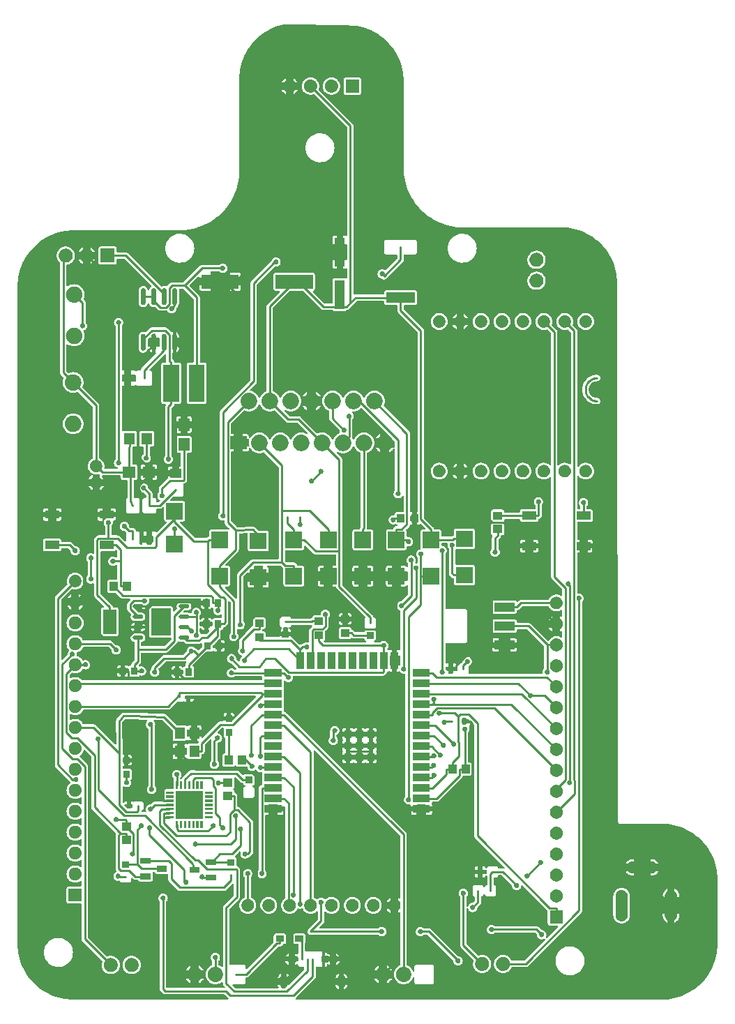
<source format=gbr>
G04 Created by reaConverter (www.reaconverter.com)*
%FSLAX24Y24*%
%MOIN*%
G75*
%ADD10C,0.0010*%
%ADD11C,0.0100*%
%LNEXPORT*%
D02*
%LPC*%
D10*
%LPD*%
G36*
X10448Y19165D02*
X10433Y19168D01*
X10420Y19177D01*
X9927Y19670D01*
X9918Y19683D01*
X9915Y19698D01*
X9918Y19713D01*
X9927Y19726D01*
X9940Y19735D01*
X9955Y19738D01*
X10043D01*
X10068Y19741D01*
X10089Y19748D01*
X10109Y19761D01*
X10125Y19776D01*
X10137Y19796D01*
X10144Y19817D01*
X10147Y19842D01*
Y20625D01*
X10144Y20650D01*
X10137Y20671D01*
X10125Y20691D01*
X10109Y20707D01*
X10089Y20719D01*
X10068Y20727D01*
X10043Y20729D01*
X9955D01*
X9940Y20733D01*
X9927Y20741D01*
X9918Y20754D01*
X9915Y20770D01*
X9918Y20785D01*
X9927Y20798D01*
X10531Y21402D01*
X10552Y21427D01*
X10566Y21453D01*
X10574Y21481D01*
X10577Y21513D01*
Y22234D01*
X10580Y22249D01*
X10588Y22262D01*
X10601Y22271D01*
X10616Y22275D01*
X10964Y22287D01*
X10980Y22285D01*
X10993Y22276D01*
X11003Y22263D01*
X11006Y22247D01*
Y21525D01*
X11009Y21500D01*
X11016Y21478D01*
X11028Y21459D01*
X11044Y21443D01*
X11064Y21431D01*
X11085Y21423D01*
X11110Y21420D01*
X11893D01*
X11918Y21423D01*
X11939Y21431D01*
X11959Y21443D01*
X11975Y21459D01*
X11987Y21478D01*
X11994Y21500D01*
X11997Y21525D01*
Y22307D01*
X11994Y22333D01*
X11987Y22354D01*
X11975Y22373D01*
X11959Y22389D01*
X11939Y22402D01*
X11918Y22409D01*
X11893Y22412D01*
X11521D01*
X11506Y22415D01*
X11493Y22424D01*
X11356Y22560D01*
X11331Y22579D01*
X11305Y22592D01*
X11276Y22600D01*
X11244Y22602D01*
X10503Y22575D01*
X10487Y22577D01*
X10474Y22586D01*
X10211Y22849D01*
X10202Y22862D01*
X10199Y22877D01*
Y26143D01*
X10202Y26158D01*
X10211Y26171D01*
X10224Y26180D01*
X10239Y26183D01*
X10330D01*
Y26417D01*
X10239D01*
X10224Y26421D01*
X10211Y26429D01*
X10202Y26442D01*
X10199Y26458D01*
Y26742D01*
X10202Y26758D01*
X10211Y26771D01*
X10224Y26779D01*
X10239Y26782D01*
X10330D01*
Y27017D01*
X10239D01*
X10224Y27020D01*
X10211Y27028D01*
X10202Y27041D01*
X10199Y27057D01*
Y27516D01*
X10202Y27531D01*
X10211Y27544D01*
X10806Y28140D01*
X10819Y28148D01*
X10835Y28151D01*
X10851Y28148D01*
X10876Y28136D01*
X10933Y28119D01*
X10992Y28108D01*
X11052Y28104D01*
X11111Y28108D01*
X11170Y28119D01*
X11227Y28136D01*
X11282Y28161D01*
X11333Y28192D01*
X11380Y28229D01*
X11422Y28271D01*
X11459Y28318D01*
X11490Y28370D01*
X11515Y28424D01*
X11524Y28437D01*
X11536Y28445D01*
X11552Y28448D01*
X11567Y28445D01*
X11579Y28437D01*
X11588Y28424D01*
X11613Y28370D01*
X11644Y28318D01*
X11681Y28271D01*
X11723Y28229D01*
X11770Y28192D01*
X11821Y28161D01*
X11876Y28136D01*
X11933Y28119D01*
X11992Y28108D01*
X12051Y28104D01*
X12111Y28108D01*
X12170Y28119D01*
X12227Y28136D01*
X12252Y28148D01*
X12268Y28151D01*
X12284Y28148D01*
X12297Y28140D01*
X12818Y27618D01*
X12843Y27598D01*
X12869Y27584D01*
X12898Y27575D01*
X12929Y27572D01*
X13348D01*
X13363Y27569D01*
X13376Y27560D01*
X13842Y27094D01*
X13851Y27081D01*
X13854Y27064D01*
X13850Y27049D01*
X13839Y27036D01*
X13825Y27028D01*
X13808Y27027D01*
X13793Y27032D01*
X13782Y27039D01*
X13727Y27063D01*
X13670Y27081D01*
X13611Y27092D01*
X13552Y27096D01*
X13492Y27092D01*
X13433Y27081D01*
X13376Y27063D01*
X13321Y27039D01*
X13270Y27008D01*
X13223Y26971D01*
X13180Y26928D01*
X13144Y26881D01*
X13113Y26830D01*
X13088Y26776D01*
X13079Y26763D01*
X13066Y26755D01*
X13052Y26752D01*
X13037Y26755D01*
X13024Y26763D01*
X13015Y26776D01*
X12990Y26830D01*
X12959Y26881D01*
X12923Y26928D01*
X12880Y26971D01*
X12833Y27008D01*
X12782Y27039D01*
X12727Y27063D01*
X12670Y27081D01*
X12611Y27092D01*
X12551Y27096D01*
X12492Y27092D01*
X12433Y27081D01*
X12376Y27063D01*
X12321Y27039D01*
X12270Y27008D01*
X12223Y26971D01*
X12181Y26928D01*
X12144Y26881D01*
X12113Y26830D01*
X12088Y26776D01*
X12079Y26763D01*
X12067Y26755D01*
X12051Y26752D01*
X12036Y26755D01*
X12024Y26763D01*
X12015Y26776D01*
X11990Y26830D01*
X11959Y26881D01*
X11922Y26928D01*
X11880Y26971D01*
X11833Y27008D01*
X11782Y27039D01*
X11727Y27063D01*
X11670Y27081D01*
X11611Y27092D01*
X11552Y27096D01*
X11492Y27092D01*
X11433Y27081D01*
X11376Y27063D01*
X11321Y27039D01*
X11270Y27008D01*
X11223Y26971D01*
X11180Y26928D01*
X11144Y26881D01*
X11121Y26845D01*
X11109Y26832D01*
X11094Y26826D01*
X11077Y26827D01*
X11061Y26835D01*
X11051Y26849D01*
X11047Y26865D01*
Y26913D01*
X11044Y26937D01*
X11037Y26959D01*
X11025Y26978D01*
X11009Y26994D01*
X10989Y27006D01*
X10968Y27014D01*
X10943Y27017D01*
X10773D01*
Y26782D01*
X11036D01*
X11050Y26780D01*
X11063Y26772D01*
X11072Y26760D01*
X11076Y26745D01*
X11074Y26730D01*
X11070Y26719D01*
X11060Y26660D01*
X11056Y26600D01*
X11060Y26540D01*
X11070Y26481D01*
X11074Y26469D01*
X11076Y26454D01*
X11072Y26440D01*
X11063Y26428D01*
X11050Y26420D01*
X11036Y26417D01*
X10773D01*
Y26183D01*
X10943D01*
X10968Y26186D01*
X10989Y26193D01*
X11009Y26205D01*
X11025Y26222D01*
X11037Y26241D01*
X11044Y26262D01*
X11047Y26287D01*
Y26334D01*
X11051Y26351D01*
X11061Y26365D01*
X11077Y26373D01*
X11094Y26374D01*
X11109Y26367D01*
X11121Y26355D01*
X11144Y26318D01*
X11180Y26271D01*
X11223Y26229D01*
X11270Y26192D01*
X11321Y26161D01*
X11376Y26137D01*
X11433Y26119D01*
X11492Y26108D01*
X11552Y26104D01*
X11611Y26108D01*
X11670Y26119D01*
X11727Y26137D01*
X11752Y26148D01*
X11768Y26151D01*
X11784Y26148D01*
X11797Y26139D01*
X12466Y25471D01*
X12474Y25458D01*
X12477Y25443D01*
Y21086D01*
X12474Y21070D01*
X12466Y21057D01*
X12452Y21049D01*
X12437Y21046D01*
X11262D01*
X11230Y21042D01*
X11202Y21034D01*
X11176Y21020D01*
X11151Y21000D01*
X10534Y20383D01*
X10514Y20358D01*
X10500Y20332D01*
X10491Y20303D01*
X10488Y20272D01*
Y19205D01*
X10485Y19189D01*
X10477Y19177D01*
X10463Y19168D01*
X10448Y19165D01*
G37*
G36*
X5953Y8951D02*
X5936Y8954D01*
X5922Y8965D01*
X5914Y8980D01*
X5913Y8998D01*
X5916Y9013D01*
X5921Y9026D01*
X5930Y9037D01*
X5942Y9044D01*
X5966Y9052D01*
X5985Y9064D01*
X6001Y9080D01*
X6013Y9099D01*
X6021Y9121D01*
X6024Y9146D01*
Y9354D01*
X6021Y9379D01*
X6013Y9400D01*
X6001Y9420D01*
X5985Y9436D01*
X5966Y9448D01*
X5944Y9455D01*
X5919Y9458D01*
X5613D01*
X5588Y9455D01*
X5565Y9447D01*
X5551Y9445D01*
X5538Y9447D01*
X5515Y9455D01*
X5490Y9458D01*
X5440D01*
Y9328D01*
X5469D01*
X5484Y9325D01*
X5497Y9316D01*
X5505Y9303D01*
X5508Y9288D01*
Y9212D01*
X5505Y9196D01*
X5497Y9184D01*
X5484Y9175D01*
X5469Y9172D01*
X5440D01*
Y9158D01*
X5437Y9142D01*
X5428Y9130D01*
X5415Y9121D01*
X5400Y9118D01*
X5276D01*
X5261Y9121D01*
X5246Y9131D01*
X5237Y9144D01*
X5234Y9160D01*
Y9172D01*
X5222D01*
X5207Y9175D01*
X5194Y9184D01*
X5118Y9260D01*
X5109Y9273D01*
X5106Y9288D01*
X5109Y9303D01*
X5118Y9316D01*
X5130Y9325D01*
X5146Y9328D01*
X5234D01*
Y9458D01*
X5184D01*
X5159Y9455D01*
X5137Y9448D01*
X5118Y9436D01*
X5102Y9420D01*
X5088Y9404D01*
X5072Y9398D01*
X5055Y9399D01*
X5040Y9407D01*
X5029Y9421D01*
X5026Y9437D01*
Y10146D01*
X5029Y10162D01*
X5040Y10176D01*
X5055Y10184D01*
X5073Y10185D01*
X5125Y10161D01*
X5163Y10151D01*
X5201Y10147D01*
X5240Y10151D01*
X5277Y10161D01*
X5313Y10177D01*
X5344Y10199D01*
X5371Y10226D01*
X5394Y10258D01*
X5410Y10293D01*
X5420Y10331D01*
X5423Y10369D01*
X5420Y10408D01*
X5410Y10445D01*
X5398Y10471D01*
X5394Y10485D01*
X5396Y10499D01*
X5402Y10512D01*
X5413Y10522D01*
X5423Y10528D01*
X5439Y10544D01*
X5451Y10563D01*
X5458Y10585D01*
X5461Y10610D01*
Y10920D01*
X5458Y10945D01*
X5451Y10967D01*
X5439Y10986D01*
X5423Y11002D01*
X5403Y11014D01*
X5382Y11021D01*
X5357Y11024D01*
X5066D01*
X5050Y11028D01*
X5038Y11036D01*
X5029Y11049D01*
X5026Y11064D01*
Y11135D01*
X5029Y11151D01*
X5038Y11164D01*
X5050Y11172D01*
X5066Y11176D01*
X5098D01*
Y11331D01*
X5066D01*
X5050Y11334D01*
X5038Y11343D01*
X5029Y11356D01*
X5026Y11371D01*
Y11499D01*
X5029Y11514D01*
X5038Y11527D01*
X5050Y11535D01*
X5066Y11539D01*
X5098D01*
Y11694D01*
X5066D01*
X5050Y11697D01*
X5038Y11706D01*
X5029Y11719D01*
X5026Y11734D01*
X5004Y13233D01*
X5007Y13247D01*
X5013Y13259D01*
X5112Y13383D01*
X5126Y13394D01*
X5144Y13398D01*
X5450D01*
X6167Y13376D01*
X6182Y13373D01*
X6195Y13364D01*
X6203Y13350D01*
X6205Y13335D01*
X6201Y13319D01*
X6166Y13275D01*
X6147Y13242D01*
X6135Y13206D01*
X6128Y13169D01*
Y13131D01*
X6135Y13094D01*
X6147Y13058D01*
X6166Y13024D01*
X6190Y12995D01*
X6218Y12970D01*
X6231Y12963D01*
X6241Y12953D01*
X6247Y12942D01*
X6250Y12928D01*
Y10231D01*
X6247Y10218D01*
X6241Y10206D01*
X6216Y10175D01*
X6197Y10142D01*
X6185Y10106D01*
X6179Y10069D01*
Y10031D01*
X6185Y9994D01*
X6197Y9958D01*
X6216Y9924D01*
X6240Y9895D01*
X6268Y9870D01*
X6301Y9850D01*
X6336Y9836D01*
X6373Y9828D01*
X6411Y9826D01*
X6449Y9831D01*
X6485Y9842D01*
X6519Y9859D01*
X6549Y9882D01*
X6576Y9909D01*
X6597Y9941D01*
X6613Y9975D01*
X6622Y10012D01*
X6625Y10050D01*
X6622Y10088D01*
X6613Y10125D01*
X6597Y10159D01*
X6576Y10190D01*
X6565Y10202D01*
X6556Y10215D01*
X6554Y10230D01*
Y13047D01*
X6557Y13063D01*
X6563Y13075D01*
X6572Y13112D01*
X6575Y13150D01*
X6572Y13188D01*
X6563Y13225D01*
X6547Y13259D01*
X6526Y13290D01*
X6519Y13297D01*
X6510Y13311D01*
X6508Y13326D01*
X6511Y13342D01*
X6520Y13354D01*
X6534Y13363D01*
X6549Y13365D01*
X6919Y13354D01*
X6934Y13351D01*
X6946Y13342D01*
X7407Y12872D01*
X7416Y12859D01*
X7419Y12844D01*
Y12459D01*
X7422Y12435D01*
X7429Y12413D01*
X7441Y12394D01*
X7457Y12378D01*
X7477Y12366D01*
X7498Y12358D01*
X7523Y12355D01*
X7991D01*
X8016Y12358D01*
X8037Y12366D01*
X8056Y12378D01*
X8073Y12394D01*
X8086Y12403D01*
X8102Y12406D01*
X8117Y12403D01*
X8130Y12394D01*
X8146Y12378D01*
X8166Y12366D01*
X8187Y12358D01*
X8212Y12355D01*
X8303D01*
Y12570D01*
X8135D01*
X8120Y12573D01*
X8107Y12582D01*
X8098Y12595D01*
X8095Y12610D01*
Y12856D01*
X8098Y12871D01*
X8107Y12884D01*
X8120Y12893D01*
X8135Y12896D01*
X8303D01*
Y13111D01*
X8212D01*
X8187Y13108D01*
X8166Y13100D01*
X8146Y13088D01*
X8130Y13072D01*
X8117Y13063D01*
X8101Y13060D01*
X8086Y13063D01*
X8073Y13072D01*
X8056Y13088D01*
X8037Y13100D01*
X8016Y13108D01*
X7991Y13111D01*
X7616D01*
X7600Y13114D01*
X7587Y13123D01*
X7110Y13609D01*
X7089Y13627D01*
X7063Y13642D01*
X7035Y13652D01*
X7003Y13656D01*
X5456Y13702D01*
X5053D01*
X5034Y13701D01*
X5022Y13699D01*
X5005Y13695D01*
X4993Y13690D01*
X4978Y13683D01*
X4967Y13676D01*
X4954Y13666D01*
X4944Y13658D01*
X4932Y13644D01*
X4734Y13396D01*
X4724Y13382D01*
X4717Y13370D01*
X4710Y13356D01*
X4706Y13342D01*
X4702Y13327D01*
X4700Y13313D01*
X4700Y13297D01*
X4715Y12231D01*
X4712Y12216D01*
X4703Y12203D01*
X4690Y12194D01*
X4675Y12191D01*
X4659Y12194D01*
X4647Y12203D01*
X3743Y13106D01*
X3718Y13126D01*
X3692Y13140D01*
X3664Y13149D01*
X3632Y13152D01*
X3160D01*
X3145Y13155D01*
X3133Y13162D01*
X3124Y13174D01*
X3108Y13206D01*
X3078Y13251D01*
X3043Y13291D01*
X3002Y13327D01*
X2957Y13357D01*
X2909Y13381D01*
X2858Y13398D01*
X2805Y13408D01*
X2751Y13412D01*
X2698Y13408D01*
X2645Y13398D01*
X2594Y13381D01*
X2543Y13355D01*
X2527Y13349D01*
X2510Y13350D01*
X2495Y13358D01*
X2485Y13371D01*
X2481Y13388D01*
Y13612D01*
X2485Y13628D01*
X2495Y13642D01*
X2510Y13650D01*
X2527Y13651D01*
X2545Y13643D01*
X2594Y13619D01*
X2645Y13602D01*
X2698Y13591D01*
X2751Y13588D01*
X2805Y13591D01*
X2858Y13602D01*
X2909Y13619D01*
X2957Y13643D01*
X3002Y13673D01*
X3043Y13709D01*
X3078Y13749D01*
X3108Y13794D01*
X3124Y13826D01*
X3133Y13837D01*
X3145Y13845D01*
X3160Y13848D01*
X7177D01*
X7209Y13851D01*
X7237Y13860D01*
X7263Y13874D01*
X7288Y13894D01*
X7624Y14230D01*
X7637Y14238D01*
X7652Y14241D01*
X7890D01*
X7915Y14245D01*
X7938Y14252D01*
X7951Y14255D01*
X7965Y14252D01*
X7988Y14245D01*
X8013Y14241D01*
X8063D01*
Y14372D01*
X8035D01*
X8019Y14375D01*
X8006Y14383D01*
X7998Y14397D01*
X7994Y14412D01*
Y14475D01*
X7998Y14490D01*
X8006Y14503D01*
X8019Y14512D01*
X8035Y14515D01*
X11356D01*
X11371Y14512D01*
X11384Y14503D01*
X11393Y14490D01*
X11396Y14475D01*
X11393Y14459D01*
X11384Y14447D01*
X10429Y13492D01*
X10417Y13483D01*
X10408Y13470D01*
X10281Y13343D01*
X10268Y13334D01*
X10252Y13331D01*
X10205D01*
X10202Y13314D01*
X10193Y13301D01*
X10180Y13292D01*
X10165Y13289D01*
X10038D01*
X10023Y13292D01*
X10009Y13301D01*
X10001Y13314D01*
X9998Y13331D01*
X9842D01*
X9839Y13314D01*
X9830Y13301D01*
X9817Y13292D01*
X9802Y13289D01*
X9690D01*
X9659Y13286D01*
X9631Y13277D01*
X9604Y13263D01*
X9580Y13243D01*
X8852Y12516D01*
X8839Y12507D01*
X8824Y12504D01*
X8809Y12507D01*
X8796Y12516D01*
X8787Y12529D01*
X8784Y12544D01*
Y12570D01*
X8589D01*
Y12355D01*
X8616D01*
X8630Y12352D01*
X8643Y12345D01*
X8652Y12333D01*
X8656Y12318D01*
X8654Y12303D01*
X8644Y12273D01*
X8636Y12258D01*
X8623Y12248D01*
X8606Y12245D01*
X8212D01*
X8187Y12242D01*
X8166Y12234D01*
X8146Y12222D01*
X8130Y12206D01*
X8117Y12197D01*
X8102Y12194D01*
X8086Y12197D01*
X8073Y12206D01*
X8056Y12222D01*
X8037Y12234D01*
X8016Y12242D01*
X7991Y12245D01*
X7900D01*
Y12030D01*
X8068D01*
X8083Y12027D01*
X8096Y12018D01*
X8105Y12005D01*
X8108Y11990D01*
Y11744D01*
X8105Y11729D01*
X8096Y11716D01*
X8083Y11707D01*
X8068Y11704D01*
X7900D01*
Y11489D01*
X7991D01*
X8016Y11492D01*
X8037Y11500D01*
X8056Y11512D01*
X8073Y11528D01*
X8086Y11537D01*
X8102Y11540D01*
X8117Y11537D01*
X8130Y11528D01*
X8146Y11512D01*
X8166Y11500D01*
X8187Y11492D01*
X8212Y11489D01*
X8680D01*
X8705Y11492D01*
X8726Y11500D01*
X8745Y11512D01*
X8762Y11528D01*
X8774Y11547D01*
X8781Y11569D01*
X8784Y11593D01*
Y11678D01*
X8787Y11692D01*
X8795Y11705D01*
X8806Y11714D01*
X8851Y11727D01*
X8877Y11741D01*
X8900Y11759D01*
X8919Y11783D01*
X8933Y11809D01*
X8941Y11837D01*
X8944Y11869D01*
Y12161D01*
X8947Y12177D01*
X8956Y12190D01*
X9186Y12420D01*
X9201Y12429D01*
X9218Y12431D01*
X9235Y12426D01*
X9248Y12413D01*
X9254Y12397D01*
X9249Y12348D01*
Y11431D01*
X9247Y11418D01*
X9241Y11406D01*
X9216Y11375D01*
X9198Y11342D01*
X9185Y11306D01*
X9178Y11269D01*
Y11231D01*
X9185Y11194D01*
X9198Y11158D01*
X9216Y11124D01*
X9240Y11095D01*
X9268Y11070D01*
X9301Y11050D01*
X9336Y11036D01*
X9358Y11031D01*
X9373Y11024D01*
X9384Y11012D01*
X9390Y10996D01*
X9388Y10979D01*
X9380Y10965D01*
X9366Y10955D01*
X9350Y10952D01*
X8282D01*
X8251Y10949D01*
X8223Y10940D01*
X8196Y10926D01*
X8172Y10906D01*
X7898Y10633D01*
X7878Y10608D01*
X7864Y10582D01*
X7851Y10538D01*
X7843Y10527D01*
X7830Y10519D01*
X7816Y10516D01*
X7803D01*
X7788Y10519D01*
X7775Y10528D01*
X7766Y10541D01*
X7763Y10556D01*
Y10577D01*
X7766Y10592D01*
X7775Y10605D01*
X7781Y10612D01*
X7803Y10643D01*
X7820Y10678D01*
X7829Y10715D01*
X7833Y10754D01*
X7829Y10793D01*
X7820Y10830D01*
X7803Y10865D01*
X7781Y10897D01*
X7754Y10924D01*
X7722Y10946D01*
X7687Y10963D01*
X7650Y10973D01*
X7611Y10976D01*
X7573Y10973D01*
X7535Y10963D01*
X7500Y10946D01*
X7468Y10924D01*
X7441Y10897D01*
X7419Y10865D01*
X7403Y10830D01*
X7392Y10793D01*
X7389Y10754D01*
X7392Y10715D01*
X7403Y10678D01*
X7419Y10643D01*
X7441Y10612D01*
X7447Y10605D01*
X7456Y10592D01*
X7459Y10577D01*
Y10450D01*
X7454Y10412D01*
Y10087D01*
X7451Y10072D01*
X7442Y10059D01*
X7429Y10051D01*
X7414Y10047D01*
X7090D01*
X7065Y10045D01*
X7043Y10037D01*
X7024Y10025D01*
X7008Y10009D01*
X6996Y9990D01*
X6988Y9968D01*
X6985Y9943D01*
Y9838D01*
X6988Y9813D01*
X6993Y9792D01*
X6988Y9771D01*
X6985Y9746D01*
Y9641D01*
X6988Y9616D01*
X6993Y9595D01*
X6988Y9575D01*
X6985Y9549D01*
X7030D01*
X7043Y9547D01*
X7065Y9539D01*
X7090Y9536D01*
X7105Y9531D01*
X7117Y9520D01*
X7124Y9505D01*
Y9489D01*
X7117Y9473D01*
X7105Y9462D01*
X7090Y9457D01*
X7051Y9452D01*
X6554D01*
X6522Y9449D01*
X6494Y9440D01*
X6467Y9426D01*
X6443Y9406D01*
X6371Y9334D01*
X6359Y9326D01*
X6345Y9323D01*
X6323Y9322D01*
X6286Y9314D01*
X6251Y9300D01*
X6218Y9280D01*
X6190Y9255D01*
X6166Y9225D01*
X6147Y9192D01*
X6135Y9156D01*
X6128Y9119D01*
Y9081D01*
X6135Y9043D01*
X6149Y9004D01*
X6151Y8988D01*
X6147Y8973D01*
X6137Y8960D01*
X6123Y8953D01*
X6107Y8951D01*
X6098Y8952D01*
X5953Y8951D01*
G37*
%LPC*%
G36*
X5305Y11176D02*
X5357D01*
X5382Y11178D01*
X5403Y11186D01*
X5423Y11198D01*
X5439Y11214D01*
X5451Y11233D01*
X5458Y11255D01*
X5461Y11280D01*
Y11331D01*
X5305D01*
Y11176D01*
G37*
G36*
X7523Y11489D02*
X7614D01*
Y11704D01*
X7419D01*
Y11593D01*
X7422Y11569D01*
X7429Y11547D01*
X7441Y11528D01*
X7457Y11512D01*
X7477Y11500D01*
X7498Y11492D01*
X7523Y11489D01*
G37*
G36*
X5305Y11539D02*
X5461D01*
Y11590D01*
X5458Y11615D01*
X5451Y11636D01*
X5439Y11656D01*
X5423Y11672D01*
X5403Y11684D01*
X5382Y11692D01*
X5357Y11694D01*
X5305D01*
Y11539D01*
G37*
G36*
X7419Y12030D02*
X7614D01*
Y12245D01*
X7523D01*
X7498Y12242D01*
X7477Y12234D01*
X7457Y12222D01*
X7441Y12206D01*
X7429Y12186D01*
X7422Y12165D01*
X7419Y12140D01*
Y12030D01*
G37*
G36*
X8589Y12896D02*
X8784D01*
Y13006D01*
X8781Y13031D01*
X8774Y13053D01*
X8762Y13072D01*
X8745Y13088D01*
X8726Y13100D01*
X8705Y13108D01*
X8680Y13111D01*
X8589D01*
Y12896D01*
G37*
G36*
X9842Y13539D02*
X9998D01*
Y13694D01*
X9946D01*
X9921Y13691D01*
X9900Y13684D01*
X9881Y13672D01*
X9864Y13656D01*
X9852Y13637D01*
X9845Y13615D01*
X9842Y13590D01*
Y13539D01*
G37*
G36*
X10205Y13539D02*
X10361D01*
Y13590D01*
X10358Y13615D01*
X10351Y13637D01*
X10339Y13656D01*
X10322Y13672D01*
X10303Y13684D01*
X10282Y13691D01*
X10257Y13694D01*
X10205D01*
Y13539D01*
G37*
G36*
X8269Y14241D02*
X8319D01*
X8344Y14245D01*
X8366Y14252D01*
X8385Y14264D01*
X8401Y14280D01*
X8413Y14299D01*
X8421Y14321D01*
X8424Y14346D01*
Y14372D01*
X8269D01*
Y14241D01*
G37*
%LPD*%
G36*
X30925YD02*
X30899Y2D01*
X13310D01*
X13294Y5D01*
X13281Y15D01*
X13272Y29D01*
X13270Y45D01*
X13275Y60D01*
X13285Y73D01*
X13310Y94D01*
X14207Y991D01*
X14228Y1015D01*
X14242Y1042D01*
X14250Y1070D01*
X14253Y1102D01*
Y1524D01*
X14256Y1539D01*
X14265Y1552D01*
X14278Y1561D01*
X14294Y1564D01*
X14434D01*
X14459Y1567D01*
X14472Y1571D01*
X14486Y1573D01*
X14499Y1571D01*
X14512Y1567D01*
X14537Y1564D01*
X14549D01*
Y1786D01*
X14541Y1799D01*
X14538Y1813D01*
Y2049D01*
X14541Y2064D01*
X14549Y2077D01*
Y2299D01*
X14537D01*
X14512Y2296D01*
X14499Y2292D01*
X14486Y2290D01*
X14472Y2292D01*
X14459Y2296D01*
X14434Y2299D01*
X14281D01*
X14256Y2296D01*
X14243Y2292D01*
X14230Y2290D01*
X14216Y2292D01*
X14203Y2296D01*
X14178Y2299D01*
X14025D01*
X14000Y2296D01*
X13987Y2292D01*
X13974Y2290D01*
X13960Y2292D01*
X13947Y2296D01*
X13922Y2299D01*
X13782D01*
X13766Y2302D01*
X13753Y2311D01*
X13744Y2324D01*
X13741Y2339D01*
Y2680D01*
X13743Y2692D01*
X13752Y2708D01*
X13759Y2730D01*
X13762Y2755D01*
Y3045D01*
X13759Y3070D01*
X13752Y3092D01*
X13740Y3111D01*
X13723Y3127D01*
X13704Y3139D01*
X13683Y3147D01*
X13658Y3150D01*
X13268D01*
X13244Y3147D01*
X13222Y3139D01*
X13203Y3127D01*
X13187Y3111D01*
X13175Y3092D01*
X13167Y3070D01*
X13164Y3045D01*
Y2755D01*
X13167Y2730D01*
X13175Y2708D01*
X13187Y2689D01*
X13203Y2673D01*
X13222Y2661D01*
X13244Y2653D01*
X13268Y2650D01*
X13397D01*
X13413Y2647D01*
X13426Y2638D01*
X13435Y2625D01*
X13438Y2610D01*
Y2282D01*
X13436Y2271D01*
X13431Y2261D01*
X13419Y2241D01*
X13411Y2220D01*
X13408Y2193D01*
X13403Y2177D01*
X13392Y2165D01*
X13376Y2158D01*
X13359Y2159D01*
X13344Y2166D01*
X13339Y2170D01*
X13302Y2192D01*
X13265Y2206D01*
Y2050D01*
X13369D01*
X13384Y2047D01*
X13397Y2038D01*
X13406Y2025D01*
X13409Y2010D01*
Y1853D01*
X13406Y1837D01*
X13397Y1825D01*
X13384Y1816D01*
X13369Y1813D01*
X13265D01*
Y1657D01*
X13302Y1671D01*
X13339Y1693D01*
X13344Y1696D01*
X13359Y1704D01*
X13376Y1705D01*
X13392Y1698D01*
X13403Y1686D01*
X13408Y1670D01*
X13411Y1643D01*
X13419Y1622D01*
X13431Y1602D01*
X13447Y1586D01*
X13467Y1574D01*
X13488Y1567D01*
X13513Y1564D01*
X13653D01*
X13669Y1561D01*
X13682Y1552D01*
X13691Y1539D01*
X13694Y1524D01*
Y1458D01*
X13691Y1443D01*
X13682Y1430D01*
X12954Y703D01*
X12941Y694D01*
X12926Y691D01*
X12847D01*
Y612D01*
X12844Y596D01*
X12835Y584D01*
X12806Y554D01*
X12793Y546D01*
X12778Y543D01*
X12640D01*
X12625Y546D01*
X12612Y554D01*
X12603Y567D01*
X12600Y582D01*
Y691D01*
X12434D01*
X12438Y672D01*
X12454Y631D01*
X12470Y602D01*
X12476Y587D01*
X12474Y570D01*
X12466Y556D01*
X12452Y546D01*
X12436Y543D01*
X10425D01*
X10409Y546D01*
X10396Y554D01*
X10285Y665D01*
X10277Y679D01*
X10274Y694D01*
X10277Y709D01*
X10285Y722D01*
X10298Y731D01*
X10314Y734D01*
X10798D01*
X10822Y736D01*
X10844Y744D01*
X10863Y756D01*
X10879Y772D01*
X10892Y792D01*
X10899Y813D01*
X10902Y838D01*
Y1011D01*
X10905Y1025D01*
X10912Y1038D01*
X10924Y1047D01*
X10968Y1060D01*
X10994Y1074D01*
X11018Y1094D01*
X12454Y2529D01*
X12466Y2537D01*
X12482Y2541D01*
X12538D01*
X12569Y2543D01*
X12598Y2552D01*
X12624Y2566D01*
X12647Y2585D01*
X12666Y2608D01*
X12677Y2629D01*
X12686Y2640D01*
X12699Y2648D01*
X12713Y2650D01*
X12735D01*
X12759Y2653D01*
X12781Y2661D01*
X12800Y2673D01*
X12816Y2689D01*
X12828Y2708D01*
X12836Y2730D01*
X12839Y2755D01*
Y3045D01*
X12836Y3070D01*
X12828Y3092D01*
X12816Y3111D01*
X12800Y3127D01*
X12781Y3139D01*
X12759Y3147D01*
X12735Y3150D01*
X12345D01*
X12320Y3147D01*
X12299Y3139D01*
X12280Y3127D01*
X12263Y3111D01*
X12251Y3092D01*
X12244Y3070D01*
X12241Y3045D01*
Y2763D01*
X12238Y2748D01*
X12229Y2734D01*
X10970Y1476D01*
X10957Y1467D01*
X10942Y1464D01*
X10927Y1467D01*
X10914Y1476D01*
X10905Y1488D01*
X10902Y1504D01*
Y1562D01*
X10899Y1587D01*
X10892Y1608D01*
X10879Y1627D01*
X10863Y1644D01*
X10844Y1656D01*
X10822Y1663D01*
X10798Y1666D01*
X10153D01*
X10138Y1669D01*
X10125Y1678D01*
X10116Y1691D01*
X10113Y1706D01*
Y4311D01*
X10116Y4326D01*
X10125Y4339D01*
X10588Y4802D01*
X10608Y4827D01*
X10622Y4853D01*
X10631Y4882D01*
X10634Y4913D01*
Y6191D01*
X10631Y6223D01*
X10622Y6252D01*
X10608Y6278D01*
X10588Y6302D01*
X10562Y6329D01*
X10537Y6349D01*
X10511Y6363D01*
X10502Y6366D01*
X10487Y6374D01*
X10477Y6387D01*
X10474Y6404D01*
Y6703D01*
X10471Y6728D01*
X10463Y6749D01*
X10451Y6769D01*
X10435Y6785D01*
X10416Y6797D01*
X10400Y6802D01*
X10386Y6810D01*
X10377Y6824D01*
X10373Y6839D01*
X10376Y6855D01*
X10385Y6868D01*
X10588Y7071D01*
X10602Y7081D01*
X10619Y7083D01*
X10636Y7078D01*
X10649Y7066D01*
X10655Y7050D01*
X10655Y7032D01*
X10645Y6998D01*
X10642Y6959D01*
X10645Y6921D01*
X10655Y6883D01*
X10672Y6848D01*
X10694Y6817D01*
X10721Y6789D01*
X10753Y6767D01*
X10788Y6751D01*
X10825Y6741D01*
X10864Y6737D01*
X10903Y6741D01*
X10940Y6751D01*
X10975Y6767D01*
X11016Y6796D01*
X11026Y6800D01*
X11052Y6806D01*
X11078Y6819D01*
X11102Y6836D01*
X11208Y6941D01*
X11228Y6966D01*
X11242Y6992D01*
X11250Y7020D01*
X11254Y7052D01*
Y8475D01*
X11250Y8507D01*
X11242Y8535D01*
X11228Y8561D01*
X11208Y8586D01*
X10625Y9168D01*
X10601Y9188D01*
X10574Y9202D01*
X10546Y9211D01*
X10536Y9212D01*
X10522Y9216D01*
X10510Y9225D01*
X10502Y9237D01*
X10500Y9252D01*
Y9733D01*
X10497Y9764D01*
X10488Y9793D01*
X10474Y9819D01*
X10455Y9842D01*
X10432Y9861D01*
X10406Y9875D01*
X10399Y9877D01*
X10384Y9886D01*
X10374Y9899D01*
X10370Y9916D01*
Y9930D01*
X10367Y9955D01*
X10360Y9976D01*
X10347Y9995D01*
X10332Y10011D01*
X10324Y10016D01*
X10313Y10027D01*
X10306Y10042D01*
Y10058D01*
X10313Y10073D01*
X10324Y10084D01*
X10332Y10089D01*
X10347Y10104D01*
X10360Y10124D01*
X10367Y10145D01*
X10370Y10170D01*
Y10559D01*
X10367Y10586D01*
X10369Y10602D01*
X10377Y10616D01*
X10389Y10626D01*
X10405Y10630D01*
X10421Y10627D01*
X10435Y10618D01*
X10661Y10392D01*
X10687Y10370D01*
X10713Y10356D01*
X10742Y10348D01*
X10761Y10343D01*
X10773Y10334D01*
X10781Y10320D01*
X10790Y10293D01*
X10802Y10274D01*
X10818Y10258D01*
X10837Y10246D01*
X10861Y10238D01*
X10875Y10229D01*
X10885Y10216D01*
X10888Y10200D01*
X10885Y10184D01*
X10875Y10171D01*
X10861Y10162D01*
X10837Y10154D01*
X10818Y10142D01*
X10802Y10126D01*
X10790Y10106D01*
X10782Y10085D01*
X10779Y10060D01*
Y9747D01*
X10782Y9722D01*
X10790Y9700D01*
X10802Y9681D01*
X10818Y9665D01*
X10837Y9653D01*
X10859Y9645D01*
X10884Y9643D01*
X11219D01*
X11244Y9645D01*
X11266Y9653D01*
X11285Y9665D01*
X11301Y9681D01*
X11313Y9700D01*
X11321Y9722D01*
X11323Y9747D01*
Y10060D01*
X11321Y10085D01*
X11313Y10106D01*
X11301Y10126D01*
X11285Y10142D01*
X11266Y10154D01*
X11242Y10162D01*
X11228Y10171D01*
X11218Y10184D01*
X11215Y10200D01*
X11218Y10216D01*
X11228Y10229D01*
X11242Y10238D01*
X11266Y10246D01*
X11285Y10258D01*
X11301Y10274D01*
X11313Y10293D01*
X11321Y10315D01*
X11323Y10340D01*
Y10653D01*
X11321Y10678D01*
X11313Y10699D01*
X11301Y10719D01*
X11285Y10735D01*
X11266Y10747D01*
X11244Y10754D01*
X11219Y10757D01*
X10884D01*
X10859Y10754D01*
X10837Y10747D01*
X10818Y10735D01*
X10811Y10728D01*
X10799Y10720D01*
X10783Y10717D01*
X10768Y10720D01*
X10755Y10728D01*
X10577Y10906D01*
X10553Y10926D01*
X10527Y10940D01*
X10498Y10949D01*
X10466Y10952D01*
X9458D01*
X9442Y10955D01*
X9429Y10964D01*
X9420Y10978D01*
X9418Y10994D01*
X9422Y11010D01*
X9432Y11023D01*
X9446Y11030D01*
X9485Y11042D01*
X9519Y11059D01*
X9550Y11082D01*
X9576Y11109D01*
X9597Y11141D01*
X9613Y11175D01*
X9622Y11212D01*
X9625Y11250D01*
X9622Y11288D01*
X9613Y11325D01*
X9597Y11359D01*
X9576Y11390D01*
X9565Y11402D01*
X9556Y11415D01*
X9554Y11430D01*
Y12240D01*
X9556Y12254D01*
X9564Y12267D01*
X9575Y12275D01*
X9589Y12280D01*
X9599Y12281D01*
X9635Y12292D01*
X9669Y12309D01*
X9699Y12332D01*
X9726Y12359D01*
X9747Y12391D01*
X9763Y12425D01*
X9772Y12462D01*
X9775Y12500D01*
X9772Y12538D01*
X9763Y12575D01*
X9747Y12609D01*
X9726Y12640D01*
X9699Y12668D01*
X9669Y12690D01*
X9635Y12708D01*
X9599Y12719D01*
X9579Y12721D01*
X9562Y12727D01*
X9550Y12740D01*
X9544Y12757D01*
X9546Y12774D01*
X9556Y12789D01*
X9740Y12973D01*
X9753Y12982D01*
X9768Y12985D01*
X9805D01*
X9821Y12981D01*
X9834Y12971D01*
X9843Y12957D01*
X9844Y12941D01*
X9842Y12920D01*
Y12610D01*
X9845Y12585D01*
X9852Y12563D01*
X9864Y12544D01*
X9881Y12528D01*
X9900Y12516D01*
X9908Y12513D01*
X9922Y12505D01*
X9931Y12491D01*
X9934Y12475D01*
Y11809D01*
X9932Y11794D01*
X9924Y11781D01*
X9912Y11773D01*
X9898Y11769D01*
X9867Y11766D01*
X9845Y11758D01*
X9826Y11746D01*
X9810Y11730D01*
X9798Y11710D01*
X9791Y11689D01*
X9788Y11664D01*
Y11236D01*
X9791Y11211D01*
X9798Y11189D01*
X9810Y11170D01*
X9826Y11154D01*
X9845Y11142D01*
X9867Y11134D01*
X9892Y11131D01*
X10281D01*
X10306Y11134D01*
X10328Y11142D01*
X10347Y11154D01*
X10363Y11170D01*
X10368Y11177D01*
X10379Y11189D01*
X10393Y11195D01*
X10410D01*
X10424Y11189D01*
X10435Y11177D01*
X10440Y11170D01*
X10456Y11154D01*
X10476Y11142D01*
X10497Y11134D01*
X10522Y11131D01*
X10911D01*
X10939Y11134D01*
X10954Y11134D01*
X10968Y11127D01*
X10978Y11116D01*
X10984Y11102D01*
X10985Y11094D01*
X10998Y11058D01*
X11016Y11024D01*
X11040Y10995D01*
X11068Y10970D01*
X11101Y10950D01*
X11136Y10936D01*
X11173Y10928D01*
X11211Y10926D01*
X11249Y10931D01*
X11285Y10942D01*
X11319Y10959D01*
X11363Y10992D01*
X11378Y10995D01*
X11393Y10993D01*
X11407Y10985D01*
X11438Y10940D01*
X11466Y10913D01*
X11497Y10890D01*
X11532Y10874D01*
X11570Y10864D01*
X11608Y10861D01*
X11650Y10864D01*
X11659Y10864D01*
X11675Y10860D01*
X11687Y10850D01*
X11695Y10836D01*
X11696Y10820D01*
X11693Y10790D01*
Y10421D01*
X11695Y10396D01*
X11705Y10369D01*
X11708Y10356D01*
X11705Y10342D01*
X11695Y10315D01*
X11693Y10290D01*
X11689Y10277D01*
X11681Y10266D01*
X11670Y10258D01*
X11627Y10246D01*
X11600Y10232D01*
X11576Y10212D01*
X11569Y10205D01*
X11549Y10180D01*
X11535Y10154D01*
X11526Y10126D01*
X11523Y10094D01*
Y6197D01*
X11520Y6182D01*
X11511Y6169D01*
X11505Y6163D01*
X11483Y6131D01*
X11467Y6096D01*
X11457Y6059D01*
X11453Y6020D01*
X11457Y5982D01*
X11467Y5944D01*
X11483Y5909D01*
X11505Y5877D01*
X11532Y5850D01*
X11564Y5828D01*
X11599Y5812D01*
X11636Y5801D01*
X11675Y5798D01*
X11714Y5801D01*
X11751Y5812D01*
X11786Y5828D01*
X11818Y5850D01*
X11845Y5877D01*
X11867Y5909D01*
X11884Y5944D01*
X11894Y5982D01*
X11897Y6020D01*
X11894Y6059D01*
X11884Y6096D01*
X11867Y6131D01*
X11845Y6163D01*
X11839Y6169D01*
X11830Y6182D01*
X11827Y6197D01*
Y8777D01*
X11830Y8792D01*
X11839Y8805D01*
X11852Y8814D01*
X11867Y8816D01*
X11976D01*
Y8987D01*
X11867D01*
X11852Y8990D01*
X11839Y8999D01*
X11830Y9012D01*
X11827Y9027D01*
Y9184D01*
X11830Y9199D01*
X11839Y9212D01*
X11852Y9221D01*
X11867Y9224D01*
X11976D01*
Y9277D01*
X11979Y9292D01*
X11988Y9305D01*
X12001Y9313D01*
X12016Y9316D01*
X12400D01*
X12415Y9313D01*
X12428Y9305D01*
X12437Y9292D01*
X12440Y9277D01*
Y9224D01*
X12753D01*
X12768Y9221D01*
X12781Y9212D01*
X12789Y9199D01*
X12792Y9184D01*
Y9027D01*
X12789Y9012D01*
X12781Y8999D01*
X12768Y8990D01*
X12753Y8987D01*
X12440D01*
Y8816D01*
X12619D01*
X12644Y8819D01*
X12666Y8827D01*
X12685Y8839D01*
X12701Y8855D01*
X12713Y8875D01*
X12723Y8893D01*
X12736Y8902D01*
X12751Y8906D01*
X12767Y8903D01*
X12781Y8894D01*
X12789Y8881D01*
X12792Y8866D01*
Y4866D01*
X12791Y4853D01*
X12785Y4842D01*
X12776Y4833D01*
X12741Y4808D01*
X12703Y4770D01*
X12669Y4728D01*
X12642Y4682D01*
X12621Y4632D01*
X12607Y4580D01*
X12599Y4527D01*
Y4473D01*
X12607Y4420D01*
X12621Y4368D01*
X12642Y4318D01*
X12669Y4272D01*
X12703Y4229D01*
X12741Y4192D01*
X12785Y4160D01*
X12832Y4134D01*
X12882Y4115D01*
X12935Y4102D01*
X12988Y4097D01*
X13042Y4099D01*
X13095Y4108D01*
X13146Y4124D01*
X13195Y4146D01*
X13241Y4175D01*
X13282Y4210D01*
X13318Y4250D01*
X13348Y4294D01*
X13368Y4333D01*
X13378Y4346D01*
X13391Y4353D01*
X13406Y4355D01*
X13463Y4339D01*
X13502Y4336D01*
X13540Y4339D01*
X13598Y4355D01*
X13614Y4353D01*
X13627Y4344D01*
X13636Y4331D01*
X13642Y4318D01*
X13669Y4272D01*
X13702Y4229D01*
X13741Y4192D01*
X13784Y4160D01*
X13832Y4134D01*
X13882Y4115D01*
X13935Y4102D01*
X13988Y4097D01*
X14042Y4099D01*
X14095Y4108D01*
X14146Y4124D01*
X14195Y4146D01*
X14241Y4175D01*
X14284Y4212D01*
X14297Y4219D01*
X14312Y4221D01*
X14326Y4218D01*
X14338Y4209D01*
X14347Y4196D01*
X14349Y4181D01*
Y3830D01*
X14347Y3814D01*
X14338Y3801D01*
X13896Y3359D01*
X13875Y3334D01*
X13861Y3308D01*
X13853Y3279D01*
X13850Y3250D01*
X13853Y3220D01*
X13861Y3192D01*
X13875Y3166D01*
X13894Y3143D01*
X13917Y3124D01*
X13943Y3110D01*
X13972Y3101D01*
X14003Y3098D01*
X17221D01*
X17235Y3095D01*
X17248Y3088D01*
X17268Y3070D01*
X17301Y3050D01*
X17336Y3036D01*
X17373Y3028D01*
X17411Y3026D01*
X17449Y3031D01*
X17485Y3042D01*
X17519Y3059D01*
X17550Y3082D01*
X17576Y3109D01*
X17597Y3141D01*
X17613Y3175D01*
X17622Y3212D01*
X17626Y3250D01*
X17622Y3288D01*
X17613Y3325D01*
X17597Y3359D01*
X17576Y3390D01*
X17550Y3418D01*
X17519Y3440D01*
X17485Y3458D01*
X17449Y3469D01*
X17411Y3474D01*
X17373Y3472D01*
X17336Y3464D01*
X17301Y3450D01*
X17268Y3430D01*
X17248Y3412D01*
X17235Y3405D01*
X17221Y3402D01*
X14465D01*
X14450Y3405D01*
X14437Y3414D01*
X14428Y3427D01*
X14425Y3442D01*
X14428Y3457D01*
X14437Y3470D01*
X14607Y3641D01*
X14628Y3666D01*
X14642Y3692D01*
X14650Y3720D01*
X14653Y3752D01*
Y4182D01*
X14657Y4198D01*
X14665Y4211D01*
X14678Y4220D01*
X14693Y4222D01*
X14708Y4220D01*
X14721Y4211D01*
X14741Y4192D01*
X14785Y4160D01*
X14832Y4134D01*
X14882Y4115D01*
X14934Y4102D01*
X14988Y4097D01*
X15042Y4099D01*
X15095Y4108D01*
X15146Y4124D01*
X15195Y4146D01*
X15241Y4175D01*
X15282Y4210D01*
X15318Y4250D01*
X15348Y4294D01*
X15373Y4342D01*
X15390Y4393D01*
X15401Y4446D01*
X15405Y4500D01*
X15401Y4554D01*
X15390Y4606D01*
X15373Y4657D01*
X15348Y4705D01*
X15318Y4750D01*
X15282Y4790D01*
X15241Y4825D01*
X15195Y4853D01*
X15146Y4876D01*
X15095Y4892D01*
X15042Y4901D01*
X14988Y4903D01*
X14934Y4897D01*
X14882Y4885D01*
X14832Y4865D01*
X14785Y4840D01*
X14741Y4808D01*
X14725Y4792D01*
X14712Y4783D01*
X14696Y4780D01*
X14681Y4784D01*
X14668Y4792D01*
X14644Y4816D01*
X14613Y4839D01*
X14578Y4855D01*
X14540Y4865D01*
X14501Y4869D01*
X14463Y4865D01*
X14426Y4855D01*
X14390Y4839D01*
X14359Y4816D01*
X14335Y4793D01*
X14323Y4784D01*
X14308Y4781D01*
X14294Y4783D01*
X14281Y4790D01*
X14241Y4825D01*
X14195Y4853D01*
X14177Y4862D01*
X14164Y4871D01*
X14156Y4883D01*
X14153Y4898D01*
Y11834D01*
X14149Y11883D01*
X14155Y11899D01*
X14168Y11911D01*
X14185Y11917D01*
X14202Y11915D01*
X14217Y11905D01*
X18288Y7834D01*
X18297Y7822D01*
X18299Y7806D01*
Y4860D01*
X18296Y4843D01*
X18286Y4830D01*
X18271Y4821D01*
X18254Y4820D01*
X18238Y4826D01*
X18195Y4853D01*
X18177Y4862D01*
Y4675D01*
X18260D01*
X18275Y4672D01*
X18288Y4664D01*
X18297Y4651D01*
X18299Y4635D01*
Y4364D01*
X18297Y4349D01*
X18288Y4336D01*
X18275Y4327D01*
X18260Y4324D01*
X18177D01*
Y4138D01*
X18195Y4146D01*
X18238Y4174D01*
X18254Y4180D01*
X18271Y4178D01*
X18286Y4170D01*
X18296Y4157D01*
X18299Y4140D01*
Y1667D01*
X18296Y1652D01*
X18287Y1639D01*
X18274Y1630D01*
X18253Y1622D01*
X18202Y1593D01*
X18154Y1559D01*
X18112Y1519D01*
X18074Y1474D01*
X18043Y1425D01*
X18018Y1371D01*
X18000Y1316D01*
X17989Y1258D01*
X17985Y1200D01*
X17989Y1141D01*
X18000Y1084D01*
X18018Y1028D01*
X18043Y975D01*
X18074Y926D01*
X18112Y881D01*
X18154Y841D01*
X18202Y806D01*
X18253Y778D01*
X18307Y757D01*
X18364Y742D01*
X18422Y735D01*
X18481D01*
X18539Y742D01*
X18596Y757D01*
X18650Y778D01*
X18701Y806D01*
X18748Y841D01*
X18791Y881D01*
X18829Y926D01*
X18860Y975D01*
X18885Y1028D01*
X18891Y1049D01*
X18900Y1063D01*
X18912Y1073D01*
X18928Y1077D01*
X18944Y1074D01*
X18957Y1065D01*
X18966Y1052D01*
X18969Y1037D01*
Y838D01*
X18972Y813D01*
X18980Y792D01*
X18992Y772D01*
X19008Y756D01*
X19028Y744D01*
X19049Y736D01*
X19074Y734D01*
X19798D01*
X19823Y736D01*
X19844Y744D01*
X19863Y756D01*
X19880Y772D01*
X19891Y792D01*
X19899Y813D01*
X19902Y838D01*
Y1562D01*
X19899Y1587D01*
X19891Y1608D01*
X19880Y1627D01*
X19863Y1644D01*
X19844Y1656D01*
X19823Y1663D01*
X19798Y1666D01*
X19074D01*
X19049Y1663D01*
X19028Y1656D01*
X19008Y1644D01*
X18992Y1627D01*
X18980Y1608D01*
X18972Y1587D01*
X18969Y1562D01*
Y1363D01*
X18966Y1347D01*
X18957Y1334D01*
X18944Y1326D01*
X18928Y1323D01*
X18912Y1327D01*
X18900Y1337D01*
X18891Y1351D01*
X18885Y1371D01*
X18860Y1425D01*
X18829Y1474D01*
X18791Y1519D01*
X18748Y1559D01*
X18701Y1593D01*
X18650Y1622D01*
X18629Y1630D01*
X18616Y1639D01*
X18607Y1652D01*
X18604Y1667D01*
Y7884D01*
X18600Y7915D01*
X18592Y7944D01*
X18578Y7970D01*
X18557Y7994D01*
X12840Y13712D01*
X12816Y13732D01*
X12789Y13746D01*
X12746Y13758D01*
X12735Y13766D01*
X12727Y13777D01*
X12724Y13790D01*
X12721Y13815D01*
X12711Y13842D01*
X12709Y13855D01*
X12711Y13869D01*
X12721Y13896D01*
X12724Y13921D01*
Y14290D01*
X12721Y14315D01*
X12711Y14342D01*
X12709Y14355D01*
X12711Y14369D01*
X12721Y14396D01*
X12724Y14421D01*
Y14790D01*
X12721Y14815D01*
X12711Y14842D01*
X12709Y14856D01*
X12711Y14869D01*
X12721Y14896D01*
X12724Y14921D01*
Y15204D01*
X12727Y15219D01*
X12735Y15232D01*
X12748Y15241D01*
X12764Y15244D01*
X12779Y15241D01*
X12792Y15232D01*
X12797Y15227D01*
X12829Y15205D01*
X12864Y15189D01*
X12902Y15179D01*
X12940Y15175D01*
X12979Y15179D01*
X13016Y15189D01*
X13051Y15205D01*
X13083Y15227D01*
X13110Y15254D01*
X13132Y15286D01*
X13149Y15321D01*
X13159Y15359D01*
X13162Y15397D01*
X13159Y15435D01*
X13161Y15451D01*
X13169Y15465D01*
X13183Y15474D01*
X13199Y15478D01*
X17459D01*
X17490Y15481D01*
X17519Y15490D01*
X17545Y15504D01*
X17569Y15524D01*
X17608Y15562D01*
X17628Y15587D01*
X17642Y15613D01*
X17654Y15656D01*
X17662Y15667D01*
X17673Y15675D01*
X17686Y15679D01*
X17711Y15682D01*
X17738Y15691D01*
X17751Y15694D01*
X17765Y15691D01*
X17792Y15682D01*
X17817Y15679D01*
X17883D01*
Y15963D01*
X17830D01*
X17815Y15966D01*
X17802Y15974D01*
X17794Y15987D01*
X17790Y16003D01*
Y16386D01*
X17794Y16401D01*
X17802Y16414D01*
X17815Y16423D01*
X17830Y16426D01*
X17883D01*
Y16709D01*
X17817D01*
X17792Y16707D01*
X17765Y16697D01*
X17751Y16695D01*
X17738Y16697D01*
X17711Y16707D01*
X17693Y16709D01*
X17678Y16713D01*
X17667Y16723D01*
X17659Y16735D01*
X17657Y16750D01*
X17660Y16765D01*
X17693Y16811D01*
X17710Y16846D01*
X17720Y16884D01*
X17723Y16922D01*
X17720Y16961D01*
X17710Y16998D01*
X17693Y17033D01*
X17672Y17065D01*
X17644Y17092D01*
X17612Y17114D01*
X17577Y17131D01*
X17540Y17141D01*
X17501Y17144D01*
X17463Y17141D01*
X17426Y17131D01*
X17391Y17114D01*
X17359Y17092D01*
X17352Y17086D01*
X17339Y17077D01*
X17324Y17074D01*
X17076D01*
X17061Y17078D01*
X17047Y17086D01*
X17039Y17100D01*
X17036Y17115D01*
X17040Y17131D01*
X17049Y17144D01*
X17066Y17153D01*
X17085Y17165D01*
X17101Y17181D01*
X17113Y17200D01*
X17121Y17222D01*
X17124Y17247D01*
Y17560D01*
X17121Y17585D01*
X17113Y17606D01*
X17101Y17626D01*
X17085Y17642D01*
X17066Y17654D01*
X17042Y17662D01*
X17028Y17671D01*
X17018Y17684D01*
X17015Y17700D01*
X17018Y17716D01*
X17028Y17729D01*
X17042Y17738D01*
X17066Y17746D01*
X17085Y17758D01*
X17101Y17774D01*
X17113Y17794D01*
X17121Y17815D01*
X17124Y17840D01*
Y18153D01*
X17121Y18178D01*
X17113Y18199D01*
X17101Y18219D01*
X17085Y18235D01*
X17066Y18247D01*
X17044Y18255D01*
X17023Y18259D01*
X17012Y18267D01*
X17004Y18278D01*
X17000Y18295D01*
X16992Y18323D01*
X16978Y18349D01*
X16958Y18374D01*
X15535Y19797D01*
X15526Y19810D01*
X15523Y19825D01*
Y25778D01*
X15520Y25810D01*
X15511Y25839D01*
X15497Y25865D01*
X15477Y25889D01*
X15261Y26105D01*
X15252Y26119D01*
X15250Y26135D01*
X15254Y26151D01*
X15264Y26164D01*
X15278Y26172D01*
X15295Y26173D01*
X15310Y26168D01*
X15321Y26161D01*
X15376Y26137D01*
X15433Y26119D01*
X15492Y26108D01*
X15552Y26104D01*
X15611Y26108D01*
X15670Y26119D01*
X15727Y26137D01*
X15782Y26161D01*
X15833Y26192D01*
X15880Y26229D01*
X15922Y26271D01*
X15959Y26318D01*
X15990Y26369D01*
X16015Y26424D01*
X16024Y26437D01*
X16037Y26445D01*
X16052Y26448D01*
X16067Y26445D01*
X16079Y26437D01*
X16088Y26424D01*
X16113Y26369D01*
X16144Y26318D01*
X16180Y26271D01*
X16223Y26229D01*
X16270Y26192D01*
X16321Y26161D01*
X16376Y26137D01*
X16388Y26128D01*
X16397Y26115D01*
X16400Y26100D01*
Y22598D01*
X16397Y22584D01*
X16390Y22573D01*
X16375Y22554D01*
X16361Y22528D01*
X16348Y22484D01*
X16340Y22472D01*
X16327Y22465D01*
X16313Y22462D01*
X16110D01*
X16085Y22459D01*
X16064Y22452D01*
X16044Y22439D01*
X16028Y22423D01*
X16016Y22404D01*
X16009Y22382D01*
X16006Y22358D01*
Y21575D01*
X16009Y21550D01*
X16016Y21528D01*
X16028Y21509D01*
X16044Y21493D01*
X16064Y21481D01*
X16085Y21473D01*
X16110Y21470D01*
X16893D01*
X16918Y21473D01*
X16939Y21481D01*
X16959Y21493D01*
X16975Y21509D01*
X16987Y21528D01*
X16994Y21550D01*
X16997Y21575D01*
Y22358D01*
X16994Y22382D01*
X16987Y22404D01*
X16975Y22423D01*
X16959Y22439D01*
X16939Y22452D01*
X16918Y22459D01*
X16893Y22462D01*
X16742D01*
X16726Y22465D01*
X16712Y22475D01*
X16704Y22489D01*
X16702Y22506D01*
X16703Y22522D01*
Y26100D01*
X16706Y26115D01*
X16715Y26128D01*
X16727Y26137D01*
X16782Y26161D01*
X16833Y26192D01*
X16880Y26229D01*
X16922Y26271D01*
X16959Y26318D01*
X16990Y26369D01*
X17015Y26424D01*
X17033Y26481D01*
X17043Y26540D01*
X17047Y26600D01*
X17043Y26660D01*
X17033Y26719D01*
X17015Y26776D01*
X16990Y26830D01*
X16959Y26881D01*
X16922Y26928D01*
X16880Y26971D01*
X16833Y27008D01*
X16782Y27039D01*
X16727Y27063D01*
X16670Y27081D01*
X16611Y27092D01*
X16552Y27096D01*
X16492Y27092D01*
X16433Y27081D01*
X16376Y27063D01*
X16321Y27039D01*
X16270Y27008D01*
X16223Y26971D01*
X16180Y26928D01*
X16144Y26881D01*
X16113Y26830D01*
X16088Y26776D01*
X16079Y26763D01*
X16067Y26755D01*
X16052Y26752D01*
X16037Y26755D01*
X16024Y26763D01*
X16015Y26776D01*
X15991Y26828D01*
X15988Y26842D01*
X15991Y26861D01*
X15994Y26892D01*
Y27693D01*
X15997Y27708D01*
X16006Y27721D01*
X16012Y27727D01*
X16034Y27759D01*
X16050Y27794D01*
X16060Y27831D01*
X16064Y27870D01*
X16060Y27908D01*
X16050Y27946D01*
X16034Y27981D01*
X16012Y28013D01*
X15986Y28038D01*
X15978Y28051D01*
X15975Y28067D01*
X15978Y28083D01*
X15988Y28096D01*
X16001Y28104D01*
X16017Y28106D01*
X16052Y28104D01*
X16111Y28108D01*
X16170Y28119D01*
X16227Y28136D01*
X16282Y28161D01*
X16333Y28192D01*
X16380Y28229D01*
X16398Y28247D01*
X16411Y28256D01*
X16426Y28258D01*
X16442Y28256D01*
X16455Y28247D01*
X17762Y26940D01*
X17770Y26927D01*
X17773Y26912D01*
Y26822D01*
X17863D01*
X17879Y26819D01*
X17892Y26810D01*
X18026Y26676D01*
X18034Y26663D01*
X18037Y26648D01*
Y26418D01*
X18034Y26403D01*
X18026Y26390D01*
X18013Y26381D01*
X17997Y26378D01*
X17773D01*
Y26157D01*
X17782Y26161D01*
X17833Y26192D01*
X17880Y26229D01*
X17922Y26271D01*
X17959Y26318D01*
X17963Y26324D01*
X17975Y26337D01*
X17991Y26343D01*
X18008Y26342D01*
X18023Y26334D01*
X18034Y26320D01*
X18037Y26303D01*
Y24348D01*
X18034Y24333D01*
X18026Y24320D01*
X18019Y24313D01*
X17997Y24281D01*
X17981Y24246D01*
X17971Y24209D01*
X17967Y24171D01*
X17971Y24132D01*
X17981Y24094D01*
X17997Y24059D01*
X18019Y24028D01*
X18047Y24001D01*
X18078Y23978D01*
X18113Y23962D01*
X18151Y23952D01*
X18189Y23949D01*
X18228Y23952D01*
X18265Y23962D01*
X18300Y23978D01*
X18332Y24001D01*
X18359Y24028D01*
X18380Y24058D01*
X18392Y24070D01*
X18408Y24075D01*
X18425Y24073D01*
X18440Y24065D01*
X18449Y24051D01*
X18453Y24035D01*
Y23339D01*
X18450Y23324D01*
X18441Y23311D01*
X18428Y23302D01*
X18413Y23299D01*
X18142D01*
X18117Y23296D01*
X18095Y23289D01*
X18076Y23276D01*
X18060Y23260D01*
X18048Y23241D01*
X18041Y23219D01*
X18038Y23189D01*
X18034Y23171D01*
X18023Y23158D01*
X18007Y23150D01*
X17989Y23146D01*
X17977Y23145D01*
X17955Y23147D01*
X17916Y23143D01*
X17879Y23133D01*
X17844Y23117D01*
X17812Y23095D01*
X17785Y23067D01*
X17762Y23036D01*
X17746Y23001D01*
X17736Y22963D01*
X17732Y22925D01*
X17736Y22886D01*
X17746Y22849D01*
X17762Y22814D01*
X17785Y22782D01*
X17812Y22755D01*
X17844Y22732D01*
X17879Y22716D01*
X17916Y22706D01*
X17955Y22703D01*
X17993Y22706D01*
X18030Y22716D01*
X18044Y22722D01*
X18057Y22726D01*
X18070Y22725D01*
X18082Y22720D01*
X18095Y22711D01*
X18117Y22704D01*
X18139Y22701D01*
X18155Y22696D01*
X18168Y22684D01*
X18174Y22668D01*
X18173Y22651D01*
X18165Y22636D01*
X18151Y22625D01*
X18135Y22622D01*
X18104D01*
X18072Y22618D01*
X18043Y22610D01*
X18017Y22596D01*
X17994Y22577D01*
X17975Y22554D01*
X17961Y22528D01*
X17948Y22484D01*
X17939Y22472D01*
X17927Y22465D01*
X17913Y22462D01*
X17710D01*
X17685Y22459D01*
X17664Y22452D01*
X17644Y22439D01*
X17628Y22423D01*
X17616Y22404D01*
X17609Y22382D01*
X17606Y22358D01*
Y21575D01*
X17609Y21550D01*
X17616Y21528D01*
X17628Y21509D01*
X17644Y21493D01*
X17664Y21481D01*
X17685Y21473D01*
X17710Y21470D01*
X18493D01*
X18518Y21473D01*
X18539Y21481D01*
X18559Y21493D01*
X18575Y21509D01*
X18587Y21528D01*
X18594Y21550D01*
X18597Y21575D01*
Y21622D01*
X18601Y21638D01*
X18610Y21652D01*
X18624Y21660D01*
X18641Y21662D01*
X18682Y21659D01*
X18720Y21662D01*
X18757Y21672D01*
X18792Y21688D01*
X18824Y21710D01*
X18852Y21738D01*
X18874Y21770D01*
X18890Y21805D01*
X18900Y21842D01*
X18903Y21880D01*
X18900Y21919D01*
X18890Y21956D01*
X18874Y21992D01*
X18852Y22023D01*
X18824Y22051D01*
X18792Y22073D01*
X18757Y22089D01*
X18720Y22099D01*
X18678Y22103D01*
X18670Y22104D01*
X18619Y22119D01*
X18608Y22128D01*
X18600Y22141D01*
X18597Y22155D01*
Y22358D01*
X18594Y22382D01*
X18587Y22404D01*
X18571Y22428D01*
X18566Y22440D01*
X18565Y22454D01*
X18569Y22467D01*
X18577Y22478D01*
X18711Y22612D01*
X18731Y22637D01*
X18745Y22663D01*
X18749Y22675D01*
X18755Y22688D01*
X18765Y22697D01*
X18778Y22702D01*
X18792Y22703D01*
X18811Y22701D01*
X18873D01*
Y22877D01*
X18797D01*
X18782Y22879D01*
X18769Y22888D01*
X18760Y22901D01*
X18757Y22916D01*
Y23083D01*
X18760Y23099D01*
X18769Y23112D01*
X18782Y23120D01*
X18797Y23123D01*
X18873D01*
Y23299D01*
X18811D01*
X18802Y23298D01*
X18785Y23299D01*
X18770Y23307D01*
X18760Y23321D01*
X18757Y23337D01*
Y27044D01*
X18754Y27076D01*
X18745Y27105D01*
X18731Y27131D01*
X18711Y27155D01*
X17512Y28355D01*
X17503Y28368D01*
X17500Y28384D01*
X17504Y28399D01*
X17515Y28424D01*
X17533Y28481D01*
X17544Y28540D01*
X17547Y28600D01*
X17544Y28660D01*
X17533Y28718D01*
X17515Y28776D01*
X17490Y28830D01*
X17459Y28881D01*
X17423Y28929D01*
X17380Y28971D01*
X17333Y29008D01*
X17282Y29039D01*
X17227Y29063D01*
X17170Y29081D01*
X17111Y29092D01*
X17051Y29095D01*
X16992Y29092D01*
X16933Y29081D01*
X16876Y29063D01*
X16821Y29039D01*
X16770Y29008D01*
X16723Y28971D01*
X16681Y28929D01*
X16644Y28881D01*
X16613Y28830D01*
X16588Y28775D01*
X16579Y28763D01*
X16567Y28755D01*
X16552Y28752D01*
X16536Y28755D01*
X16524Y28763D01*
X16515Y28775D01*
X16490Y28830D01*
X16459Y28881D01*
X16422Y28929D01*
X16380Y28971D01*
X16333Y29008D01*
X16282Y29039D01*
X16227Y29063D01*
X16170Y29081D01*
X16111Y29092D01*
X16052Y29095D01*
X15992Y29092D01*
X15933Y29081D01*
X15876Y29063D01*
X15821Y29039D01*
X15770Y29008D01*
X15723Y28971D01*
X15680Y28929D01*
X15644Y28881D01*
X15613Y28830D01*
X15588Y28775D01*
X15579Y28763D01*
X15566Y28755D01*
X15552Y28752D01*
X15537Y28755D01*
X15524Y28763D01*
X15515Y28775D01*
X15490Y28830D01*
X15459Y28881D01*
X15423Y28929D01*
X15380Y28971D01*
X15333Y29008D01*
X15282Y29039D01*
X15227Y29063D01*
X15170Y29081D01*
X15111Y29092D01*
X15051Y29095D01*
X14992Y29092D01*
X14933Y29081D01*
X14876Y29063D01*
X14821Y29039D01*
X14770Y29008D01*
X14723Y28971D01*
X14681Y28929D01*
X14644Y28881D01*
X14613Y28830D01*
X14588Y28775D01*
X14570Y28718D01*
X14560Y28660D01*
X14556Y28600D01*
X14560Y28540D01*
X14570Y28481D01*
X14588Y28424D01*
X14613Y28370D01*
X14644Y28318D01*
X14681Y28271D01*
X14723Y28229D01*
X14770Y28192D01*
X14821Y28161D01*
X14876Y28136D01*
X14888Y28128D01*
X14896Y28115D01*
X14899Y28100D01*
Y27759D01*
X14903Y27727D01*
X14911Y27699D01*
X14925Y27672D01*
X14945Y27648D01*
X15367Y27226D01*
X15375Y27215D01*
X15378Y27202D01*
X15381Y27170D01*
X15391Y27132D01*
X15398Y27117D01*
X15402Y27102D01*
X15399Y27087D01*
X15391Y27073D01*
X15378Y27064D01*
X15321Y27039D01*
X15270Y27008D01*
X15223Y26971D01*
X15180Y26928D01*
X15144Y26881D01*
X15113Y26830D01*
X15088Y26776D01*
X15079Y26763D01*
X15066Y26755D01*
X15051Y26752D01*
X15037Y26755D01*
X15024Y26763D01*
X15015Y26776D01*
X14990Y26830D01*
X14959Y26881D01*
X14923Y26928D01*
X14880Y26971D01*
X14833Y27008D01*
X14782Y27039D01*
X14727Y27063D01*
X14670Y27081D01*
X14611Y27092D01*
X14551Y27096D01*
X14492Y27092D01*
X14433Y27081D01*
X14376Y27063D01*
X14351Y27052D01*
X14335Y27049D01*
X14319Y27051D01*
X14306Y27060D01*
X13536Y27830D01*
X13511Y27851D01*
X13485Y27865D01*
X13457Y27873D01*
X13425Y27876D01*
X13007D01*
X12991Y27879D01*
X12978Y27888D01*
X12761Y28105D01*
X12752Y28119D01*
X12750Y28135D01*
X12754Y28151D01*
X12764Y28164D01*
X12778Y28172D01*
X12795Y28173D01*
X12810Y28168D01*
X12821Y28161D01*
X12876Y28136D01*
X12933Y28119D01*
X12992Y28108D01*
X13052Y28104D01*
X13111Y28108D01*
X13170Y28119D01*
X13227Y28136D01*
X13282Y28161D01*
X13333Y28192D01*
X13380Y28229D01*
X13422Y28271D01*
X13459Y28318D01*
X13490Y28370D01*
X13515Y28424D01*
X13533Y28481D01*
X13543Y28540D01*
X13547Y28600D01*
X13543Y28660D01*
X13533Y28718D01*
X13515Y28775D01*
X13490Y28830D01*
X13459Y28881D01*
X13422Y28929D01*
X13380Y28971D01*
X13333Y29008D01*
X13282Y29039D01*
X13227Y29063D01*
X13170Y29081D01*
X13111Y29092D01*
X13052Y29095D01*
X12992Y29092D01*
X12933Y29081D01*
X12876Y29063D01*
X12821Y29039D01*
X12770Y29008D01*
X12723Y28971D01*
X12680Y28929D01*
X12644Y28881D01*
X12613Y28830D01*
X12588Y28775D01*
X12579Y28763D01*
X12566Y28755D01*
X12551Y28752D01*
X12537Y28755D01*
X12524Y28763D01*
X12515Y28775D01*
X12490Y28830D01*
X12459Y28881D01*
X12423Y28929D01*
X12380Y28971D01*
X12333Y29008D01*
X12282Y29039D01*
X12227Y29063D01*
X12215Y29072D01*
X12206Y29085D01*
X12203Y29100D01*
Y33044D01*
X12207Y33060D01*
X12215Y33073D01*
X13004Y33861D01*
X13017Y33870D01*
X13032Y33873D01*
X13614D01*
X13630Y33870D01*
X13642Y33861D01*
X14504Y33000D01*
X14528Y32980D01*
X14554Y32966D01*
X14583Y32958D01*
X14614Y32955D01*
X15049D01*
X15062Y32952D01*
X15074Y32946D01*
X15086Y32932D01*
X15102Y32916D01*
X15121Y32903D01*
X15143Y32896D01*
X15168Y32893D01*
X15636D01*
X15660Y32896D01*
X15682Y32903D01*
X15701Y32916D01*
X15717Y32932D01*
X15729Y32948D01*
X15740Y32954D01*
X15755Y32958D01*
X15783Y32966D01*
X15809Y32980D01*
X15834Y33000D01*
X16212Y33379D01*
X16226Y33388D01*
X16241Y33391D01*
X17479D01*
X17494Y33388D01*
X17508Y33379D01*
X17516Y33366D01*
X17519Y33351D01*
Y33292D01*
X17522Y33268D01*
X17530Y33246D01*
X17542Y33227D01*
X17558Y33211D01*
X17577Y33199D01*
X17598Y33191D01*
X17623Y33188D01*
X18109D01*
X18125Y33185D01*
X18138Y33177D01*
X18147Y33164D01*
X18149Y33148D01*
Y32935D01*
X18153Y32903D01*
X18161Y32875D01*
X18175Y32849D01*
X18195Y32824D01*
X19110Y31909D01*
X19119Y31897D01*
X19122Y31881D01*
Y23339D01*
X19119Y23324D01*
X19111Y23312D01*
X19100Y23303D01*
Y23119D01*
X19111Y23110D01*
X19119Y23098D01*
X19122Y23083D01*
Y22949D01*
X19125Y22920D01*
X19123Y22903D01*
X19114Y22889D01*
X19100Y22879D01*
Y22701D01*
X19161D01*
X19186Y22704D01*
X19208Y22711D01*
X19240Y22732D01*
X19255Y22735D01*
X19270Y22732D01*
X19283Y22723D01*
X19476Y22530D01*
X19485Y22517D01*
X19488Y22502D01*
X19485Y22487D01*
X19476Y22474D01*
X19463Y22465D01*
X19448Y22462D01*
X19360D01*
X19335Y22459D01*
X19314Y22452D01*
X19294Y22439D01*
X19278Y22423D01*
X19266Y22404D01*
X19259Y22382D01*
X19256Y22358D01*
Y21575D01*
X19259Y21549D01*
X19258Y21535D01*
X19252Y21522D01*
X19242Y21512D01*
X19229Y21506D01*
X19197Y21497D01*
X19162Y21481D01*
X19130Y21459D01*
X19103Y21431D01*
X19081Y21400D01*
X19065Y21365D01*
X19055Y21327D01*
X19051Y21289D01*
X19055Y21250D01*
X19065Y21213D01*
X19081Y21178D01*
X19103Y21146D01*
X19109Y21140D01*
X19118Y21127D01*
X19121Y21111D01*
Y20878D01*
X19118Y20862D01*
X19108Y20848D01*
X19094Y20840D01*
X19078Y20838D01*
X19042Y20841D01*
X19028Y20845D01*
X19015Y20855D01*
X19008Y20868D01*
X19006Y20883D01*
X19009Y20898D01*
X19021Y20922D01*
X19030Y20959D01*
X19034Y20997D01*
X19030Y21036D01*
X19021Y21074D01*
X19004Y21109D01*
X18982Y21140D01*
X18955Y21168D01*
X18923Y21190D01*
X18888Y21206D01*
X18851Y21216D01*
X18812Y21219D01*
X18774Y21216D01*
X18736Y21206D01*
X18701Y21190D01*
X18669Y21168D01*
X18642Y21140D01*
X18620Y21109D01*
X18604Y21074D01*
X18594Y21036D01*
X18590Y20997D01*
X18594Y20959D01*
X18604Y20922D01*
X18620Y20887D01*
X18642Y20855D01*
X18648Y20849D01*
X18657Y20836D01*
X18660Y20820D01*
Y20694D01*
X18656Y20677D01*
X18646Y20664D01*
X18631Y20656D01*
X18614Y20655D01*
X18598Y20661D01*
X18586Y20673D01*
X18575Y20691D01*
X18559Y20707D01*
X18539Y20719D01*
X18518Y20727D01*
X18493Y20729D01*
X18323D01*
Y20456D01*
X18620D01*
X18635Y20452D01*
X18648Y20444D01*
X18657Y20431D01*
X18660Y20415D01*
Y20052D01*
X18657Y20037D01*
X18648Y20024D01*
X18635Y20015D01*
X18620Y20012D01*
X18323D01*
Y19738D01*
X18493D01*
X18518Y19741D01*
X18539Y19748D01*
X18559Y19761D01*
X18575Y19776D01*
X18586Y19795D01*
X18598Y19807D01*
X18614Y19813D01*
X18631Y19812D01*
X18646Y19804D01*
X18656Y19790D01*
X18660Y19774D01*
Y19364D01*
X18657Y19349D01*
X18648Y19335D01*
X18365Y19052D01*
X18354Y19045D01*
X18341Y19041D01*
X18309Y19038D01*
X18271Y19028D01*
X18236Y19012D01*
X18205Y18990D01*
X18177Y18962D01*
X18155Y18931D01*
X18139Y18896D01*
X18129Y18858D01*
X18126Y18820D01*
X18129Y18781D01*
X18139Y18744D01*
X18155Y18709D01*
X18177Y18677D01*
X18205Y18650D01*
X18236Y18627D01*
X18271Y18611D01*
X18287Y18603D01*
X18297Y18590D01*
X18301Y18573D01*
Y16729D01*
X18297Y16712D01*
X18287Y16699D01*
X18272Y16690D01*
X18256Y16689D01*
X18240Y16695D01*
X18233Y16699D01*
X18211Y16707D01*
X18186Y16709D01*
X18120D01*
Y16426D01*
X18261D01*
X18276Y16423D01*
X18289Y16414D01*
X18298Y16401D01*
X18301Y16386D01*
Y16003D01*
X18298Y15987D01*
X18289Y15974D01*
X18276Y15966D01*
X18261Y15963D01*
X18120D01*
Y15679D01*
X18186D01*
X18211Y15682D01*
X18223Y15686D01*
X18240Y15688D01*
X18256Y15683D01*
X18269Y15671D01*
X18283Y15651D01*
X18310Y15623D01*
X18342Y15601D01*
X18377Y15584D01*
X18414Y15574D01*
X18453Y15571D01*
X18489Y15574D01*
X18505Y15572D01*
X18519Y15564D01*
X18528Y15551D01*
X18532Y15534D01*
Y9720D01*
X18529Y9704D01*
X18520Y9692D01*
X18514Y9685D01*
X18492Y9653D01*
X18475Y9618D01*
X18465Y9581D01*
X18462Y9543D01*
X18465Y9504D01*
X18475Y9467D01*
X18492Y9432D01*
X18514Y9400D01*
X18541Y9373D01*
X18573Y9351D01*
X18608Y9334D01*
X18645Y9324D01*
X18684Y9321D01*
X18723Y9324D01*
X18744Y9327D01*
X18758Y9323D01*
X18769Y9314D01*
X18777Y9302D01*
X18780Y9287D01*
Y9224D01*
X19063D01*
Y9277D01*
X19066Y9292D01*
X19075Y9305D01*
X19088Y9313D01*
X19103Y9316D01*
X19486D01*
X19502Y9313D01*
X19515Y9305D01*
X19523Y9292D01*
X19527Y9277D01*
Y9224D01*
X19810D01*
Y9290D01*
X19807Y9315D01*
X19798Y9342D01*
X19795Y9355D01*
X19798Y9369D01*
X19807Y9396D01*
X19810Y9418D01*
X19814Y9432D01*
X19823Y9444D01*
X19835Y9451D01*
X19850Y9454D01*
X20020D01*
X20052Y9457D01*
X20080Y9465D01*
X20107Y9479D01*
X20131Y9500D01*
X21216Y10584D01*
X21236Y10609D01*
X21250Y10635D01*
X21255Y10653D01*
X21264Y10668D01*
X21277Y10678D01*
X21294Y10681D01*
X21611D01*
X21636Y10684D01*
X21658Y10692D01*
X21677Y10704D01*
X21693Y10720D01*
X21705Y10739D01*
X21713Y10761D01*
X21715Y10786D01*
Y11214D01*
X21713Y11239D01*
X21705Y11261D01*
X21693Y11280D01*
X21677Y11296D01*
X21658Y11308D01*
X21636Y11316D01*
X21611Y11319D01*
X21574D01*
X21558Y11322D01*
X21546Y11330D01*
X21537Y11343D01*
X21534Y11358D01*
Y12747D01*
X21537Y12762D01*
X21546Y12775D01*
X21552Y12782D01*
X21574Y12813D01*
X21591Y12848D01*
X21601Y12885D01*
X21604Y12924D01*
X21601Y12963D01*
X21591Y13000D01*
X21580Y13023D01*
X21576Y13036D01*
X21577Y13049D01*
X21582Y13061D01*
X21599Y13086D01*
X21606Y13107D01*
X21609Y13132D01*
Y13190D01*
X21452D01*
Y13183D01*
X21449Y13167D01*
X21439Y13154D01*
X21425Y13146D01*
X21409Y13144D01*
X21382Y13146D01*
X21343Y13143D01*
X21306Y13133D01*
X21285Y13126D01*
X21269Y13129D01*
X21256Y13137D01*
X21247Y13151D01*
X21244Y13166D01*
Y13195D01*
X21233Y13204D01*
X21226Y13216D01*
X21224Y13230D01*
Y13370D01*
X21226Y13384D01*
X21233Y13396D01*
X21244Y13405D01*
Y13431D01*
X21247Y13446D01*
X21255Y13459D01*
X21268Y13468D01*
X21284Y13471D01*
X21412D01*
X21428Y13468D01*
X21441Y13459D01*
X21449Y13446D01*
X21452Y13431D01*
Y13410D01*
X21526D01*
X21541Y13407D01*
X21554Y13398D01*
X21822Y13131D01*
X21830Y13118D01*
X21834Y13102D01*
Y7818D01*
X21837Y7786D01*
X21845Y7758D01*
X21859Y7731D01*
X21879Y7707D01*
X23271Y6315D01*
X23280Y6300D01*
X23283Y6283D01*
X23277Y6266D01*
X23265Y6254D01*
X23249Y6247D01*
X23199Y6252D01*
X22996D01*
X22982Y6254D01*
X22970Y6262D01*
X22961Y6273D01*
X22956Y6293D01*
X22949Y6314D01*
X22936Y6334D01*
X22920Y6350D01*
X22901Y6362D01*
X22879Y6369D01*
X22854Y6372D01*
X22541D01*
X22517Y6369D01*
X22495Y6362D01*
X22476Y6350D01*
X22460Y6334D01*
X22448Y6314D01*
X22439Y6290D01*
X22431Y6276D01*
X22418Y6267D01*
X22402Y6263D01*
X22385Y6267D01*
X22372Y6276D01*
X22364Y6290D01*
X22355Y6314D01*
X22343Y6334D01*
X22327Y6350D01*
X22308Y6362D01*
X22286Y6369D01*
X22262Y6372D01*
X22209D01*
Y6210D01*
X22397D01*
X22413Y6207D01*
X22425Y6198D01*
X22434Y6185D01*
X22437Y6170D01*
Y6030D01*
X22434Y6014D01*
X22425Y6002D01*
X22413Y5993D01*
X22397Y5990D01*
X22209D01*
Y5828D01*
X22262D01*
X22286Y5831D01*
X22308Y5838D01*
X22327Y5850D01*
X22343Y5866D01*
X22355Y5886D01*
X22364Y5909D01*
X22372Y5924D01*
X22385Y5933D01*
X22402Y5936D01*
X22418Y5933D01*
X22431Y5924D01*
X22439Y5909D01*
X22444Y5897D01*
X22446Y5883D01*
Y5508D01*
X22443Y5492D01*
X22433Y5478D01*
X22419Y5470D01*
X22395Y5462D01*
X22376Y5450D01*
X22360Y5434D01*
X22348Y5414D01*
X22339Y5390D01*
X22331Y5376D01*
X22318Y5367D01*
X22302Y5364D01*
X22285Y5367D01*
X22272Y5376D01*
X22264Y5390D01*
X22255Y5414D01*
X22243Y5434D01*
X22227Y5450D01*
X22208Y5462D01*
X22186Y5469D01*
X22162Y5472D01*
X21849D01*
X21823Y5469D01*
X21802Y5462D01*
X21783Y5450D01*
X21767Y5434D01*
X21755Y5414D01*
X21747Y5393D01*
X21744Y5368D01*
Y5032D01*
X21747Y5007D01*
X21755Y4986D01*
X21767Y4966D01*
X21783Y4950D01*
X21802Y4938D01*
X21826Y4930D01*
X21840Y4921D01*
X21850Y4908D01*
X21853Y4892D01*
Y4733D01*
X21850Y4718D01*
X21841Y4704D01*
X21771Y4635D01*
X21759Y4626D01*
X21745Y4623D01*
X21723Y4622D01*
X21686Y4614D01*
X21651Y4600D01*
X21618Y4580D01*
X21590Y4555D01*
X21566Y4525D01*
X21547Y4492D01*
X21535Y4454D01*
X21528Y4438D01*
X21516Y4427D01*
X21500Y4421D01*
X21483Y4423D01*
X21468Y4431D01*
X21459Y4444D01*
X21455Y4461D01*
Y4902D01*
X21458Y4917D01*
X21467Y4930D01*
X21473Y4936D01*
X21495Y4968D01*
X21511Y5003D01*
X21522Y5041D01*
X21525Y5079D01*
X21522Y5118D01*
X21511Y5155D01*
X21495Y5190D01*
X21473Y5222D01*
X21446Y5249D01*
X21414Y5271D01*
X21379Y5288D01*
X21341Y5297D01*
X21303Y5301D01*
X21265Y5297D01*
X21227Y5288D01*
X21192Y5271D01*
X21160Y5249D01*
X21133Y5222D01*
X21111Y5190D01*
X21095Y5155D01*
X21084Y5118D01*
X21081Y5079D01*
X21084Y5041D01*
X21095Y5003D01*
X21111Y4968D01*
X21133Y4936D01*
X21139Y4930D01*
X21148Y4917D01*
X21151Y4902D01*
Y2600D01*
X21154Y2569D01*
X21163Y2540D01*
X21177Y2514D01*
X21197Y2489D01*
X21786Y1901D01*
X21794Y1888D01*
X21798Y1874D01*
X21795Y1860D01*
X21779Y1811D01*
X21769Y1756D01*
X21765Y1700D01*
X21769Y1644D01*
X21779Y1589D01*
X21797Y1536D01*
X21821Y1486D01*
X21852Y1439D01*
X21888Y1396D01*
X21929Y1358D01*
X21975Y1327D01*
X22025Y1301D01*
X22077Y1281D01*
X22132Y1269D01*
X22188Y1263D01*
X22243Y1265D01*
X22299Y1274D01*
X22352Y1290D01*
X22404Y1313D01*
X22451Y1342D01*
X22495Y1377D01*
X22534Y1417D01*
X22567Y1462D01*
X22595Y1510D01*
X22616Y1562D01*
X22630Y1616D01*
X22637Y1672D01*
Y1728D01*
X22630Y1783D01*
X22616Y1837D01*
X22595Y1889D01*
X22567Y1938D01*
X22534Y1983D01*
X22495Y2023D01*
X22451Y2058D01*
X22404Y2087D01*
X22352Y2110D01*
X22299Y2126D01*
X22243Y2134D01*
X22188Y2136D01*
X22132Y2131D01*
X22077Y2118D01*
X22043Y2106D01*
X22028Y2103D01*
X22014Y2107D01*
X22001Y2115D01*
X21467Y2650D01*
X21458Y2663D01*
X21455Y2678D01*
Y4339D01*
X21459Y4355D01*
X21468Y4369D01*
X21483Y4377D01*
X21500Y4379D01*
X21516Y4373D01*
X21528Y4362D01*
X21547Y4308D01*
X21566Y4275D01*
X21590Y4245D01*
X21618Y4220D01*
X21651Y4200D01*
X21686Y4186D01*
X21723Y4178D01*
X21761Y4176D01*
X21799Y4181D01*
X21835Y4192D01*
X21869Y4209D01*
X21899Y4232D01*
X21926Y4259D01*
X21947Y4291D01*
X21963Y4325D01*
X21972Y4362D01*
X21975Y4395D01*
X21978Y4409D01*
X21986Y4420D01*
X22111Y4544D01*
X22131Y4569D01*
X22145Y4595D01*
X22154Y4624D01*
X22157Y4655D01*
Y4892D01*
X22160Y4908D01*
X22170Y4921D01*
X22184Y4930D01*
X22208Y4938D01*
X22227Y4950D01*
X22243Y4966D01*
X22255Y4986D01*
X22264Y5009D01*
X22272Y5023D01*
X22285Y5033D01*
X22302Y5036D01*
X22318Y5033D01*
X22331Y5023D01*
X22339Y5009D01*
X22348Y4986D01*
X22360Y4966D01*
X22376Y4950D01*
X22395Y4938D01*
X22417Y4931D01*
X22441Y4928D01*
X22754D01*
X22780Y4931D01*
X22801Y4938D01*
X22820Y4950D01*
X22836Y4966D01*
X22849Y4986D01*
X22856Y5007D01*
X22859Y5032D01*
Y5368D01*
X22856Y5393D01*
X22849Y5414D01*
X22836Y5434D01*
X22820Y5450D01*
X22801Y5462D01*
X22777Y5470D01*
X22763Y5478D01*
X22753Y5492D01*
X22750Y5508D01*
Y5788D01*
X22753Y5803D01*
X22762Y5816D01*
X22775Y5825D01*
X22790Y5828D01*
X22854D01*
X22879Y5831D01*
X22901Y5838D01*
X22920Y5850D01*
X22936Y5866D01*
X22949Y5886D01*
X22956Y5907D01*
X22961Y5926D01*
X22970Y5938D01*
X22982Y5945D01*
X22996Y5948D01*
X23122D01*
X23137Y5945D01*
X23150Y5936D01*
X23617Y5470D01*
X23625Y5457D01*
X23628Y5441D01*
Y5431D01*
X23635Y5393D01*
X23647Y5358D01*
X23666Y5325D01*
X23690Y5295D01*
X23718Y5270D01*
X23751Y5250D01*
X23786Y5236D01*
X23823Y5228D01*
X23861Y5226D01*
X23899Y5231D01*
X23935Y5242D01*
X23969Y5259D01*
X24000Y5282D01*
X24026Y5309D01*
X24047Y5341D01*
X24063Y5375D01*
X24072Y5412D01*
X24073Y5421D01*
X24077Y5435D01*
X24086Y5447D01*
X24099Y5455D01*
X24114Y5457D01*
X24129Y5454D01*
X24141Y5445D01*
X25323Y4264D01*
X25336Y4248D01*
X25339Y4231D01*
Y3642D01*
X25342Y3617D01*
X25350Y3596D01*
X25362Y3577D01*
X25378Y3560D01*
X25397Y3548D01*
X25419Y3541D01*
X25444Y3538D01*
X25805D01*
X25820Y3535D01*
X25833Y3526D01*
X25841Y3513D01*
X25845Y3498D01*
X25841Y3483D01*
X25833Y3470D01*
X25314Y2951D01*
X25301Y2942D01*
X25285Y2939D01*
X25270Y2942D01*
X25257Y2951D01*
X25248Y2964D01*
X25245Y2980D01*
X25249Y2995D01*
X25263Y3025D01*
X25272Y3062D01*
X25275Y3100D01*
X25272Y3138D01*
X25263Y3175D01*
X25247Y3209D01*
X25226Y3240D01*
X25200Y3268D01*
X25169Y3290D01*
X25135Y3308D01*
X25099Y3319D01*
X25045Y3326D01*
X25031Y3335D01*
X24910Y3456D01*
X24886Y3476D01*
X24860Y3490D01*
X24831Y3499D01*
X24799Y3502D01*
X22832D01*
X22816Y3505D01*
X22769Y3540D01*
X22735Y3558D01*
X22699Y3569D01*
X22661Y3574D01*
X22623Y3572D01*
X22586Y3564D01*
X22551Y3550D01*
X22518Y3530D01*
X22490Y3505D01*
X22466Y3475D01*
X22447Y3442D01*
X22435Y3406D01*
X22429Y3369D01*
Y3331D01*
X22435Y3294D01*
X22447Y3258D01*
X22466Y3224D01*
X22490Y3195D01*
X22518Y3170D01*
X22551Y3150D01*
X22586Y3136D01*
X22623Y3128D01*
X22661Y3126D01*
X22699Y3131D01*
X22735Y3142D01*
X22769Y3159D01*
X22816Y3195D01*
X22832Y3198D01*
X24722D01*
X24737Y3195D01*
X24750Y3186D01*
X24817Y3120D01*
X24825Y3107D01*
X24828Y3091D01*
Y3081D01*
X24835Y3043D01*
X24847Y3008D01*
X24866Y2975D01*
X24890Y2945D01*
X24918Y2920D01*
X24951Y2900D01*
X24986Y2886D01*
X25023Y2878D01*
X25061Y2876D01*
X25099Y2881D01*
X25135Y2892D01*
X25155Y2902D01*
X25171Y2907D01*
X25187Y2905D01*
X25201Y2896D01*
X25210Y2883D01*
X25214Y2868D01*
X25210Y2852D01*
X25202Y2838D01*
X24227Y1864D01*
X24214Y1855D01*
X24199Y1852D01*
X23637D01*
X23621Y1855D01*
X23609Y1864D01*
X23600Y1877D01*
X23595Y1889D01*
X23567Y1938D01*
X23534Y1983D01*
X23495Y2023D01*
X23451Y2058D01*
X23404Y2087D01*
X23352Y2110D01*
X23299Y2126D01*
X23243Y2134D01*
X23187Y2136D01*
X23132Y2131D01*
X23077Y2118D01*
X23025Y2099D01*
X22975Y2073D01*
X22929Y2041D01*
X22888Y2004D01*
X22852Y1961D01*
X22821Y1914D01*
X22797Y1864D01*
X22779Y1811D01*
X22768Y1756D01*
X22765Y1700D01*
X22768Y1644D01*
X22779Y1589D01*
X22797Y1536D01*
X22821Y1486D01*
X22852Y1439D01*
X22888Y1396D01*
X22929Y1358D01*
X22975Y1327D01*
X23025Y1301D01*
X23077Y1281D01*
X23132Y1269D01*
X23187Y1263D01*
X23243Y1265D01*
X23299Y1274D01*
X23352Y1290D01*
X23404Y1313D01*
X23451Y1342D01*
X23495Y1377D01*
X23534Y1417D01*
X23567Y1462D01*
X23595Y1510D01*
X23600Y1523D01*
X23609Y1536D01*
X23621Y1545D01*
X23637Y1548D01*
X24276D01*
X24308Y1551D01*
X24336Y1560D01*
X24363Y1574D01*
X24387Y1594D01*
X26938Y4144D01*
X26958Y4169D01*
X26972Y4195D01*
X26980Y4224D01*
X26984Y4255D01*
Y19001D01*
X26987Y19016D01*
X26996Y19029D01*
X27002Y19036D01*
X27024Y19067D01*
X27040Y19102D01*
X27050Y19140D01*
X27054Y19178D01*
X27050Y19217D01*
X27040Y19254D01*
X27024Y19289D01*
X27002Y19321D01*
X26974Y19348D01*
X26943Y19371D01*
X26908Y19387D01*
X26870Y19397D01*
X26832Y19400D01*
X26792Y19397D01*
X26775Y19399D01*
X26761Y19407D01*
X26751Y19421D01*
X26748Y19436D01*
Y21332D01*
X26751Y21348D01*
X26760Y21361D01*
X26773Y21369D01*
X26788Y21373D01*
X26858D01*
Y21548D01*
X26788D01*
X26773Y21551D01*
X26760Y21560D01*
X26751Y21573D01*
X26748Y21588D01*
Y21755D01*
X26751Y21770D01*
X26760Y21783D01*
X26773Y21792D01*
X26788Y21795D01*
X26858D01*
Y21970D01*
X26788D01*
X26773Y21973D01*
X26760Y21982D01*
X26751Y21995D01*
X26748Y22010D01*
Y22789D01*
X26751Y22805D01*
X26760Y22818D01*
X26773Y22827D01*
X26788Y22830D01*
X27383D01*
X27408Y22832D01*
X27430Y22840D01*
X27449Y22852D01*
X27465Y22868D01*
X27477Y22887D01*
X27484Y22909D01*
X27487Y22934D01*
Y23323D01*
X27484Y23348D01*
X27477Y23369D01*
X27465Y23389D01*
X27449Y23405D01*
X27430Y23417D01*
X27408Y23425D01*
X27383Y23427D01*
X27243D01*
X27227Y23430D01*
X27214Y23439D01*
X27206Y23452D01*
X27203Y23467D01*
Y23574D01*
X27206Y23589D01*
X27214Y23602D01*
X27221Y23608D01*
X27243Y23640D01*
X27259Y23675D01*
X27269Y23712D01*
X27273Y23751D01*
X27269Y23789D01*
X27259Y23827D01*
X27243Y23862D01*
X27221Y23894D01*
X27193Y23921D01*
X27162Y23943D01*
X27127Y23959D01*
X27089Y23969D01*
X27051Y23973D01*
X27012Y23969D01*
X26975Y23959D01*
X26940Y23943D01*
X26908Y23921D01*
X26881Y23894D01*
X26858Y23862D01*
X26842Y23827D01*
X26832Y23789D01*
X26829Y23751D01*
X26832Y23712D01*
X26842Y23675D01*
X26858Y23640D01*
X26881Y23608D01*
X26887Y23602D01*
X26896Y23589D01*
X26899Y23574D01*
Y23467D01*
X26896Y23452D01*
X26887Y23439D01*
X26874Y23430D01*
X26859Y23427D01*
X26788D01*
X26773Y23430D01*
X26760Y23439D01*
X26751Y23452D01*
X26748Y23467D01*
Y25000D01*
X26752Y25016D01*
X26762Y25030D01*
X26777Y25038D01*
X26794Y25039D01*
X26810Y25033D01*
X26822Y25021D01*
X26828Y25011D01*
X26863Y24970D01*
X26902Y24934D01*
X26947Y24904D01*
X26994Y24880D01*
X27045Y24862D01*
X27098Y24852D01*
X27152Y24848D01*
X27205Y24852D01*
X27258Y24862D01*
X27309Y24880D01*
X27356Y24904D01*
X27401Y24934D01*
X27440Y24970D01*
X27475Y25011D01*
X27504Y25057D01*
X27526Y25105D01*
X27543Y25157D01*
X27551Y25210D01*
X27553Y25263D01*
X27548Y25317D01*
X27535Y25369D01*
X27516Y25419D01*
X27490Y25466D01*
X27459Y25509D01*
X27421Y25548D01*
X27379Y25581D01*
X27333Y25609D01*
X27283Y25629D01*
X27232Y25644D01*
X27178Y25651D01*
X27125D01*
X27071Y25644D01*
X27020Y25629D01*
X26970Y25609D01*
X26924Y25581D01*
X26882Y25548D01*
X26844Y25509D01*
X26820Y25477D01*
X26808Y25465D01*
X26792Y25460D01*
X26776Y25462D01*
X26761Y25471D01*
X26752Y25484D01*
X26748Y25500D01*
Y31953D01*
X26745Y31985D01*
X26736Y32013D01*
X26722Y32040D01*
X26702Y32064D01*
X26540Y32226D01*
X26532Y32238D01*
X26528Y32252D01*
X26530Y32267D01*
X26543Y32307D01*
X26551Y32360D01*
X26553Y32413D01*
X26548Y32467D01*
X26535Y32519D01*
X26516Y32569D01*
X26490Y32616D01*
X26459Y32659D01*
X26421Y32698D01*
X26379Y32731D01*
X26333Y32759D01*
X26283Y32780D01*
X26232Y32794D01*
X26178Y32801D01*
X26125D01*
X26071Y32794D01*
X26020Y32780D01*
X25970Y32759D01*
X25924Y32731D01*
X25882Y32698D01*
X25844Y32659D01*
X25813Y32616D01*
X25787Y32569D01*
X25768Y32519D01*
X25755Y32467D01*
X25750Y32413D01*
X25752Y32360D01*
X25761Y32307D01*
X25777Y32255D01*
X25799Y32207D01*
X25828Y32162D01*
X25862Y32120D01*
X25903Y32084D01*
X25947Y32054D01*
X25995Y32030D01*
X26045Y32012D01*
X26098Y32001D01*
X26152Y31998D01*
X26205Y32001D01*
X26258Y32012D01*
X26283Y32021D01*
X26298Y32023D01*
X26312Y32020D01*
X26325Y32012D01*
X26432Y31904D01*
X26441Y31891D01*
X26444Y31876D01*
Y25612D01*
X26440Y25595D01*
X26429Y25581D01*
X26413Y25573D01*
X26395D01*
X26379Y25581D01*
X26333Y25609D01*
X26283Y25629D01*
X26232Y25644D01*
X26178Y25651D01*
X26125D01*
X26071Y25644D01*
X26020Y25629D01*
X25970Y25609D01*
X25924Y25581D01*
X25882Y25548D01*
X25872Y25538D01*
X25859Y25529D01*
X25844Y25526D01*
X25828Y25529D01*
X25815Y25537D01*
X25806Y25550D01*
X25804Y25566D01*
Y31898D01*
X25800Y31929D01*
X25792Y31958D01*
X25778Y31984D01*
X25757Y32009D01*
X25540Y32226D01*
X25532Y32238D01*
X25528Y32252D01*
X25530Y32267D01*
X25543Y32307D01*
X25551Y32360D01*
X25553Y32413D01*
X25548Y32467D01*
X25535Y32519D01*
X25516Y32569D01*
X25490Y32616D01*
X25458Y32659D01*
X25421Y32698D01*
X25379Y32731D01*
X25333Y32759D01*
X25283Y32780D01*
X25231Y32794D01*
X25178Y32801D01*
X25125D01*
X25072Y32794D01*
X25020Y32780D01*
X24970Y32759D01*
X24924Y32731D01*
X24882Y32698D01*
X24845Y32659D01*
X24813Y32616D01*
X24787Y32569D01*
X24768Y32519D01*
X24755Y32467D01*
X24750Y32413D01*
X24752Y32360D01*
X24761Y32307D01*
X24776Y32255D01*
X24799Y32207D01*
X24828Y32162D01*
X24862Y32120D01*
X24903Y32084D01*
X24947Y32054D01*
X24995Y32030D01*
X25045Y32012D01*
X25098Y32001D01*
X25152Y31998D01*
X25205Y32001D01*
X25258Y32012D01*
X25283Y32021D01*
X25298Y32023D01*
X25313Y32020D01*
X25325Y32012D01*
X25488Y31849D01*
X25496Y31836D01*
X25500Y31821D01*
Y25566D01*
X25496Y25550D01*
X25488Y25537D01*
X25474Y25529D01*
X25459Y25526D01*
X25444Y25529D01*
X25431Y25538D01*
X25421Y25548D01*
X25379Y25581D01*
X25333Y25609D01*
X25283Y25629D01*
X25231Y25644D01*
X25178Y25651D01*
X25125D01*
X25072Y25644D01*
X25020Y25629D01*
X24970Y25609D01*
X24924Y25581D01*
X24882Y25548D01*
X24845Y25509D01*
X24813Y25466D01*
X24787Y25419D01*
X24768Y25369D01*
X24755Y25317D01*
X24750Y25263D01*
X24752Y25210D01*
X24761Y25157D01*
X24776Y25105D01*
X24799Y25057D01*
X24828Y25011D01*
X24862Y24970D01*
X24903Y24934D01*
X24947Y24904D01*
X24995Y24880D01*
X25045Y24862D01*
X25098Y24852D01*
X25152Y24848D01*
X25205Y24852D01*
X25258Y24862D01*
X25308Y24880D01*
X25356Y24904D01*
X25401Y24934D01*
X25433Y24963D01*
X25446Y24971D01*
X25461Y24974D01*
X25476Y24970D01*
X25488Y24962D01*
X25496Y24949D01*
X25500Y24934D01*
Y20209D01*
X25503Y20178D01*
X25511Y20149D01*
X25525Y20123D01*
X25545Y20098D01*
X26022Y19621D01*
X26031Y19608D01*
X26034Y19593D01*
Y19318D01*
X26030Y19301D01*
X26020Y19288D01*
X26004Y19280D01*
X25987Y19279D01*
X25971Y19285D01*
X25956Y19296D01*
X25908Y19320D01*
X25858Y19337D01*
X25805Y19348D01*
X25751Y19352D01*
X25698Y19348D01*
X25645Y19337D01*
X25594Y19320D01*
X25547Y19296D01*
X25502Y19265D01*
X25463Y19229D01*
X25428Y19188D01*
X25399Y19143D01*
X25391Y19125D01*
X25382Y19113D01*
X25369Y19105D01*
X25354Y19102D01*
X24069D01*
X24038Y19099D01*
X24009Y19090D01*
X23983Y19076D01*
X23959Y19056D01*
X23915Y19012D01*
X23903Y19004D01*
X23889Y19001D01*
X23875Y19002D01*
X23862Y19009D01*
X23852Y19019D01*
X23843Y19035D01*
X23826Y19051D01*
X23807Y19064D01*
X23786Y19071D01*
X23761Y19074D01*
X22781D01*
X22756Y19071D01*
X22735Y19064D01*
X22715Y19051D01*
X22699Y19035D01*
X22687Y19016D01*
X22680Y18995D01*
X22677Y18970D01*
Y18541D01*
X22680Y18516D01*
X22687Y18495D01*
X22699Y18476D01*
X22715Y18459D01*
X22735Y18447D01*
X22756Y18440D01*
X22781Y18437D01*
X23761D01*
X23786Y18440D01*
X23807Y18447D01*
X23826Y18459D01*
X23843Y18476D01*
X23855Y18495D01*
X23862Y18516D01*
X23865Y18541D01*
Y18567D01*
X23868Y18581D01*
X23875Y18594D01*
X23887Y18602D01*
X23931Y18615D01*
X23957Y18629D01*
X23982Y18649D01*
X24118Y18786D01*
X24131Y18795D01*
X24147Y18798D01*
X25354D01*
X25368Y18796D01*
X25380Y18788D01*
X25389Y18777D01*
X25413Y18734D01*
X25444Y18690D01*
X25482Y18652D01*
X25524Y18618D01*
X25570Y18591D01*
X25620Y18570D01*
X25671Y18556D01*
X25725Y18549D01*
X25778D01*
X25832Y18556D01*
X25883Y18570D01*
X25933Y18591D01*
X25974Y18615D01*
X25990Y18621D01*
X26006Y18619D01*
X26021Y18611D01*
X26031Y18597D01*
X26034Y18581D01*
Y18330D01*
X26030Y18313D01*
X26020Y18300D01*
X26005Y18292D01*
X25988Y18291D01*
X25972Y18297D01*
X25957Y18307D01*
X25932Y18320D01*
Y18130D01*
X25994D01*
X26009Y18127D01*
X26022Y18118D01*
X26031Y18105D01*
X26034Y18090D01*
Y17810D01*
X26031Y17794D01*
X26022Y17782D01*
X26009Y17773D01*
X25994Y17770D01*
X25932D01*
Y17580D01*
X25957Y17593D01*
X25972Y17603D01*
X25988Y17609D01*
X26005Y17608D01*
X26020Y17600D01*
X26030Y17586D01*
X26034Y17569D01*
Y17330D01*
X26030Y17313D01*
X26020Y17300D01*
X26005Y17292D01*
X25988Y17291D01*
X25972Y17297D01*
X25957Y17307D01*
X25909Y17331D01*
X25858Y17348D01*
X25805Y17358D01*
X25751Y17362D01*
X25698Y17358D01*
X25645Y17348D01*
X25594Y17331D01*
X25545Y17307D01*
X25501Y17277D01*
X25460Y17241D01*
X25425Y17201D01*
X25394Y17155D01*
X25385Y17143D01*
X25372Y17135D01*
X25358Y17133D01*
X25343Y17136D01*
X25330Y17145D01*
X24519Y17956D01*
X24494Y17976D01*
X24468Y17990D01*
X24440Y17999D01*
X24408Y18002D01*
X23905D01*
X23890Y18005D01*
X23877Y18014D01*
X23868Y18027D01*
X23865Y18042D01*
Y18064D01*
X23862Y18089D01*
X23855Y18111D01*
X23843Y18130D01*
X23826Y18146D01*
X23807Y18158D01*
X23786Y18166D01*
X23761Y18169D01*
X22781D01*
X22756Y18166D01*
X22735Y18158D01*
X22715Y18146D01*
X22699Y18130D01*
X22687Y18111D01*
X22680Y18089D01*
X22677Y18064D01*
Y17636D01*
X22680Y17611D01*
X22687Y17589D01*
X22699Y17570D01*
X22715Y17554D01*
X22735Y17542D01*
X22756Y17534D01*
X22781Y17531D01*
X23761D01*
X23786Y17534D01*
X23807Y17542D01*
X23826Y17554D01*
X23843Y17570D01*
X23855Y17589D01*
X23862Y17611D01*
X23865Y17636D01*
Y17658D01*
X23868Y17673D01*
X23877Y17686D01*
X23890Y17695D01*
X23905Y17698D01*
X24330D01*
X24346Y17695D01*
X24359Y17686D01*
X25146Y16899D01*
X25155Y16886D01*
X25158Y16870D01*
Y15825D01*
X25155Y15809D01*
X25146Y15796D01*
X25140Y15790D01*
X25118Y15758D01*
X25102Y15723D01*
X25091Y15686D01*
X25088Y15647D01*
X25094Y15591D01*
X25089Y15577D01*
X25081Y15566D01*
X25068Y15558D01*
X25054Y15555D01*
X21594D01*
X21580Y15558D01*
X21567Y15566D01*
X21558Y15578D01*
X21554Y15592D01*
X21559Y15632D01*
Y15915D01*
X21562Y15930D01*
X21570Y15943D01*
X21582Y15952D01*
X21609Y15964D01*
X21641Y15986D01*
X21668Y16014D01*
X21690Y16045D01*
X21707Y16080D01*
X21716Y16118D01*
X21720Y16156D01*
X21716Y16195D01*
X21707Y16232D01*
X21690Y16267D01*
X21668Y16299D01*
X21641Y16326D01*
X21609Y16348D01*
X21574Y16365D01*
X21537Y16375D01*
X21498Y16378D01*
X21459Y16375D01*
X21422Y16365D01*
X21387Y16348D01*
X21355Y16326D01*
X21328Y16299D01*
X21306Y16267D01*
X21289Y16232D01*
X21279Y16195D01*
X21276Y16163D01*
X21273Y16150D01*
X21265Y16138D01*
X21210Y16084D01*
X21197Y16075D01*
X21182Y16072D01*
X21141D01*
X21117Y16069D01*
X21095Y16062D01*
X21076Y16049D01*
X21060Y16034D01*
X21048Y16014D01*
X21039Y15990D01*
X21031Y15976D01*
X21018Y15967D01*
X21002Y15964D01*
X20985Y15967D01*
X20972Y15976D01*
X20964Y15990D01*
X20955Y16014D01*
X20943Y16034D01*
X20927Y16049D01*
X20908Y16062D01*
X20886Y16069D01*
X20862Y16072D01*
X20809D01*
Y15910D01*
X20997D01*
X21013Y15907D01*
X21026Y15898D01*
X21034Y15885D01*
X21037Y15870D01*
Y15730D01*
X21034Y15715D01*
X21026Y15701D01*
X21013Y15693D01*
X20997Y15690D01*
X20809D01*
Y15595D01*
X20806Y15580D01*
X20798Y15567D01*
X20785Y15558D01*
X20769Y15555D01*
X20641D01*
X20625Y15558D01*
X20612Y15567D01*
X20604Y15580D01*
X20600Y15595D01*
Y15690D01*
X20542D01*
X20525Y15694D01*
X20511Y15704D01*
X20486Y15757D01*
X20464Y15789D01*
X20458Y15795D01*
X20449Y15808D01*
X20446Y15823D01*
Y15870D01*
X20449Y15885D01*
X20458Y15898D01*
X20470Y15907D01*
X20486Y15910D01*
X20600D01*
Y16072D01*
X20549D01*
X20523Y16069D01*
X20499Y16060D01*
X20484Y16058D01*
X20469Y16062D01*
X20457Y16071D01*
X20449Y16084D01*
X20446Y16098D01*
Y16999D01*
X20449Y17015D01*
X20458Y17028D01*
X20470Y17036D01*
X20486Y17039D01*
X21391D01*
X21416Y17042D01*
X21437Y17050D01*
X21456Y17062D01*
X21473Y17078D01*
X21485Y17097D01*
X21492Y17118D01*
X21495Y17143D01*
Y18556D01*
X21492Y18581D01*
X21485Y18603D01*
X21473Y18622D01*
X21456Y18638D01*
X21437Y18650D01*
X21416Y18658D01*
X21391Y18661D01*
X20486D01*
X20470Y18664D01*
X20458Y18672D01*
X20449Y18685D01*
X20446Y18701D01*
Y21280D01*
X20449Y21295D01*
X20458Y21308D01*
X20464Y21315D01*
X20486Y21346D01*
X20502Y21381D01*
X20512Y21419D01*
X20516Y21457D01*
X20512Y21496D01*
X20502Y21533D01*
X20486Y21568D01*
X20464Y21600D01*
X20436Y21627D01*
X20405Y21650D01*
X20370Y21666D01*
X20332Y21676D01*
X20274Y21681D01*
X20260Y21689D01*
X20251Y21703D01*
X20247Y21719D01*
Y21774D01*
X20250Y21789D01*
X20259Y21802D01*
X20272Y21811D01*
X20287Y21814D01*
X20519D01*
X20534Y21811D01*
X20546Y21804D01*
X20555Y21792D01*
X20559Y21778D01*
X20558Y21764D01*
X20555Y21753D01*
X20552Y21715D01*
X20555Y21677D01*
X20565Y21639D01*
X20581Y21604D01*
X20604Y21572D01*
X20610Y21566D01*
X20619Y21553D01*
X20622Y21538D01*
Y20360D01*
X20625Y20328D01*
X20634Y20300D01*
X20648Y20274D01*
X20668Y20249D01*
X20739Y20178D01*
X20763Y20158D01*
X20790Y20144D01*
X20834Y20131D01*
X20846Y20122D01*
X20853Y20109D01*
X20856Y20095D01*
Y19892D01*
X20859Y19867D01*
X20866Y19846D01*
X20878Y19826D01*
X20894Y19811D01*
X20914Y19798D01*
X20935Y19791D01*
X20960Y19788D01*
X21743D01*
X21768Y19791D01*
X21789Y19798D01*
X21809Y19811D01*
X21825Y19826D01*
X21837Y19846D01*
X21844Y19867D01*
X21847Y19892D01*
Y20675D01*
X21844Y20700D01*
X21837Y20721D01*
X21825Y20741D01*
X21809Y20757D01*
X21789Y20769D01*
X21768Y20777D01*
X21743Y20779D01*
X20966D01*
X20950Y20783D01*
X20938Y20791D01*
X20929Y20804D01*
X20926Y20820D01*
Y21480D01*
X20929Y21496D01*
X20938Y21509D01*
X20950Y21517D01*
X20966Y21520D01*
X21743D01*
X21768Y21523D01*
X21789Y21531D01*
X21809Y21543D01*
X21825Y21559D01*
X21837Y21578D01*
X21844Y21600D01*
X21847Y21625D01*
Y22408D01*
X21844Y22432D01*
X21837Y22454D01*
X21825Y22473D01*
X21809Y22489D01*
X21789Y22502D01*
X21768Y22509D01*
X21743Y22512D01*
X20960D01*
X20935Y22509D01*
X20914Y22502D01*
X20894Y22489D01*
X20878Y22473D01*
X20866Y22454D01*
X20859Y22432D01*
X20856Y22408D01*
Y22205D01*
X20853Y22191D01*
X20846Y22178D01*
X20834Y22169D01*
X20790Y22156D01*
X20763Y22142D01*
X20745Y22127D01*
X20733Y22120D01*
X20720Y22118D01*
X20287D01*
X20272Y22121D01*
X20259Y22130D01*
X20250Y22143D01*
X20247Y22158D01*
Y22358D01*
X20244Y22382D01*
X20237Y22404D01*
X20225Y22423D01*
X20209Y22439D01*
X20189Y22452D01*
X20168Y22459D01*
X20143Y22462D01*
X19940D01*
X19926Y22465D01*
X19913Y22472D01*
X19904Y22484D01*
X19892Y22528D01*
X19878Y22554D01*
X19858Y22579D01*
X19437Y22999D01*
X19429Y23012D01*
X19426Y23027D01*
Y31959D01*
X19423Y31990D01*
X19414Y32019D01*
X19400Y32045D01*
X19380Y32070D01*
X18465Y32984D01*
X18456Y32997D01*
X18454Y33013D01*
Y33148D01*
X18456Y33164D01*
X18465Y33177D01*
X18478Y33185D01*
X18493Y33188D01*
X18980D01*
X19004Y33191D01*
X19026Y33199D01*
X19045Y33211D01*
X19061Y33227D01*
X19073Y33246D01*
X19081Y33268D01*
X19084Y33292D01*
Y33793D01*
X19081Y33818D01*
X19073Y33839D01*
X19061Y33859D01*
X19045Y33875D01*
X19026Y33887D01*
X19004Y33894D01*
X18980Y33897D01*
X17623D01*
X17598Y33894D01*
X17577Y33887D01*
X17558Y33875D01*
X17542Y33859D01*
X17530Y33839D01*
X17522Y33818D01*
X17519Y33793D01*
Y33735D01*
X17516Y33719D01*
X17508Y33706D01*
X17494Y33698D01*
X17479Y33695D01*
X16163D01*
X16132Y33691D01*
X16102Y33682D01*
X16087Y33681D01*
X16073Y33685D01*
X16061Y33694D01*
X16053Y33706D01*
X16050Y33721D01*
Y41751D01*
X16047Y41783D01*
X16039Y41811D01*
X16025Y41837D01*
X16005Y41862D01*
X14401Y43465D01*
X14393Y43477D01*
X14390Y43491D01*
X14392Y43506D01*
X14404Y43542D01*
X14415Y43596D01*
X14418Y43650D01*
X14415Y43704D01*
X14404Y43758D01*
X14387Y43810D01*
X14362Y43858D01*
X14332Y43904D01*
X14296Y43945D01*
X14255Y43981D01*
X14210Y44011D01*
X14161Y44035D01*
X14109Y44053D01*
X14056Y44063D01*
X14001Y44067D01*
X13947Y44063D01*
X13894Y44053D01*
X13842Y44035D01*
X13793Y44011D01*
X13748Y43981D01*
X13707Y43945D01*
X13671Y43904D01*
X13641Y43858D01*
X13616Y43810D01*
X13599Y43758D01*
X13588Y43704D01*
X13585Y43650D01*
X13588Y43596D01*
X13599Y43542D01*
X13616Y43490D01*
X13641Y43442D01*
X13671Y43396D01*
X13707Y43355D01*
X13748Y43319D01*
X13793Y43289D01*
X13842Y43265D01*
X13894Y43247D01*
X13947Y43236D01*
X14001Y43233D01*
X14056Y43236D01*
X14109Y43247D01*
X14145Y43259D01*
X14160Y43261D01*
X14174Y43258D01*
X14187Y43250D01*
X15735Y41702D01*
X15743Y41689D01*
X15746Y41673D01*
Y36528D01*
X15743Y36512D01*
X15733Y36498D01*
X15718Y36490D01*
X15701Y36488D01*
X15682Y36496D01*
X15660Y36504D01*
X15636Y36507D01*
X15545D01*
Y36085D01*
X15706D01*
X15722Y36082D01*
X15735Y36073D01*
X15743Y36060D01*
X15746Y36045D01*
Y35386D01*
X15743Y35371D01*
X15735Y35358D01*
X15722Y35349D01*
X15706Y35346D01*
X15545D01*
Y34925D01*
X15636D01*
X15660Y34927D01*
X15701Y34943D01*
X15718Y34941D01*
X15733Y34933D01*
X15743Y34920D01*
X15746Y34903D01*
Y34497D01*
X15743Y34480D01*
X15733Y34466D01*
X15718Y34458D01*
X15701Y34457D01*
X15682Y34465D01*
X15660Y34472D01*
X15636Y34475D01*
X15168D01*
X15143Y34472D01*
X15121Y34465D01*
X15102Y34453D01*
X15086Y34436D01*
X15074Y34417D01*
X15066Y34396D01*
X15063Y34371D01*
Y33299D01*
X15060Y33283D01*
X15051Y33270D01*
X15038Y33262D01*
X15023Y33258D01*
X14692D01*
X14677Y33262D01*
X14664Y33270D01*
X14122Y33812D01*
X14113Y33825D01*
X14110Y33841D01*
X14114Y33857D01*
X14123Y33869D01*
X14137Y33878D01*
X14153Y33883D01*
X14173Y33895D01*
X14188Y33912D01*
X14201Y33931D01*
X14208Y33952D01*
X14211Y33977D01*
Y34622D01*
X14208Y34647D01*
X14201Y34669D01*
X14188Y34688D01*
X14173Y34704D01*
X14153Y34716D01*
X14132Y34724D01*
X14107Y34727D01*
X12339D01*
X12315Y34724D01*
X12293Y34716D01*
X12274Y34704D01*
X12258Y34688D01*
X12246Y34669D01*
X12238Y34647D01*
X12235Y34622D01*
Y33977D01*
X12238Y33952D01*
X12246Y33931D01*
X12258Y33912D01*
X12274Y33895D01*
X12293Y33883D01*
X12315Y33876D01*
X12339Y33873D01*
X12489D01*
X12504Y33870D01*
X12517Y33861D01*
X12526Y33848D01*
X12529Y33833D01*
X12526Y33818D01*
X12517Y33805D01*
X11945Y33233D01*
X11925Y33208D01*
X11911Y33182D01*
X11903Y33154D01*
X11900Y33122D01*
Y29100D01*
X11897Y29085D01*
X11888Y29072D01*
X11876Y29063D01*
X11821Y29039D01*
X11770Y29008D01*
X11723Y28971D01*
X11681Y28929D01*
X11644Y28881D01*
X11613Y28830D01*
X11588Y28775D01*
X11579Y28763D01*
X11567Y28755D01*
X11552Y28752D01*
X11536Y28755D01*
X11524Y28763D01*
X11515Y28775D01*
X11490Y28830D01*
X11459Y28881D01*
X11422Y28929D01*
X11380Y28971D01*
X11333Y29008D01*
X11282Y29039D01*
X11227Y29063D01*
X11170Y29081D01*
X11131Y29088D01*
X11115Y29095D01*
X11103Y29108D01*
X11098Y29124D01*
X11100Y29142D01*
X11109Y29156D01*
X11394Y29441D01*
X11414Y29465D01*
X11428Y29492D01*
X11437Y29520D01*
X11440Y29551D01*
Y34157D01*
X11443Y34172D01*
X11452Y34185D01*
X12286Y35019D01*
X12300Y35029D01*
X12318Y35031D01*
X12352Y35028D01*
X12390Y35031D01*
X12427Y35041D01*
X12462Y35058D01*
X12494Y35080D01*
X12522Y35107D01*
X12544Y35139D01*
X12560Y35174D01*
X12570Y35211D01*
X12573Y35250D01*
X12570Y35288D01*
X12560Y35326D01*
X12544Y35361D01*
X12522Y35393D01*
X12494Y35420D01*
X12462Y35442D01*
X12427Y35458D01*
X12390Y35469D01*
X12352Y35472D01*
X12313Y35469D01*
X12275Y35458D01*
X12241Y35442D01*
X12209Y35420D01*
X12182Y35393D01*
X12159Y35361D01*
X12143Y35326D01*
X12139Y35309D01*
X12135Y35300D01*
X12128Y35292D01*
X11182Y34345D01*
X11162Y34321D01*
X11148Y34294D01*
X11139Y34266D01*
X11136Y34235D01*
Y29629D01*
X11133Y29614D01*
X11124Y29601D01*
X9709Y28185D01*
X9689Y28161D01*
X9675Y28135D01*
X9666Y28106D01*
X9663Y28075D01*
Y23288D01*
X9660Y23273D01*
X9652Y23260D01*
X9645Y23254D01*
X9623Y23222D01*
X9607Y23187D01*
X9597Y23150D01*
X9593Y23111D01*
X9597Y23072D01*
X9607Y23035D01*
X9623Y23000D01*
X9645Y22969D01*
X9672Y22941D01*
X9704Y22919D01*
X9739Y22902D01*
X9777Y22893D01*
X9815Y22889D01*
X9852Y22892D01*
X9868Y22890D01*
X9882Y22882D01*
X9892Y22869D01*
X9895Y22852D01*
Y22800D01*
X9898Y22768D01*
X9907Y22740D01*
X9921Y22714D01*
X9941Y22689D01*
X10103Y22527D01*
X10112Y22513D01*
X10115Y22497D01*
X10111Y22481D01*
X10101Y22468D01*
X10087Y22460D01*
X10070Y22459D01*
X10043Y22462D01*
X9260D01*
X9235Y22459D01*
X9214Y22452D01*
X9194Y22439D01*
X9178Y22423D01*
X9166Y22404D01*
X9159Y22382D01*
X9156Y22358D01*
Y22155D01*
X9153Y22141D01*
X9145Y22128D01*
X9134Y22119D01*
X9090Y22106D01*
X9064Y22092D01*
X9037Y22070D01*
X9025Y22063D01*
X9011Y22061D01*
X8506D01*
X8491Y22064D01*
X8477Y22073D01*
X7777Y22773D01*
X7768Y22787D01*
X7765Y22802D01*
X7768Y22817D01*
X7777Y22830D01*
X7790Y22839D01*
X7805Y22842D01*
X7893D01*
X7918Y22844D01*
X7939Y22852D01*
X7959Y22864D01*
X7975Y22880D01*
X7987Y22900D01*
X7994Y22921D01*
X7997Y22946D01*
Y23729D01*
X7994Y23754D01*
X7987Y23775D01*
X7975Y23795D01*
X7959Y23811D01*
X7939Y23823D01*
X7918Y23830D01*
X7893Y23833D01*
X7340D01*
X7325Y23836D01*
X7312Y23845D01*
X7303Y23858D01*
X7300Y23873D01*
X7303Y23888D01*
X7312Y23902D01*
X7430Y24020D01*
X7443Y24028D01*
X7458Y24031D01*
X7820D01*
X7845Y24034D01*
X7867Y24042D01*
X7886Y24054D01*
X7902Y24070D01*
X7914Y24089D01*
X7922Y24110D01*
X7925Y24136D01*
Y24577D01*
X7922Y24602D01*
X7919Y24608D01*
X7917Y24624D01*
X7922Y24640D01*
X7932Y24653D01*
X7946Y24660D01*
X7981Y24670D01*
X8007Y24684D01*
X8031Y24704D01*
X8058Y24730D01*
X8078Y24755D01*
X8092Y24781D01*
X8100Y24810D01*
X8104Y24841D01*
Y26090D01*
X8106Y26105D01*
X8115Y26118D01*
X8128Y26127D01*
X8143Y26130D01*
X8217D01*
X8242Y26133D01*
X8263Y26140D01*
X8282Y26153D01*
X8298Y26169D01*
X8311Y26188D01*
X8318Y26210D01*
X8321Y26234D01*
Y26821D01*
X8318Y26845D01*
X8311Y26867D01*
X8298Y26886D01*
X8282Y26902D01*
X8263Y26914D01*
X8242Y26922D01*
X8217Y26925D01*
X7686D01*
X7661Y26922D01*
X7640Y26914D01*
X7621Y26902D01*
X7605Y26886D01*
X7592Y26867D01*
X7585Y26845D01*
X7582Y26821D01*
Y26234D01*
X7585Y26210D01*
X7592Y26188D01*
X7605Y26169D01*
X7621Y26153D01*
X7640Y26140D01*
X7661Y26133D01*
X7686Y26130D01*
X7760D01*
X7775Y26127D01*
X7788Y26118D01*
X7797Y26105D01*
X7799Y26090D01*
Y25508D01*
X7797Y25493D01*
X7788Y25480D01*
X7775Y25472D01*
X7760Y25469D01*
X7712D01*
Y25280D01*
X7760D01*
X7775Y25277D01*
X7788Y25268D01*
X7797Y25255D01*
X7799Y25240D01*
Y25047D01*
X7797Y25032D01*
X7788Y25019D01*
X7775Y25010D01*
X7760Y25007D01*
X7712D01*
X7709Y24987D01*
X7700Y24974D01*
X7687Y24965D01*
X7672Y24962D01*
X7431D01*
X7416Y24965D01*
X7403Y24974D01*
X7394Y24987D01*
X7391Y25007D01*
X7179D01*
Y24933D01*
X7175Y24918D01*
X7167Y24905D01*
X6794Y24532D01*
X6774Y24508D01*
X6760Y24482D01*
X6751Y24453D01*
X6748Y24421D01*
Y24250D01*
X6745Y24235D01*
X6736Y24222D01*
X6730Y24215D01*
X6708Y24184D01*
X6691Y24149D01*
X6682Y24111D01*
X6678Y24073D01*
X6682Y24034D01*
X6691Y23997D01*
X6708Y23962D01*
X6730Y23930D01*
X6757Y23903D01*
X6792Y23879D01*
X6804Y23866D01*
X6809Y23849D01*
X6807Y23832D01*
X6798Y23817D01*
X6744Y23764D01*
X6731Y23755D01*
X6716Y23752D01*
X6660D01*
X6645Y23755D01*
X6632Y23764D01*
X6623Y23777D01*
X6620Y23792D01*
Y23869D01*
X6617Y23894D01*
X6610Y23915D01*
X6598Y23935D01*
X6581Y23951D01*
X6562Y23963D01*
X6541Y23970D01*
X6516Y23973D01*
X6487D01*
X6472Y23976D01*
X6459Y23985D01*
X6450Y23998D01*
X6447Y24013D01*
Y24172D01*
X6444Y24204D01*
X6435Y24232D01*
X6421Y24258D01*
X6401Y24283D01*
X6253Y24431D01*
X6245Y24442D01*
X6241Y24456D01*
X6239Y24488D01*
X6229Y24525D01*
X6212Y24560D01*
X6190Y24592D01*
X6163Y24619D01*
X6131Y24641D01*
X6096Y24658D01*
X6059Y24668D01*
X6020Y24671D01*
X5982Y24668D01*
X5944Y24658D01*
X5909Y24641D01*
X5878Y24619D01*
X5850Y24592D01*
X5828Y24560D01*
X5812Y24525D01*
X5802Y24488D01*
X5798Y24449D01*
X5802Y24411D01*
X5812Y24373D01*
X5828Y24338D01*
X5850Y24307D01*
X5878Y24279D01*
X5909Y24257D01*
X5944Y24241D01*
X5982Y24230D01*
X6013Y24228D01*
X6027Y24224D01*
X6038Y24216D01*
X6131Y24123D01*
X6140Y24110D01*
X6143Y24095D01*
Y24013D01*
X6140Y23998D01*
X6131Y23985D01*
X6119Y23976D01*
X6103Y23973D01*
X6075D01*
X6050Y23970D01*
X6028Y23963D01*
X6009Y23951D01*
X5993Y23935D01*
X5981Y23915D01*
X5973Y23894D01*
X5970Y23869D01*
Y23331D01*
X5973Y23306D01*
X5981Y23285D01*
X5993Y23265D01*
X6009Y23249D01*
X6028Y23237D01*
X6050Y23230D01*
X6075Y23227D01*
X6516D01*
X6541Y23230D01*
X6562Y23237D01*
X6581Y23249D01*
X6598Y23265D01*
X6610Y23285D01*
X6617Y23306D01*
X6620Y23331D01*
Y23408D01*
X6623Y23423D01*
X6632Y23436D01*
X6645Y23445D01*
X6660Y23448D01*
X6793D01*
X6825Y23451D01*
X6853Y23460D01*
X6879Y23474D01*
X6904Y23494D01*
X6938Y23527D01*
X6950Y23536D01*
X6966Y23539D01*
X6981Y23536D01*
X6994Y23527D01*
X7003Y23514D01*
X7006Y23499D01*
Y22946D01*
X7009Y22921D01*
X7016Y22900D01*
X7028Y22880D01*
X7044Y22864D01*
X7064Y22852D01*
X7086Y22844D01*
X7100Y22836D01*
X7109Y22823D01*
X7113Y22807D01*
X7110Y22792D01*
X7101Y22778D01*
X6656Y22333D01*
X6643Y22324D01*
X6628Y22321D01*
X6612Y22324D01*
X6599Y22333D01*
X6581Y22351D01*
X6562Y22363D01*
X6541Y22370D01*
X6516Y22373D01*
X6432D01*
Y22161D01*
X6440D01*
X6456Y22157D01*
X6469Y22147D01*
X6478Y22133D01*
X6479Y22117D01*
X6477Y22089D01*
Y21879D01*
X6474Y21864D01*
X6465Y21851D01*
X6452Y21843D01*
X6432Y21839D01*
Y21786D01*
X6429Y21770D01*
X6420Y21757D01*
X6407Y21749D01*
X6392Y21745D01*
X6199D01*
X6183Y21749D01*
X6170Y21757D01*
X6162Y21770D01*
X6159Y21786D01*
Y21839D01*
X5970D01*
Y21786D01*
X5967Y21770D01*
X5959Y21757D01*
X5945Y21749D01*
X5930Y21745D01*
X5873D01*
X5858Y21749D01*
X5844Y21757D01*
X5836Y21770D01*
X5833Y21786D01*
Y22269D01*
X5830Y22294D01*
X5822Y22315D01*
X5810Y22334D01*
X5794Y22351D01*
X5775Y22363D01*
X5753Y22370D01*
X5728Y22373D01*
X5697D01*
X5682Y22376D01*
X5670Y22383D01*
X5661Y22395D01*
X5648Y22439D01*
X5634Y22465D01*
X5615Y22488D01*
X5592Y22507D01*
X5566Y22521D01*
X5538Y22530D01*
X5506Y22533D01*
X5421D01*
X5405Y22536D01*
X5392Y22545D01*
X5336Y22601D01*
X5328Y22612D01*
X5324Y22626D01*
X5321Y22658D01*
X5311Y22695D01*
X5295Y22730D01*
X5273Y22762D01*
X5245Y22789D01*
X5214Y22811D01*
X5179Y22828D01*
X5141Y22838D01*
X5103Y22841D01*
X5064Y22838D01*
X5027Y22828D01*
X4992Y22811D01*
X4960Y22789D01*
X4933Y22762D01*
X4911Y22730D01*
X4894Y22695D01*
X4884Y22658D01*
X4881Y22619D01*
X4884Y22581D01*
X4894Y22543D01*
X4911Y22508D01*
X4933Y22476D01*
X4960Y22449D01*
X4992Y22427D01*
X5027Y22411D01*
X5064Y22401D01*
X5096Y22398D01*
X5109Y22394D01*
X5121Y22386D01*
X5175Y22332D01*
X5182Y22322D01*
X5186Y22311D01*
X5187Y22299D01*
X5183Y22269D01*
Y21934D01*
X5180Y21919D01*
X5171Y21906D01*
X5158Y21897D01*
X5143Y21894D01*
X5128Y21897D01*
X5114Y21906D01*
X4885Y22135D01*
X4860Y22156D01*
X4834Y22170D01*
X4805Y22178D01*
X4774Y22182D01*
X4523D01*
X4507Y22184D01*
X4494Y22193D01*
X4486Y22206D01*
X4483Y22221D01*
Y22616D01*
X4486Y22631D01*
X4494Y22644D01*
X4501Y22651D01*
X4523Y22682D01*
X4539Y22717D01*
X4549Y22754D01*
X4553Y22793D01*
X4549Y22836D01*
X4550Y22851D01*
X4558Y22865D01*
X4569Y22875D01*
X4584Y22880D01*
X4608Y22882D01*
X4629Y22890D01*
X4649Y22902D01*
X4665Y22918D01*
X4677Y22937D01*
X4684Y22959D01*
X4687Y22984D01*
Y23055D01*
X4443D01*
Y23044D01*
X4440Y23030D01*
X4433Y23017D01*
X4421Y23008D01*
X4407Y23004D01*
X4393Y23005D01*
X4369Y23012D01*
X4331Y23015D01*
X4292Y23012D01*
X4255Y23002D01*
X4220Y22985D01*
X4188Y22963D01*
X4161Y22936D01*
X4139Y22904D01*
X4135Y22896D01*
X4125Y22883D01*
X4112Y22875D01*
X4097Y22873D01*
X4092Y22874D01*
X4102Y22866D01*
X4111Y22852D01*
X4113Y22836D01*
X4109Y22793D01*
X4112Y22754D01*
X4122Y22717D01*
X4139Y22682D01*
X4161Y22651D01*
X4167Y22644D01*
X4176Y22631D01*
X4179Y22616D01*
Y22221D01*
X4176Y22206D01*
X4167Y22193D01*
X4154Y22184D01*
X4139Y22182D01*
X3872D01*
X3841Y22178D01*
X3812Y22170D01*
X3786Y22156D01*
X3761Y22135D01*
X3699Y22074D01*
X3679Y22049D01*
X3665Y22023D01*
X3657Y21994D01*
X3653Y21963D01*
Y21338D01*
X3650Y21322D01*
X3641Y21309D01*
X3627Y21301D01*
X3611Y21298D01*
X3595Y21302D01*
X3585Y21308D01*
X3549Y21319D01*
X3511Y21324D01*
X3473Y21322D01*
X3436Y21314D01*
X3401Y21300D01*
X3368Y21280D01*
X3340Y21255D01*
X3316Y21225D01*
X3297Y21192D01*
X3285Y21156D01*
X3279Y21119D01*
Y21081D01*
X3285Y21043D01*
X3297Y21008D01*
X3316Y20975D01*
X3341Y20944D01*
X3347Y20932D01*
X3350Y20919D01*
Y20281D01*
X3347Y20267D01*
X3341Y20256D01*
X3316Y20225D01*
X3297Y20192D01*
X3285Y20156D01*
X3279Y20119D01*
Y20081D01*
X3285Y20044D01*
X3297Y20008D01*
X3316Y19975D01*
X3340Y19945D01*
X3368Y19920D01*
X3401Y19900D01*
X3436Y19886D01*
X3473Y19878D01*
X3511Y19876D01*
X3549Y19881D01*
X3585Y19892D01*
X3595Y19897D01*
X3611Y19902D01*
X3627Y19899D01*
X3641Y19891D01*
X3650Y19877D01*
X3653Y19862D01*
Y19349D01*
X3657Y19317D01*
X3665Y19288D01*
X3679Y19262D01*
X3699Y19237D01*
X4126Y18811D01*
X4135Y18798D01*
X4138Y18782D01*
X4135Y18767D01*
X4126Y18754D01*
X4113Y18746D01*
X4098Y18743D01*
X4089D01*
X4064Y18740D01*
X4042Y18732D01*
X4023Y18720D01*
X4007Y18704D01*
X3995Y18684D01*
X3987Y18663D01*
X3984Y18638D01*
Y17462D01*
X3987Y17437D01*
X3995Y17415D01*
X4007Y17396D01*
X4023Y17380D01*
X4042Y17368D01*
X4064Y17360D01*
X4089Y17357D01*
X4714D01*
X4739Y17360D01*
X4761Y17368D01*
X4780Y17380D01*
X4796Y17396D01*
X4808Y17415D01*
X4816Y17437D01*
X4819Y17462D01*
Y18638D01*
X4816Y18663D01*
X4808Y18684D01*
X4796Y18704D01*
X4780Y18720D01*
X4761Y18732D01*
X4739Y18740D01*
X4714Y18743D01*
X4590D01*
X4576Y18745D01*
X4564Y18753D01*
X4555Y18765D01*
X4542Y18809D01*
X4528Y18835D01*
X4507Y18859D01*
X3969Y19398D01*
X3960Y19411D01*
X3958Y19426D01*
Y21383D01*
X3960Y21398D01*
X3969Y21411D01*
X3982Y21420D01*
X3998Y21423D01*
X4583D01*
X4608Y21426D01*
X4629Y21433D01*
X4649Y21445D01*
X4665Y21462D01*
X4677Y21476D01*
X4690Y21483D01*
X4704Y21484D01*
X4718Y21481D01*
X4730Y21473D01*
X4746Y21456D01*
X4755Y21443D01*
X4758Y21428D01*
Y21154D01*
X4754Y21137D01*
X4743Y21123D01*
X4727Y21116D01*
X4710Y21115D01*
X4694Y21122D01*
X4669Y21140D01*
X4635Y21158D01*
X4599Y21169D01*
X4561Y21174D01*
X4523Y21172D01*
X4486Y21164D01*
X4451Y21150D01*
X4418Y21130D01*
X4390Y21105D01*
X4366Y21075D01*
X4347Y21042D01*
X4335Y21006D01*
X4329Y20969D01*
Y20931D01*
X4335Y20893D01*
X4347Y20858D01*
X4366Y20825D01*
X4390Y20795D01*
X4418Y20770D01*
X4451Y20750D01*
X4486Y20736D01*
X4523Y20728D01*
X4561Y20726D01*
X4599Y20731D01*
X4635Y20742D01*
X4669Y20759D01*
X4694Y20778D01*
X4710Y20785D01*
X4727Y20784D01*
X4743Y20777D01*
X4754Y20763D01*
X4758Y20746D01*
Y20109D01*
X4755Y20093D01*
X4746Y20080D01*
X4733Y20072D01*
X4718Y20068D01*
X4392D01*
X4367Y20066D01*
X4346Y20058D01*
X4326Y20046D01*
X4310Y20030D01*
X4298Y20010D01*
X4291Y19989D01*
X4288Y19964D01*
Y19536D01*
X4291Y19511D01*
X4298Y19489D01*
X4310Y19470D01*
X4326Y19454D01*
X4346Y19442D01*
X4367Y19434D01*
X4392Y19431D01*
X4674D01*
X4689Y19428D01*
X4702Y19420D01*
X4919Y19202D01*
X4944Y19182D01*
X4970Y19168D01*
X4999Y19159D01*
X5030Y19156D01*
X5348D01*
X5364Y19153D01*
X5377Y19145D01*
X5386Y19132D01*
X5389Y19116D01*
X5386Y19101D01*
X5377Y19088D01*
X5285Y18996D01*
X5265Y18972D01*
X5251Y18945D01*
X5242Y18917D01*
X5239Y18885D01*
Y18662D01*
X5242Y18631D01*
X5251Y18602D01*
X5265Y18576D01*
X5285Y18552D01*
X5410Y18427D01*
X5419Y18413D01*
X5421Y18397D01*
X5418Y18382D01*
X5412Y18369D01*
X5403Y18335D01*
X5400Y18300D01*
X5403Y18265D01*
X5412Y18231D01*
X5427Y18199D01*
X5447Y18170D01*
X5472Y18145D01*
X5501Y18125D01*
X5533Y18110D01*
X5567Y18101D01*
X5603Y18098D01*
X5900D01*
X5936Y18101D01*
X5970Y18110D01*
X6002Y18125D01*
X6031Y18145D01*
X6056Y18170D01*
X6076Y18199D01*
X6091Y18231D01*
X6100Y18265D01*
X6103Y18300D01*
X6100Y18335D01*
X6091Y18369D01*
X6076Y18401D01*
X6056Y18430D01*
X6031Y18455D01*
X6002Y18475D01*
X5970Y18490D01*
X5936Y18499D01*
X5900Y18502D01*
X5781D01*
X5766Y18505D01*
X5753Y18514D01*
X5613Y18653D01*
X5604Y18666D01*
X5602Y18682D01*
Y18725D01*
X5583D01*
X5568Y18728D01*
X5555Y18737D01*
X5546Y18750D01*
X5543Y18765D01*
Y18808D01*
X5546Y18823D01*
X5555Y18836D01*
X5582Y18863D01*
X5592Y18871D01*
X5605Y18874D01*
X5614Y18887D01*
X5627Y18895D01*
X5641Y18898D01*
X5862D01*
X5876Y18895D01*
X5889Y18887D01*
X5898Y18875D01*
X5915D01*
X5927Y18873D01*
X5938Y18868D01*
X5952Y18858D01*
X5987Y18842D01*
X6024Y18832D01*
X6063Y18828D01*
X6101Y18832D01*
X6139Y18842D01*
X6174Y18858D01*
X6205Y18880D01*
X6233Y18908D01*
X6255Y18939D01*
X6271Y18974D01*
X6281Y19012D01*
X6284Y19050D01*
X6281Y19089D01*
X6277Y19106D01*
X6275Y19121D01*
X6279Y19135D01*
X6288Y19146D01*
X6301Y19154D01*
X6315Y19156D01*
X8727D01*
X8742Y19153D01*
X8755Y19145D01*
X8763Y19132D01*
X8766Y19116D01*
Y19064D01*
X8922D01*
Y19116D01*
X8925Y19132D01*
X8934Y19145D01*
X8947Y19153D01*
X8962Y19156D01*
X9090D01*
X9105Y19153D01*
X9118Y19145D01*
X9127Y19132D01*
X9130Y19116D01*
Y19062D01*
X9144Y19053D01*
X9154Y19040D01*
X9158Y19023D01*
Y18952D01*
X9161Y18920D01*
X9171Y18888D01*
X9172Y18873D01*
X9168Y18859D01*
X9160Y18847D01*
X9147Y18839D01*
X9130Y18836D01*
Y18671D01*
X9181D01*
X9206Y18674D01*
X9227Y18681D01*
X9247Y18693D01*
X9263Y18709D01*
X9268Y18717D01*
X9279Y18728D01*
X9294Y18735D01*
X9309D01*
X9324Y18728D01*
X9335Y18717D01*
X9340Y18709D01*
X9355Y18694D01*
X9363Y18683D01*
X9367Y18669D01*
X9366Y18655D01*
X9359Y18629D01*
X9355Y18590D01*
X9359Y18552D01*
X9369Y18514D01*
X9385Y18479D01*
X9407Y18448D01*
X9434Y18420D01*
X9466Y18398D01*
X9501Y18382D01*
X9539Y18372D01*
X9577Y18369D01*
X9616Y18372D01*
X9653Y18382D01*
X9688Y18398D01*
X9704Y18410D01*
X9720Y18416D01*
X9738Y18415D01*
X9753Y18407D01*
X9763Y18394D01*
X9767Y18377D01*
Y18269D01*
X9764Y18254D01*
X9756Y18241D01*
X9742Y18232D01*
X9727Y18229D01*
X9422D01*
X9397Y18226D01*
X9376Y18219D01*
X9356Y18207D01*
X9340Y18191D01*
X9335Y18183D01*
X9324Y18171D01*
X9309Y18165D01*
X9294D01*
X9279Y18171D01*
X9268Y18183D01*
X9263Y18191D01*
X9247Y18207D01*
X9227Y18219D01*
X9206Y18226D01*
X9181Y18229D01*
X9130D01*
Y18064D01*
X9277D01*
X9293Y18060D01*
X9306Y18052D01*
X9315Y18039D01*
X9317Y18023D01*
Y17876D01*
X9315Y17861D01*
X9306Y17848D01*
X9293Y17839D01*
X9277Y17836D01*
X9130D01*
Y17669D01*
X9145Y17662D01*
X9156Y17649D01*
X9160Y17633D01*
X9157Y17616D01*
X9148Y17603D01*
X9010Y17464D01*
X8996Y17455D01*
X8981Y17452D01*
X8818D01*
X8796Y17450D01*
X8782Y17451D01*
X8770Y17456D01*
X8760Y17466D01*
X8738Y17514D01*
X8715Y17545D01*
X8709Y17552D01*
X8700Y17565D01*
X8697Y17580D01*
Y17720D01*
X8701Y17736D01*
X8710Y17749D01*
X8723Y17758D01*
X8738Y17760D01*
X8754Y17757D01*
X8767Y17747D01*
X8777Y17729D01*
X8789Y17709D01*
X8805Y17693D01*
X8824Y17681D01*
X8846Y17673D01*
X8871Y17671D01*
X8922D01*
Y17836D01*
X8737D01*
X8722Y17839D01*
X8709Y17848D01*
X8700Y17861D01*
X8697Y17876D01*
Y18023D01*
X8700Y18039D01*
X8709Y18052D01*
X8722Y18060D01*
X8737Y18064D01*
X8922D01*
Y18229D01*
X8871D01*
X8846Y18226D01*
X8824Y18219D01*
X8805Y18207D01*
X8789Y18191D01*
X8777Y18171D01*
X8767Y18152D01*
X8754Y18143D01*
X8738Y18140D01*
X8723Y18142D01*
X8710Y18151D01*
X8701Y18164D01*
X8697Y18179D01*
Y18295D01*
X8695Y18318D01*
X8697Y18335D01*
X8706Y18350D01*
X8712Y18356D01*
X8734Y18388D01*
X8751Y18423D01*
X8761Y18460D01*
X8764Y18499D01*
X8761Y18537D01*
X8751Y18575D01*
X8734Y18610D01*
X8712Y18641D01*
X8685Y18669D01*
X8653Y18691D01*
X8618Y18707D01*
X8581Y18717D01*
X8542Y18721D01*
X8504Y18717D01*
X8466Y18707D01*
X8431Y18691D01*
X8400Y18669D01*
X8372Y18641D01*
X8350Y18610D01*
X8334Y18575D01*
X8324Y18537D01*
X8319Y18479D01*
X8310Y18465D01*
X8297Y18455D01*
X8281Y18452D01*
X8248D01*
X8235Y18454D01*
X8225Y18459D01*
X8202Y18475D01*
X8170Y18490D01*
X8136Y18499D01*
X8100Y18502D01*
X7965D01*
X7950Y18505D01*
X7937Y18514D01*
X7928Y18526D01*
X7925Y18542D01*
X7928Y18557D01*
X7937Y18570D01*
X7953Y18586D01*
X7966Y18595D01*
X7981Y18598D01*
X8100D01*
X8136Y18601D01*
X8170Y18610D01*
X8202Y18625D01*
X8231Y18645D01*
X8256Y18670D01*
X8276Y18699D01*
X8291Y18731D01*
X8300Y18765D01*
X8303Y18800D01*
X8300Y18835D01*
X8291Y18869D01*
X8276Y18901D01*
X8256Y18930D01*
X8231Y18954D01*
X8202Y18975D01*
X8170Y18989D01*
X8136Y18999D01*
X8100Y19002D01*
X7803D01*
X7767Y18999D01*
X7733Y18989D01*
X7701Y18975D01*
X7672Y18954D01*
X7647Y18930D01*
X7627Y18901D01*
X7612Y18869D01*
X7603Y18835D01*
X7600Y18800D01*
X7603Y18765D01*
X7612Y18731D01*
X7618Y18718D01*
X7621Y18703D01*
X7619Y18687D01*
X7610Y18673D01*
X7494Y18558D01*
X7481Y18549D01*
X7466Y18546D01*
X7451Y18549D01*
X7438Y18558D01*
X7429Y18571D01*
X7426Y18586D01*
Y18697D01*
X7423Y18722D01*
X7416Y18744D01*
X7403Y18763D01*
X7387Y18779D01*
X7368Y18791D01*
X7346Y18799D01*
X7322Y18802D01*
X6381D01*
X6357Y18799D01*
X6335Y18791D01*
X6316Y18779D01*
X6300Y18763D01*
X6287Y18744D01*
X6280Y18722D01*
X6277Y18697D01*
Y17402D01*
X6280Y17378D01*
X6287Y17356D01*
X6300Y17337D01*
X6316Y17321D01*
X6335Y17309D01*
X6357Y17301D01*
X6381Y17298D01*
X7306D01*
X7321Y17295D01*
X7334Y17287D01*
X7343Y17274D01*
X7346Y17258D01*
Y17212D01*
X7343Y17197D01*
X7334Y17184D01*
X7045Y16894D01*
X7032Y16886D01*
X7017Y16883D01*
X5943D01*
X5928Y16886D01*
X5915Y16894D01*
X5906Y16908D01*
X5904Y16923D01*
Y17061D01*
X5907Y17079D01*
X5918Y17092D01*
X5933Y17100D01*
X5970Y17110D01*
X6002Y17125D01*
X6031Y17145D01*
X6056Y17170D01*
X6076Y17199D01*
X6091Y17231D01*
X6100Y17265D01*
X6103Y17300D01*
X6100Y17335D01*
X6091Y17369D01*
X6076Y17401D01*
X6056Y17430D01*
X6031Y17455D01*
X6002Y17475D01*
X5970Y17490D01*
X5936Y17499D01*
X5900Y17502D01*
X5603D01*
X5567Y17499D01*
X5533Y17490D01*
X5501Y17475D01*
X5472Y17455D01*
X5447Y17430D01*
X5427Y17401D01*
X5412Y17369D01*
X5403Y17335D01*
X5400Y17300D01*
X5403Y17265D01*
X5412Y17231D01*
X5427Y17199D01*
X5447Y17170D01*
X5472Y17145D01*
X5501Y17125D01*
X5533Y17110D01*
X5570Y17100D01*
X5585Y17092D01*
X5596Y17079D01*
X5599Y17061D01*
Y16241D01*
X5597Y16226D01*
X5588Y16213D01*
X5471Y16096D01*
X5451Y16071D01*
X5437Y16045D01*
X5428Y16017D01*
X5423Y15997D01*
X5414Y15985D01*
X5401Y15978D01*
X5375Y15969D01*
X5356Y15957D01*
X5340Y15940D01*
X5335Y15933D01*
X5324Y15921D01*
X5309Y15915D01*
X5293D01*
X5279Y15921D01*
X5268Y15933D01*
X5263Y15940D01*
X5247Y15957D01*
X5228Y15969D01*
X5206Y15976D01*
X5181Y15979D01*
X5130D01*
Y15814D01*
X5277D01*
X5293Y15811D01*
X5306Y15802D01*
X5315Y15789D01*
X5318Y15773D01*
Y15626D01*
X5315Y15611D01*
X5306Y15598D01*
X5293Y15589D01*
X5277Y15586D01*
X5130D01*
Y15421D01*
X5181D01*
X5206Y15424D01*
X5228Y15431D01*
X5247Y15443D01*
X5263Y15459D01*
X5268Y15467D01*
X5279Y15478D01*
X5293Y15485D01*
X5309D01*
X5324Y15478D01*
X5335Y15467D01*
X5340Y15459D01*
X5356Y15443D01*
X5375Y15431D01*
X5397Y15424D01*
X5422Y15421D01*
X5732D01*
X5757Y15424D01*
X5779Y15431D01*
X5798Y15443D01*
X5814Y15459D01*
X5821Y15470D01*
X5833Y15482D01*
X5848Y15488D01*
X5865Y15487D01*
X5887Y15481D01*
X5926Y15478D01*
X5964Y15481D01*
X6002Y15491D01*
X6037Y15508D01*
X6069Y15530D01*
X6096Y15557D01*
X6118Y15589D01*
X6134Y15624D01*
X6144Y15661D01*
X6148Y15700D01*
X6144Y15739D01*
X6134Y15776D01*
X6118Y15811D01*
X6096Y15843D01*
X6069Y15870D01*
X6037Y15892D01*
X6002Y15908D01*
X5964Y15918D01*
X5926Y15922D01*
X5887Y15918D01*
X5865Y15913D01*
X5848Y15912D01*
X5833Y15918D01*
X5821Y15930D01*
X5814Y15940D01*
X5808Y15946D01*
X5799Y15960D01*
X5796Y15975D01*
X5799Y15990D01*
X5808Y16003D01*
X5858Y16052D01*
X5878Y16077D01*
X5892Y16103D01*
X5900Y16132D01*
X5904Y16163D01*
Y16539D01*
X5906Y16554D01*
X5915Y16567D01*
X5928Y16576D01*
X5943Y16579D01*
X7094D01*
X7126Y16582D01*
X7154Y16591D01*
X7181Y16604D01*
X7205Y16625D01*
X7604Y17023D01*
X7624Y17048D01*
X7638Y17074D01*
X7646Y17100D01*
X7654Y17115D01*
X7668Y17125D01*
X7685Y17128D01*
X7701Y17125D01*
X7733Y17110D01*
X7767Y17101D01*
X7803Y17098D01*
X7922D01*
X7937Y17095D01*
X7950Y17086D01*
X7988Y17048D01*
X8013Y17028D01*
X8039Y17014D01*
X8067Y17005D01*
X8099Y17002D01*
X8668D01*
X8699Y17005D01*
X8728Y17014D01*
X8758Y17030D01*
X8773Y17035D01*
X8789Y17032D01*
X8804Y17024D01*
X8813Y17011D01*
X8816Y16994D01*
Y16872D01*
X8814Y16857D01*
X8805Y16844D01*
X8659Y16698D01*
X8646Y16689D01*
X8630Y16686D01*
X8615Y16689D01*
X8602Y16698D01*
X8544Y16756D01*
X8519Y16776D01*
X8493Y16790D01*
X8470Y16798D01*
X8462Y16805D01*
X8450Y16818D01*
X8419Y16841D01*
X8385Y16858D01*
X8349Y16869D01*
X8311Y16874D01*
X8273Y16872D01*
X8236Y16864D01*
X8201Y16850D01*
X8168Y16830D01*
X8140Y16805D01*
X8116Y16775D01*
X8097Y16742D01*
X8085Y16706D01*
X8079Y16669D01*
Y16658D01*
X8075Y16643D01*
X8067Y16630D01*
X7900Y16464D01*
X7887Y16455D01*
X7872Y16452D01*
X7003D01*
X6972Y16449D01*
X6943Y16440D01*
X6917Y16426D01*
X6893Y16406D01*
X6446Y15959D01*
X6425Y15934D01*
X6411Y15908D01*
X6403Y15879D01*
X6400Y15848D01*
Y15831D01*
X6397Y15818D01*
X6391Y15806D01*
X6366Y15775D01*
X6348Y15742D01*
X6335Y15706D01*
X6329Y15669D01*
Y15631D01*
X6335Y15594D01*
X6348Y15558D01*
X6366Y15524D01*
X6390Y15495D01*
X6418Y15470D01*
X6451Y15450D01*
X6486Y15436D01*
X6523Y15428D01*
X6561Y15426D01*
X6599Y15431D01*
X6635Y15442D01*
X6669Y15459D01*
X6700Y15482D01*
X6726Y15509D01*
X6747Y15541D01*
X6763Y15575D01*
X6772Y15612D01*
X6776Y15650D01*
X6772Y15688D01*
X6763Y15725D01*
X6747Y15759D01*
X6737Y15774D01*
X6731Y15787D01*
X6730Y15800D01*
X6734Y15814D01*
X6742Y15825D01*
X7053Y16136D01*
X7066Y16145D01*
X7081Y16148D01*
X7950D01*
X7981Y16151D01*
X8010Y16160D01*
X8029Y16167D01*
X8045Y16165D01*
X8058Y16158D01*
X8069Y16146D01*
X8073Y16131D01*
X8072Y16115D01*
X8064Y16102D01*
X8051Y16085D01*
X8037Y16059D01*
X8028Y16031D01*
X8025Y15999D01*
Y15964D01*
X8022Y15949D01*
X8012Y15935D01*
X7998Y15927D01*
X7976Y15919D01*
X7956Y15907D01*
X7940Y15890D01*
X7935Y15883D01*
X7924Y15871D01*
X7909Y15865D01*
X7893D01*
X7879Y15871D01*
X7868Y15883D01*
X7863Y15890D01*
X7847Y15907D01*
X7827Y15919D01*
X7806Y15926D01*
X7781Y15929D01*
X7730D01*
Y15764D01*
X7877D01*
X7893Y15761D01*
X7906Y15752D01*
X7914Y15739D01*
X7918Y15723D01*
Y15576D01*
X7914Y15561D01*
X7906Y15548D01*
X7893Y15539D01*
X7877Y15536D01*
X7730D01*
Y15371D01*
X7781D01*
X7806Y15374D01*
X7827Y15381D01*
X7847Y15393D01*
X7863Y15409D01*
X7868Y15417D01*
X7879Y15428D01*
X7893Y15435D01*
X7909D01*
X7924Y15428D01*
X7935Y15417D01*
X7940Y15409D01*
X7956Y15393D01*
X7976Y15381D01*
X7997Y15374D01*
X8022Y15371D01*
X8332D01*
X8357Y15374D01*
X8379Y15381D01*
X8398Y15393D01*
X8414Y15409D01*
X8426Y15428D01*
X8434Y15450D01*
X8436Y15475D01*
Y15825D01*
X8434Y15850D01*
X8426Y15871D01*
X8414Y15890D01*
X8398Y15907D01*
X8379Y15919D01*
X8368Y15928D01*
X8362Y15941D01*
X8360Y15955D01*
X8364Y15969D01*
X8372Y15981D01*
X9000Y16609D01*
X9013Y16618D01*
X9028Y16621D01*
X9231D01*
X9256Y16624D01*
X9277Y16631D01*
X9297Y16643D01*
X9313Y16659D01*
X9318Y16667D01*
X9329Y16678D01*
X9344Y16685D01*
X9359D01*
X9374Y16678D01*
X9385Y16667D01*
X9390Y16659D01*
X9406Y16643D01*
X9426Y16631D01*
X9447Y16624D01*
X9472Y16621D01*
X9523D01*
Y16786D01*
X9376D01*
X9360Y16789D01*
X9347Y16798D01*
X9338Y16811D01*
X9336Y16826D01*
Y16902D01*
X9338Y16918D01*
X9347Y16930D01*
X9418Y17002D01*
X9431Y17011D01*
X9447Y17014D01*
X9523D01*
Y17090D01*
X9526Y17106D01*
X9535Y17118D01*
X9657Y17241D01*
X9678Y17266D01*
X9692Y17292D01*
X9700Y17320D01*
X9703Y17352D01*
Y17632D01*
X9706Y17646D01*
X9714Y17658D01*
X9725Y17667D01*
X9739Y17672D01*
X9757Y17673D01*
X9779Y17681D01*
X9798Y17693D01*
X9814Y17709D01*
X9826Y17729D01*
X9834Y17750D01*
X9835Y17765D01*
X9839Y17779D01*
X9847Y17789D01*
X9858Y17797D01*
X9902Y17810D01*
X9929Y17824D01*
X9953Y17844D01*
X10025Y17916D01*
X10045Y17940D01*
X10059Y17966D01*
X10068Y17995D01*
X10071Y18027D01*
Y18999D01*
X10074Y19014D01*
X10083Y19027D01*
X10096Y19036D01*
X10111Y19039D01*
X10126Y19036D01*
X10140Y19027D01*
X10173Y18994D01*
X10182Y18981D01*
X10185Y18966D01*
Y17519D01*
X10182Y17504D01*
X10173Y17491D01*
X10167Y17485D01*
X10144Y17453D01*
X10128Y17418D01*
X10118Y17381D01*
X10115Y17342D01*
X10118Y17303D01*
X10128Y17266D01*
X10144Y17231D01*
X10167Y17199D01*
X10194Y17172D01*
X10226Y17150D01*
X10261Y17133D01*
X10298Y17124D01*
X10337Y17120D01*
X10375Y17124D01*
X10413Y17133D01*
X10448Y17150D01*
X10479Y17172D01*
X10507Y17199D01*
X10531Y17234D01*
X10544Y17247D01*
X10555Y17251D01*
X10549Y17266D01*
X10550Y17283D01*
X10555Y17303D01*
X10559Y17342D01*
X10555Y17381D01*
X10545Y17418D01*
X10529Y17453D01*
X10507Y17485D01*
X10501Y17491D01*
X10492Y17504D01*
X10489Y17519D01*
Y17676D01*
X10492Y17692D01*
X10501Y17705D01*
X10514Y17714D01*
X10530Y17716D01*
X10545Y17712D01*
X10564Y17704D01*
X10602Y17693D01*
X10640Y17690D01*
X10679Y17693D01*
X10716Y17704D01*
X10751Y17720D01*
X10783Y17742D01*
X10810Y17770D01*
X10832Y17801D01*
X10849Y17836D01*
X10859Y17873D01*
X10862Y17912D01*
X10859Y17951D01*
X10849Y17988D01*
X10832Y18023D01*
X10810Y18055D01*
X10804Y18061D01*
X10795Y18074D01*
X10792Y18089D01*
Y20194D01*
X10795Y20210D01*
X10804Y20223D01*
X10975Y20394D01*
X10988Y20402D01*
X11003Y20406D01*
X11280D01*
Y20682D01*
X11283Y20697D01*
X11291Y20710D01*
X11311Y20730D01*
X11324Y20739D01*
X11340Y20742D01*
X11683D01*
X11699Y20739D01*
X11712Y20730D01*
X11720Y20717D01*
X11723Y20702D01*
Y20406D01*
X11997D01*
Y20575D01*
X11994Y20600D01*
X11987Y20621D01*
X11975Y20641D01*
X11959Y20657D01*
X11941Y20668D01*
X11929Y20680D01*
X11923Y20696D01*
X11924Y20713D01*
X11933Y20728D01*
X11946Y20738D01*
X11963Y20742D01*
X12550D01*
X12565Y20739D01*
X12578Y20730D01*
X12677Y20631D01*
X12691Y20619D01*
X12702Y20606D01*
X12706Y20588D01*
Y19842D01*
X12709Y19817D01*
X12716Y19796D01*
X12728Y19776D01*
X12744Y19761D01*
X12764Y19748D01*
X12785Y19741D01*
X12810Y19738D01*
X13593D01*
X13618Y19741D01*
X13639Y19748D01*
X13659Y19761D01*
X13675Y19776D01*
X13687Y19796D01*
X13694Y19817D01*
X13697Y19842D01*
Y20625D01*
X13694Y20650D01*
X13687Y20671D01*
X13675Y20691D01*
X13659Y20707D01*
X13639Y20719D01*
X13618Y20727D01*
X13593Y20729D01*
X13390D01*
X13376Y20732D01*
X13364Y20740D01*
X13355Y20751D01*
X13342Y20796D01*
X13328Y20822D01*
X13309Y20845D01*
X13286Y20863D01*
X13260Y20877D01*
X13231Y20886D01*
X13200Y20889D01*
X12865D01*
X12850Y20892D01*
X12837Y20901D01*
X12793Y20945D01*
X12784Y20958D01*
X12781Y20973D01*
Y21430D01*
X12784Y21446D01*
X12793Y21459D01*
X12806Y21467D01*
X12821Y21470D01*
X13593D01*
X13618Y21473D01*
X13639Y21481D01*
X13659Y21493D01*
X13675Y21509D01*
X13687Y21528D01*
X13694Y21550D01*
X13697Y21575D01*
Y21663D01*
X13700Y21678D01*
X13709Y21691D01*
X13722Y21699D01*
X13737Y21702D01*
X13752Y21699D01*
X13765Y21691D01*
X14138Y21319D01*
X14162Y21298D01*
X14188Y21284D01*
X14217Y21276D01*
X14248Y21273D01*
X15179D01*
X15194Y21270D01*
X15207Y21261D01*
X15216Y21248D01*
X15219Y21233D01*
Y20770D01*
X15216Y20754D01*
X15207Y20741D01*
X15194Y20733D01*
X15179Y20729D01*
X15073D01*
Y20456D01*
X15179D01*
X15194Y20452D01*
X15207Y20444D01*
X15216Y20431D01*
X15219Y20415D01*
Y20052D01*
X15216Y20037D01*
X15207Y20024D01*
X15194Y20015D01*
X15179Y20012D01*
X15073D01*
Y19738D01*
X15186D01*
X15202Y19734D01*
X15216Y19725D01*
X15224Y19710D01*
X15231Y19688D01*
X15245Y19661D01*
X15265Y19637D01*
X16614Y18287D01*
X16623Y18275D01*
X16626Y18259D01*
X16623Y18244D01*
X16614Y18231D01*
X16602Y18219D01*
X16590Y18199D01*
X16582Y18178D01*
X16579Y18153D01*
Y17840D01*
X16582Y17815D01*
X16590Y17794D01*
X16602Y17774D01*
X16618Y17758D01*
X16637Y17746D01*
X16661Y17738D01*
X16675Y17729D01*
X16685Y17716D01*
X16688Y17700D01*
X16685Y17684D01*
X16675Y17671D01*
X16661Y17662D01*
X16637Y17654D01*
X16618Y17642D01*
X16602Y17626D01*
X16590Y17606D01*
X16581Y17582D01*
X16573Y17568D01*
X16560Y17559D01*
X16543Y17555D01*
X16150D01*
X16134Y17558D01*
X16121Y17567D01*
X16067Y17621D01*
X16043Y17641D01*
X16016Y17655D01*
X15972Y17668D01*
X15961Y17676D01*
X15953Y17687D01*
X15949Y17700D01*
X15947Y17715D01*
X15940Y17736D01*
X15928Y17756D01*
X15912Y17772D01*
X15893Y17784D01*
X15871Y17792D01*
X15846Y17794D01*
X15457D01*
X15432Y17792D01*
X15410Y17784D01*
X15391Y17772D01*
X15375Y17756D01*
X15363Y17736D01*
X15356Y17715D01*
X15353Y17690D01*
Y17340D01*
X15356Y17316D01*
X15363Y17294D01*
X15375Y17275D01*
X15391Y17259D01*
X15410Y17246D01*
X15432Y17239D01*
X15457Y17236D01*
X15846D01*
X15871Y17239D01*
X15893Y17246D01*
X15912Y17259D01*
X15930Y17277D01*
X15942Y17285D01*
X15956Y17288D01*
X15971Y17286D01*
X16012Y17263D01*
X16041Y17255D01*
X16072Y17251D01*
X16543D01*
X16560Y17248D01*
X16573Y17238D01*
X16581Y17224D01*
X16590Y17200D01*
X16602Y17181D01*
X16618Y17165D01*
X16654Y17144D01*
X16663Y17131D01*
X16667Y17115D01*
X16664Y17100D01*
X16656Y17086D01*
X16642Y17078D01*
X16627Y17074D01*
X14687D01*
X14672Y17077D01*
X14659Y17086D01*
X14651Y17093D01*
X14643Y17105D01*
X14639Y17119D01*
X14641Y17133D01*
X14647Y17146D01*
X14662Y17158D01*
X14678Y17174D01*
X14690Y17194D01*
X14698Y17215D01*
X14701Y17240D01*
X14700Y17607D01*
X14704Y17618D01*
X14711Y17628D01*
X14815Y17731D01*
X14835Y17756D01*
X14849Y17782D01*
X14858Y17810D01*
X14861Y17842D01*
Y18232D01*
X14864Y18247D01*
X14873Y18260D01*
X14879Y18266D01*
X14901Y18298D01*
X14918Y18333D01*
X14928Y18370D01*
X14931Y18409D01*
X14928Y18447D01*
X14918Y18485D01*
X14901Y18520D01*
X14879Y18551D01*
X14852Y18579D01*
X14820Y18601D01*
X14785Y18617D01*
X14748Y18627D01*
X14709Y18631D01*
X14671Y18627D01*
X14633Y18617D01*
X14598Y18601D01*
X14567Y18579D01*
X14539Y18551D01*
X14517Y18520D01*
X14501Y18485D01*
X14491Y18447D01*
X14486Y18391D01*
X14477Y18376D01*
X14464Y18367D01*
X14447Y18363D01*
X14207D01*
X14182Y18361D01*
X14161Y18353D01*
X14142Y18341D01*
X14125Y18325D01*
X14113Y18306D01*
X14106Y18284D01*
X14104Y18269D01*
X14100Y18256D01*
X14092Y18245D01*
X14081Y18237D01*
X14065Y18233D01*
X14037Y18225D01*
X14011Y18211D01*
X13995Y18201D01*
X13982Y18199D01*
X13109D01*
X13094Y18202D01*
X13080Y18211D01*
X13072Y18225D01*
X13063Y18249D01*
X13051Y18269D01*
X13035Y18285D01*
X13016Y18297D01*
X12994Y18305D01*
X12969Y18307D01*
X12634D01*
X12609Y18305D01*
X12587Y18297D01*
X12568Y18285D01*
X12552Y18269D01*
X12540Y18249D01*
X12532Y18228D01*
X12530Y18203D01*
Y17890D01*
X12532Y17865D01*
X12540Y17844D01*
X12552Y17824D01*
X12568Y17808D01*
X12587Y17796D01*
X12611Y17788D01*
X12625Y17779D01*
X12635Y17766D01*
X12638Y17750D01*
X12635Y17734D01*
X12625Y17721D01*
X12611Y17712D01*
X12587Y17704D01*
X12568Y17692D01*
X12552Y17675D01*
X12540Y17656D01*
X12532Y17635D01*
X12530Y17610D01*
Y17558D01*
X12692D01*
Y17746D01*
X12694Y17761D01*
X12703Y17774D01*
X12716Y17783D01*
X12732Y17786D01*
X12871D01*
X12887Y17783D01*
X12900Y17774D01*
X12909Y17761D01*
X12912Y17746D01*
Y17558D01*
X13073D01*
Y17610D01*
X13071Y17635D01*
X13063Y17656D01*
X13051Y17675D01*
X13035Y17692D01*
X13016Y17704D01*
X12992Y17712D01*
X12978Y17721D01*
X12968Y17734D01*
X12965Y17750D01*
X12968Y17766D01*
X12978Y17779D01*
X12992Y17788D01*
X13016Y17796D01*
X13035Y17808D01*
X13051Y17824D01*
X13063Y17844D01*
X13072Y17868D01*
X13080Y17882D01*
X13094Y17891D01*
X13109Y17894D01*
X14043D01*
X14059Y17891D01*
X14072Y17882D01*
X14081Y17868D01*
X14083Y17852D01*
X14079Y17836D01*
X14068Y17824D01*
X14050Y17809D01*
X13981Y17739D01*
X13961Y17714D01*
X13947Y17688D01*
X13938Y17660D01*
X13935Y17628D01*
Y17098D01*
X13932Y17084D01*
X13925Y17072D01*
X13913Y17063D01*
X13899Y17058D01*
X13885Y17060D01*
X13851Y17069D01*
X13812Y17072D01*
X13774Y17069D01*
X13737Y17059D01*
X13702Y17042D01*
X13670Y17020D01*
X13663Y17014D01*
X13652Y17006D01*
X13639Y17002D01*
X13604Y16999D01*
X13576Y16990D01*
X13550Y16976D01*
X13527Y16958D01*
X13514Y16951D01*
X13500Y16949D01*
X13485Y16952D01*
X13474Y16961D01*
X13156Y17278D01*
X13131Y17298D01*
X13088Y17321D01*
X13078Y17333D01*
X13074Y17349D01*
X12909D01*
X12900Y17336D01*
X12887Y17327D01*
X12871Y17324D01*
X12732D01*
X12716Y17327D01*
X12703Y17336D01*
X12694Y17349D01*
X12526D01*
X12518Y17336D01*
X12505Y17327D01*
X12490Y17324D01*
X11890D01*
X11875Y17327D01*
X11862Y17335D01*
X11853Y17349D01*
X11850Y17364D01*
Y17490D01*
X11848Y17515D01*
X11840Y17537D01*
X11828Y17556D01*
X11812Y17572D01*
X11792Y17584D01*
X11771Y17591D01*
X11746Y17594D01*
X11732D01*
X11717Y17597D01*
X11705Y17605D01*
X11696Y17617D01*
X11692Y17631D01*
X11694Y17646D01*
X11705Y17683D01*
X11713Y17695D01*
X11726Y17703D01*
X11771Y17708D01*
X11792Y17716D01*
X11812Y17728D01*
X11828Y17744D01*
X11840Y17763D01*
X11848Y17785D01*
X11850Y17810D01*
Y18159D01*
X11848Y18184D01*
X11840Y18206D01*
X11828Y18225D01*
X11812Y18241D01*
X11792Y18253D01*
X11771Y18261D01*
X11746Y18264D01*
X11357D01*
X11332Y18261D01*
X11311Y18253D01*
X11291Y18241D01*
X11275Y18225D01*
X11263Y18206D01*
X11255Y18184D01*
X11253Y18159D01*
Y17878D01*
X11249Y17862D01*
X11239Y17848D01*
X11224Y17840D01*
X11217Y17838D01*
X11191Y17824D01*
X11166Y17803D01*
X10647Y17285D01*
X10627Y17260D01*
X10624Y17253D01*
X10613Y17241D01*
X10598Y17234D01*
X10602Y17227D01*
X10605Y17209D01*
X10601Y17174D01*
Y16838D01*
X10598Y16823D01*
X10590Y16810D01*
X10583Y16804D01*
X10561Y16772D01*
X10545Y16737D01*
X10535Y16699D01*
X10531Y16661D01*
X10535Y16623D01*
X10545Y16585D01*
X10561Y16550D01*
X10583Y16518D01*
X10611Y16491D01*
X10642Y16469D01*
X10677Y16453D01*
X10700Y16447D01*
X10715Y16439D01*
X10726Y16425D01*
X10729Y16408D01*
X10726Y16391D01*
X10716Y16378D01*
X10690Y16355D01*
X10666Y16325D01*
X10648Y16292D01*
X10635Y16256D01*
X10629Y16219D01*
Y16194D01*
X10625Y16179D01*
X10616Y16166D01*
X10603Y16157D01*
X10587Y16154D01*
X10572Y16158D01*
X10559Y16167D01*
X10460Y16272D01*
X10453Y16283D01*
X10450Y16296D01*
X10446Y16336D01*
X10436Y16373D01*
X10420Y16408D01*
X10398Y16440D01*
X10370Y16468D01*
X10339Y16490D01*
X10303Y16506D01*
X10266Y16516D01*
X10228Y16520D01*
X10189Y16516D01*
X10152Y16506D01*
X10117Y16490D01*
X10085Y16468D01*
X10058Y16440D01*
X10036Y16408D01*
X10019Y16373D01*
X10009Y16336D01*
X10006Y16297D01*
X10009Y16259D01*
X10019Y16222D01*
X10036Y16187D01*
X10058Y16155D01*
X10085Y16127D01*
X10117Y16105D01*
X10152Y16089D01*
X10189Y16079D01*
X10213Y16077D01*
X10227Y16073D01*
X10238Y16064D01*
X10463Y15825D01*
X10471Y15812D01*
X10474Y15797D01*
X10471Y15782D01*
X10462Y15769D01*
X10449Y15761D01*
X10434Y15758D01*
X10399D01*
X10383Y15761D01*
X10370Y15769D01*
X10364Y15776D01*
X10332Y15798D01*
X10297Y15814D01*
X10260Y15824D01*
X10221Y15828D01*
X10183Y15824D01*
X10145Y15814D01*
X10110Y15798D01*
X10079Y15776D01*
X10051Y15748D01*
X10029Y15716D01*
X10013Y15682D01*
X10003Y15644D01*
X9999Y15605D01*
X10003Y15567D01*
X10013Y15530D01*
X10029Y15495D01*
X10051Y15463D01*
X10079Y15435D01*
X10110Y15413D01*
X10145Y15397D01*
X10183Y15387D01*
X10221Y15384D01*
X10260Y15387D01*
X10297Y15397D01*
X10332Y15413D01*
X10364Y15435D01*
X10370Y15442D01*
X10383Y15451D01*
X10399Y15454D01*
X11653D01*
X11668Y15451D01*
X11680Y15444D01*
X11689Y15432D01*
X11693Y15418D01*
X11695Y15396D01*
X11705Y15369D01*
X11708Y15356D01*
X11705Y15342D01*
X11695Y15315D01*
X11693Y15293D01*
X11689Y15279D01*
X11680Y15268D01*
X11668Y15260D01*
X11653Y15258D01*
X3090D01*
X3074Y15261D01*
X3060Y15271D01*
X3043Y15291D01*
X3002Y15327D01*
X2957Y15357D01*
X2909Y15381D01*
X2858Y15398D01*
X2805Y15408D01*
X2751Y15412D01*
X2698Y15408D01*
X2645Y15398D01*
X2594Y15381D01*
X2543Y15355D01*
X2527Y15349D01*
X2510Y15350D01*
X2495Y15358D01*
X2485Y15371D01*
X2481Y15388D01*
Y15498D01*
X2484Y15513D01*
X2493Y15526D01*
X2570Y15604D01*
X2582Y15612D01*
X2597Y15616D01*
X2612Y15613D01*
X2645Y15602D01*
X2698Y15591D01*
X2751Y15588D01*
X2805Y15591D01*
X2858Y15602D01*
X2909Y15619D01*
X2957Y15643D01*
X3002Y15673D01*
X3043Y15709D01*
X3078Y15749D01*
X3103Y15785D01*
X3112Y15796D01*
X3125Y15802D01*
X3139Y15803D01*
X3153Y15800D01*
X3170Y15791D01*
X3207Y15781D01*
X3246Y15778D01*
X3285Y15781D01*
X3322Y15791D01*
X3357Y15808D01*
X3389Y15830D01*
X3416Y15857D01*
X3438Y15889D01*
X3454Y15924D01*
X3464Y15961D01*
X3468Y16000D01*
X3464Y16038D01*
X3454Y16076D01*
X3438Y16111D01*
X3416Y16142D01*
X3389Y16170D01*
X3357Y16192D01*
X3322Y16209D01*
X3285Y16219D01*
X3246Y16222D01*
X3207Y16219D01*
X3170Y16209D01*
X3153Y16200D01*
X3139Y16197D01*
X3125Y16198D01*
X3112Y16204D01*
X3103Y16214D01*
X3078Y16251D01*
X3043Y16291D01*
X3002Y16327D01*
X2957Y16357D01*
X2909Y16380D01*
X2856Y16398D01*
X2841Y16404D01*
X2830Y16416D01*
X2824Y16432D01*
X2825Y16448D01*
X2829Y16461D01*
X2832Y16500D01*
X2829Y16539D01*
X2825Y16552D01*
X2824Y16568D01*
X2830Y16584D01*
X2841Y16595D01*
X2858Y16602D01*
X2909Y16619D01*
X2957Y16643D01*
X3002Y16673D01*
X3043Y16709D01*
X3078Y16749D01*
X3108Y16794D01*
X3124Y16826D01*
X3133Y16837D01*
X3145Y16845D01*
X3160Y16848D01*
X4343D01*
X4358Y16845D01*
X4371Y16836D01*
X4478Y16729D01*
X4486Y16718D01*
X4490Y16705D01*
X4493Y16673D01*
X4503Y16635D01*
X4519Y16600D01*
X4541Y16569D01*
X4569Y16541D01*
X4600Y16519D01*
X4635Y16503D01*
X4673Y16493D01*
X4711Y16489D01*
X4750Y16493D01*
X4787Y16503D01*
X4822Y16519D01*
X4854Y16541D01*
X4881Y16569D01*
X4903Y16600D01*
X4920Y16635D01*
X4930Y16673D01*
X4933Y16711D01*
X4930Y16750D01*
X4920Y16787D01*
X4903Y16822D01*
X4881Y16854D01*
X4854Y16881D01*
X4822Y16904D01*
X4787Y16920D01*
X4750Y16930D01*
X4718Y16933D01*
X4705Y16936D01*
X4693Y16944D01*
X4532Y17106D01*
X4507Y17126D01*
X4481Y17140D01*
X4452Y17149D01*
X4421Y17152D01*
X3160D01*
X3145Y17155D01*
X3133Y17163D01*
X3124Y17174D01*
X3108Y17206D01*
X3078Y17251D01*
X3043Y17291D01*
X3002Y17327D01*
X2957Y17357D01*
X2909Y17381D01*
X2858Y17398D01*
X2805Y17408D01*
X2751Y17412D01*
X2698Y17408D01*
X2645Y17398D01*
X2594Y17381D01*
X2545Y17357D01*
X2501Y17327D01*
X2460Y17291D01*
X2425Y17251D01*
X2395Y17206D01*
X2371Y17157D01*
X2354Y17107D01*
X2343Y17054D01*
X2339Y17000D01*
X2343Y16946D01*
X2354Y16893D01*
X2371Y16842D01*
X2395Y16794D01*
X2425Y16749D01*
X2457Y16712D01*
X2464Y16699D01*
X2467Y16685D01*
X2464Y16670D01*
X2455Y16658D01*
X2440Y16642D01*
X2418Y16611D01*
X2401Y16576D01*
X2392Y16539D01*
X2389Y16507D01*
X2385Y16493D01*
X2377Y16482D01*
X2148Y16253D01*
X2135Y16244D01*
X2120Y16241D01*
X2105Y16244D01*
X2092Y16253D01*
X2083Y16266D01*
X2080Y16281D01*
Y19097D01*
X2083Y19112D01*
X2092Y19125D01*
X2577Y19611D01*
X2589Y19619D01*
X2603Y19622D01*
X2616Y19621D01*
X2671Y19606D01*
X2725Y19599D01*
X2778D01*
X2831Y19606D01*
X2883Y19620D01*
X2933Y19641D01*
X2979Y19669D01*
X3021Y19702D01*
X3058Y19740D01*
X3090Y19784D01*
X3116Y19831D01*
X3135Y19881D01*
X3148Y19933D01*
X3153Y19987D01*
X3151Y20040D01*
X3143Y20093D01*
X3127Y20144D01*
X3104Y20193D01*
X3075Y20238D01*
X3041Y20279D01*
X3001Y20315D01*
X2956Y20346D01*
X2908Y20370D01*
X2858Y20387D01*
X2805Y20398D01*
X2751Y20402D01*
X2698Y20398D01*
X2645Y20387D01*
X2595Y20370D01*
X2547Y20346D01*
X2503Y20315D01*
X2463Y20279D01*
X2428Y20238D01*
X2399Y20193D01*
X2377Y20144D01*
X2361Y20093D01*
X2352Y20040D01*
X2350Y19987D01*
X2355Y19933D01*
X2368Y19881D01*
X2372Y19869D01*
X2375Y19854D01*
X2372Y19839D01*
X2363Y19826D01*
X1822Y19285D01*
X1802Y19261D01*
X1788Y19235D01*
X1779Y19206D01*
X1776Y19174D01*
Y11218D01*
X1779Y11187D01*
X1788Y11158D01*
X1802Y11132D01*
X1822Y11107D01*
X2527Y10402D01*
X2536Y10387D01*
X2539Y10370D01*
X2533Y10353D01*
X2521Y10340D01*
X2501Y10327D01*
X2460Y10291D01*
X2425Y10251D01*
X2395Y10206D01*
X2371Y10158D01*
X2354Y10107D01*
X2343Y10054D01*
X2339Y10000D01*
X2343Y9946D01*
X2354Y9893D01*
X2371Y9842D01*
X2395Y9794D01*
X2425Y9749D01*
X2460Y9709D01*
X2501Y9673D01*
X2545Y9643D01*
X2594Y9619D01*
X2645Y9602D01*
X2698Y9592D01*
X2751Y9588D01*
X2805Y9592D01*
X2858Y9602D01*
X2909Y9619D01*
X2957Y9643D01*
X2994Y9668D01*
X3010Y9674D01*
X3027Y9673D01*
X3043Y9665D01*
X3053Y9651D01*
X3057Y9635D01*
Y9365D01*
X3053Y9348D01*
X3043Y9335D01*
X3027Y9327D01*
X3010Y9326D01*
X2994Y9332D01*
X2957Y9357D01*
X2909Y9380D01*
X2858Y9398D01*
X2805Y9408D01*
X2751Y9412D01*
X2698Y9408D01*
X2645Y9398D01*
X2594Y9380D01*
X2545Y9357D01*
X2501Y9327D01*
X2460Y9291D01*
X2425Y9251D01*
X2395Y9206D01*
X2371Y9157D01*
X2354Y9106D01*
X2343Y9054D01*
X2339Y9000D01*
X2343Y8946D01*
X2354Y8893D01*
X2371Y8842D01*
X2395Y8794D01*
X2425Y8749D01*
X2460Y8709D01*
X2501Y8673D01*
X2545Y8643D01*
X2594Y8619D01*
X2645Y8602D01*
X2698Y8592D01*
X2751Y8588D01*
X2805Y8592D01*
X2858Y8602D01*
X2909Y8619D01*
X2957Y8643D01*
X2994Y8668D01*
X3010Y8674D01*
X3027Y8673D01*
X3043Y8665D01*
X3053Y8651D01*
X3057Y8635D01*
Y8365D01*
X3053Y8349D01*
X3043Y8335D01*
X3027Y8327D01*
X3010Y8326D01*
X2994Y8332D01*
X2957Y8357D01*
X2909Y8381D01*
X2858Y8398D01*
X2805Y8408D01*
X2751Y8412D01*
X2698Y8408D01*
X2645Y8398D01*
X2594Y8381D01*
X2545Y8357D01*
X2501Y8327D01*
X2460Y8291D01*
X2425Y8251D01*
X2395Y8206D01*
X2371Y8157D01*
X2354Y8106D01*
X2343Y8054D01*
X2339Y8000D01*
X2343Y7946D01*
X2354Y7893D01*
X2371Y7842D01*
X2395Y7794D01*
X2425Y7749D01*
X2460Y7709D01*
X2501Y7673D01*
X2545Y7643D01*
X2594Y7619D01*
X2645Y7602D01*
X2698Y7591D01*
X2751Y7588D01*
X2805Y7591D01*
X2858Y7602D01*
X2909Y7619D01*
X2957Y7643D01*
X2994Y7668D01*
X3010Y7674D01*
X3027Y7673D01*
X3043Y7665D01*
X3053Y7651D01*
X3057Y7635D01*
Y7365D01*
X3053Y7348D01*
X3043Y7335D01*
X3027Y7327D01*
X3010Y7326D01*
X2994Y7332D01*
X2957Y7357D01*
X2909Y7380D01*
X2858Y7398D01*
X2805Y7408D01*
X2751Y7412D01*
X2698Y7408D01*
X2645Y7398D01*
X2594Y7380D01*
X2545Y7357D01*
X2501Y7327D01*
X2460Y7291D01*
X2425Y7251D01*
X2395Y7206D01*
X2371Y7158D01*
X2354Y7106D01*
X2343Y7054D01*
X2339Y7000D01*
X2343Y6946D01*
X2354Y6893D01*
X2371Y6842D01*
X2395Y6794D01*
X2425Y6749D01*
X2460Y6709D01*
X2501Y6673D01*
X2545Y6643D01*
X2594Y6619D01*
X2645Y6602D01*
X2698Y6591D01*
X2751Y6588D01*
X2805Y6591D01*
X2858Y6602D01*
X2909Y6619D01*
X2957Y6643D01*
X2994Y6668D01*
X3010Y6674D01*
X3027Y6673D01*
X3043Y6665D01*
X3053Y6651D01*
X3057Y6635D01*
Y6365D01*
X3053Y6348D01*
X3043Y6335D01*
X3027Y6327D01*
X3010Y6326D01*
X2994Y6332D01*
X2957Y6357D01*
X2909Y6380D01*
X2858Y6398D01*
X2805Y6408D01*
X2751Y6412D01*
X2698Y6408D01*
X2645Y6398D01*
X2594Y6380D01*
X2545Y6357D01*
X2501Y6327D01*
X2460Y6291D01*
X2425Y6251D01*
X2395Y6206D01*
X2371Y6158D01*
X2354Y6107D01*
X2343Y6054D01*
X2339Y6000D01*
X2343Y5946D01*
X2354Y5893D01*
X2371Y5842D01*
X2395Y5794D01*
X2425Y5749D01*
X2460Y5709D01*
X2501Y5673D01*
X2545Y5643D01*
X2594Y5619D01*
X2645Y5602D01*
X2698Y5592D01*
X2751Y5588D01*
X2805Y5592D01*
X2858Y5602D01*
X2909Y5619D01*
X2957Y5643D01*
X2994Y5668D01*
X3010Y5674D01*
X3027Y5673D01*
X3043Y5665D01*
X3053Y5651D01*
X3057Y5635D01*
Y5452D01*
X3054Y5437D01*
X3045Y5424D01*
X3032Y5415D01*
X3017Y5412D01*
X2444D01*
X2419Y5409D01*
X2397Y5402D01*
X2378Y5389D01*
X2362Y5373D01*
X2350Y5354D01*
X2342Y5332D01*
X2339Y5308D01*
Y4692D01*
X2342Y4667D01*
X2350Y4646D01*
X2362Y4626D01*
X2378Y4610D01*
X2397Y4598D01*
X2419Y4591D01*
X2444Y4588D01*
X3017D01*
X3032Y4585D01*
X3045Y4576D01*
X3054Y4563D01*
X3057Y4548D01*
Y2895D01*
X3060Y2863D01*
X3068Y2835D01*
X3082Y2809D01*
X3103Y2784D01*
X4036Y1851D01*
X4044Y1838D01*
X4047Y1824D01*
X4046Y1810D01*
X4029Y1761D01*
X4019Y1706D01*
X4015Y1650D01*
X4019Y1594D01*
X4029Y1539D01*
X4047Y1486D01*
X4071Y1436D01*
X4102Y1389D01*
X4138Y1346D01*
X4179Y1308D01*
X4225Y1276D01*
X4275Y1251D01*
X4327Y1231D01*
X4382Y1219D01*
X4437Y1213D01*
X4494Y1215D01*
X4549Y1224D01*
X4602Y1240D01*
X4654Y1263D01*
X4701Y1292D01*
X4745Y1327D01*
X4784Y1367D01*
X4817Y1412D01*
X4845Y1461D01*
X4866Y1512D01*
X4880Y1567D01*
X4887Y1622D01*
Y1678D01*
X4880Y1733D01*
X4866Y1788D01*
X4845Y1839D01*
X4817Y1888D01*
X4784Y1933D01*
X4745Y1973D01*
X4701Y2008D01*
X4654Y2037D01*
X4602Y2059D01*
X4549Y2075D01*
X4494Y2085D01*
X4437Y2086D01*
X4382Y2081D01*
X4327Y2069D01*
X4293Y2056D01*
X4278Y2054D01*
X4264Y2057D01*
X4251Y2065D01*
X3373Y2944D01*
X3364Y2957D01*
X3361Y2972D01*
Y11137D01*
X3358Y11168D01*
X3349Y11197D01*
X3335Y11223D01*
X3315Y11247D01*
X2969Y11593D01*
X2960Y11608D01*
X2957Y11625D01*
X2963Y11642D01*
X2975Y11655D01*
X3002Y11673D01*
X3043Y11709D01*
X3078Y11749D01*
X3108Y11794D01*
X3132Y11842D01*
X3149Y11893D01*
X3157Y11912D01*
X3170Y11924D01*
X3186Y11929D01*
X3203Y11927D01*
X3218Y11917D01*
X3513Y11622D01*
X3521Y11609D01*
X3524Y11594D01*
Y9193D01*
X3527Y9161D01*
X3536Y9133D01*
X3550Y9106D01*
X3570Y9082D01*
X4692Y7960D01*
X4701Y7946D01*
X4704Y7930D01*
X4690Y7885D01*
X4687Y7853D01*
Y6264D01*
X4690Y6233D01*
X4699Y6204D01*
X4713Y6178D01*
X4726Y6162D01*
X4733Y6149D01*
X4735Y6135D01*
X4732Y6121D01*
X4724Y6108D01*
X4712Y6100D01*
X4688Y6089D01*
X4657Y6067D01*
X4629Y6039D01*
X4607Y6008D01*
X4591Y5973D01*
X4581Y5936D01*
X4578Y5897D01*
X4581Y5858D01*
X4591Y5821D01*
X4607Y5786D01*
X4629Y5754D01*
X4657Y5727D01*
X4688Y5705D01*
X4723Y5688D01*
X4761Y5678D01*
X4800Y5675D01*
X4855Y5680D01*
X4869Y5676D01*
X4881Y5666D01*
X4890Y5650D01*
X4902Y5631D01*
X4918Y5615D01*
X4937Y5603D01*
X4959Y5595D01*
X4984Y5592D01*
X5319D01*
X5344Y5595D01*
X5366Y5603D01*
X5385Y5615D01*
X5401Y5631D01*
X5413Y5650D01*
X5421Y5672D01*
X5423Y5697D01*
Y5777D01*
X5427Y5792D01*
X5435Y5805D01*
X5448Y5814D01*
X5464Y5817D01*
X5479Y5814D01*
X5492Y5805D01*
X5527Y5770D01*
X5552Y5750D01*
X5578Y5736D01*
X5606Y5727D01*
X5638Y5724D01*
X5731D01*
X5747Y5721D01*
X5760Y5711D01*
X5770Y5694D01*
X5782Y5675D01*
X5798Y5659D01*
X5817Y5647D01*
X5839Y5639D01*
X5864Y5636D01*
X6352D01*
X6376Y5639D01*
X6398Y5647D01*
X6417Y5659D01*
X6433Y5675D01*
X6446Y5694D01*
X6453Y5716D01*
X6456Y5740D01*
Y6011D01*
X6453Y6036D01*
X6450Y6045D01*
X6448Y6060D01*
X6451Y6075D01*
X6460Y6087D01*
X6473Y6095D01*
X6488Y6098D01*
X6518D01*
X6534Y6095D01*
X6548Y6085D01*
X6558Y6068D01*
X6570Y6049D01*
X6586Y6032D01*
X6605Y6021D01*
X6627Y6013D01*
X6651Y6010D01*
X7139D01*
X7155Y6012D01*
X7172Y6010D01*
X7186Y6002D01*
X7196Y5989D01*
X7200Y5972D01*
Y5752D01*
X7203Y5720D01*
X7211Y5692D01*
X7225Y5666D01*
X7245Y5641D01*
X7643Y5244D01*
X7667Y5224D01*
X7694Y5210D01*
X7722Y5201D01*
X7754Y5198D01*
X9864D01*
X9896Y5201D01*
X9924Y5210D01*
X9951Y5224D01*
X9975Y5244D01*
X10262Y5530D01*
X10275Y5539D01*
X10290Y5542D01*
X10305Y5539D01*
X10318Y5530D01*
X10327Y5517D01*
X10330Y5502D01*
Y4991D01*
X10327Y4976D01*
X10318Y4963D01*
X9855Y4499D01*
X9835Y4475D01*
X9821Y4448D01*
X9813Y4420D01*
X9809Y4388D01*
Y1593D01*
X9806Y1576D01*
X9795Y1563D01*
X9779Y1555D01*
X9762Y1554D01*
X9746Y1561D01*
X9701Y1593D01*
X9650Y1622D01*
X9629Y1630D01*
X9615Y1639D01*
X9607Y1652D01*
X9604Y1667D01*
Y1833D01*
X9607Y1849D01*
X9615Y1862D01*
X9621Y1868D01*
X9644Y1900D01*
X9660Y1935D01*
X9670Y1972D01*
X9674Y2011D01*
X9670Y2049D01*
X9660Y2086D01*
X9644Y2122D01*
X9621Y2153D01*
X9594Y2181D01*
X9562Y2203D01*
X9528Y2219D01*
X9490Y2229D01*
X9451Y2233D01*
X9413Y2229D01*
X9376Y2219D01*
X9341Y2203D01*
X9309Y2181D01*
X9281Y2153D01*
X9259Y2122D01*
X9243Y2086D01*
X9233Y2049D01*
X9230Y2011D01*
X9233Y1972D01*
X9243Y1935D01*
X9259Y1900D01*
X9281Y1868D01*
X9288Y1862D01*
X9297Y1849D01*
X9299Y1833D01*
Y1667D01*
X9296Y1652D01*
X9287Y1639D01*
X9274Y1630D01*
X9253Y1622D01*
X9202Y1593D01*
X9154Y1559D01*
X9112Y1519D01*
X9074Y1474D01*
X9043Y1425D01*
X9018Y1371D01*
X9000Y1316D01*
X8989Y1258D01*
X8985Y1200D01*
X8989Y1141D01*
X9000Y1084D01*
X9018Y1028D01*
X9043Y975D01*
X9074Y926D01*
X9112Y881D01*
X9154Y841D01*
X9202Y806D01*
X9253Y778D01*
X9308Y757D01*
X9364Y742D01*
X9422Y735D01*
X9481D01*
X9539Y742D01*
X9596Y757D01*
X9650Y778D01*
X9701Y806D01*
X9746Y839D01*
X9762Y846D01*
X9779Y845D01*
X9795Y837D01*
X9806Y823D01*
X9809Y806D01*
Y776D01*
X9813Y745D01*
X9821Y716D01*
X9835Y690D01*
X9855Y665D01*
X9901Y620D01*
X9909Y607D01*
X9912Y592D01*
X9909Y576D01*
X9901Y564D01*
X9888Y555D01*
X9872Y552D01*
X7143D01*
X7128Y555D01*
X7115Y564D01*
X7106Y576D01*
X7103Y592D01*
Y4670D01*
X7106Y4685D01*
X7115Y4698D01*
X7126Y4709D01*
X7147Y4741D01*
X7163Y4775D01*
X7172Y4812D01*
X7175Y4850D01*
X7172Y4888D01*
X7163Y4924D01*
X7147Y4959D01*
X7126Y4990D01*
X7099Y5018D01*
X7069Y5041D01*
X7035Y5058D01*
X6999Y5069D01*
X6961Y5074D01*
X6923Y5072D01*
X6886Y5064D01*
X6851Y5050D01*
X6818Y5030D01*
X6790Y5005D01*
X6766Y4975D01*
X6748Y4942D01*
X6735Y4906D01*
X6728Y4869D01*
Y4831D01*
X6735Y4793D01*
X6748Y4758D01*
X6766Y4725D01*
X6791Y4694D01*
X6797Y4682D01*
X6799Y4669D01*
Y502D01*
X6803Y470D01*
X6811Y442D01*
X6825Y415D01*
X6845Y391D01*
X6943Y294D01*
X6967Y274D01*
X6994Y260D01*
X7022Y251D01*
X7053Y248D01*
X9872D01*
X9887Y245D01*
X9900Y236D01*
X10043Y94D01*
X10068Y73D01*
X10079Y60D01*
X10083Y45D01*
X10080Y29D01*
X10072Y15D01*
X10059Y5D01*
X10043Y2D01*
X2653D01*
X2511Y6D01*
X2373Y17D01*
X2235Y35D01*
X2099Y60D01*
X1964Y93D01*
X1830Y132D01*
X1699Y179D01*
X1571Y232D01*
X1446Y292D01*
X1324Y358D01*
X1205Y431D01*
X1091Y509D01*
X980Y594D01*
X875Y684D01*
X774Y780D01*
X679Y881D01*
X588Y987D01*
X504Y1097D01*
X425Y1211D01*
X353Y1330D01*
X287Y1452D01*
X227Y1577D01*
X173Y1706D01*
X127Y1837D01*
X88Y1970D01*
X56Y2105D01*
X30Y2242D01*
X12Y2379D01*
X1Y2518D01*
XY2569D01*
X3Y2602D01*
XY34068D01*
X3Y34100D01*
X7Y34240D01*
X18Y34378D01*
X36Y34516D01*
X62Y34653D01*
X94Y34788D01*
X134Y34921D01*
X180Y35052D01*
X234Y35180D01*
X293Y35306D01*
X360Y35428D01*
X432Y35546D01*
X511Y35661D01*
X596Y35771D01*
X686Y35876D01*
X782Y35977D01*
X883Y36073D01*
X988Y36163D01*
X1098Y36247D01*
X1213Y36326D01*
X1331Y36399D01*
X1453Y36465D01*
X1579Y36525D01*
X1707Y36578D01*
X1838Y36624D01*
X1971Y36664D01*
X2107Y36696D01*
X2243Y36721D01*
X2381Y36739D01*
X2497Y36748D01*
X7729Y36771D01*
X7751Y36770D01*
X7833Y36772D01*
X8024Y36773D01*
X8050Y36776D01*
X8076Y36787D01*
X8090Y36791D01*
X8208Y36808D01*
X8359Y36837D01*
X8509Y36873D01*
X8656Y36919D01*
X8800Y36971D01*
X8941Y37032D01*
X9079Y37100D01*
X9213Y37175D01*
X9343Y37258D01*
X9468Y37347D01*
X9589Y37443D01*
X9703Y37546D01*
X9813Y37654D01*
X9916Y37768D01*
X10012Y37887D01*
X10103Y38012D01*
X10186Y38141D01*
X10263Y38274D01*
X10332Y38412D01*
X10394Y38553D01*
X10448Y38697D01*
X10494Y38843D01*
X10532Y38992D01*
X10562Y39143D01*
X10584Y39295D01*
X10598Y39441D01*
X10601Y39527D01*
X10603Y39543D01*
X10604Y44012D01*
X10607Y44141D01*
X10618Y44280D01*
X10637Y44419D01*
X10662Y44556D01*
X10695Y44692D01*
X10735Y44826D01*
X10782Y44958D01*
X10836Y45087D01*
X10897Y45212D01*
X10964Y45335D01*
X11038Y45454D01*
X11117Y45569D01*
X11203Y45679D01*
X11294Y45786D01*
X11391Y45886D01*
X11493Y45982D01*
X11599Y46072D01*
X11711Y46157D01*
X11827Y46235D01*
X11947Y46307D01*
X12070Y46373D01*
X12196Y46432D01*
X12326Y46485D01*
X12458Y46530D01*
X12593Y46569D01*
X12711Y46597D01*
X12721Y46598D01*
X15800Y46548D01*
X15942Y46544D01*
X16080Y46533D01*
X16218Y46515D01*
X16354Y46490D01*
X16489Y46457D01*
X16623Y46418D01*
X16753Y46371D01*
X16882Y46318D01*
X17007Y46258D01*
X17129Y46192D01*
X17248Y46119D01*
X17362Y46040D01*
X17473Y45956D01*
X17578Y45865D01*
X17679Y45770D01*
X17774Y45669D01*
X17865Y45563D01*
X17949Y45453D01*
X18028Y45338D01*
X18100Y45220D01*
X18166Y45098D01*
X18226Y44973D01*
X18279Y44844D01*
X18326Y44713D01*
X18365Y44580D01*
X18398Y44445D01*
X18423Y44308D01*
X18441Y44170D01*
X18449Y44069D01*
X18449Y39702D01*
X18451Y39686D01*
X18454Y39597D01*
X18466Y39448D01*
X18485Y39300D01*
X18513Y39153D01*
X18548Y39007D01*
X18590Y38864D01*
X18640Y38723D01*
X18698Y38585D01*
X18762Y38450D01*
X18834Y38318D01*
X18912Y38191D01*
X18997Y38068D01*
X19088Y37949D01*
X19186Y37835D01*
X19289Y37727D01*
X19397Y37624D01*
X19511Y37527D01*
X19630Y37436D01*
X19754Y37351D01*
X19881Y37273D01*
X20013Y37202D01*
X20148Y37138D01*
X20286Y37081D01*
X20427Y37031D01*
X20571Y36989D01*
X20716Y36954D01*
X20863Y36927D01*
X21012Y36907D01*
X21161Y36896D01*
X21303Y36892D01*
X21328Y36895D01*
X21350Y36902D01*
X21360Y36907D01*
X21371Y36908D01*
X26001Y36898D01*
X26141Y36894D01*
X26280Y36883D01*
X26418Y36865D01*
X26554Y36840D01*
X26689Y36807D01*
X26822Y36768D01*
X26954Y36721D01*
X27082Y36668D01*
X27207Y36608D01*
X27329Y36542D01*
X27448Y36469D01*
X27562Y36390D01*
X27673Y36306D01*
X27778Y36215D01*
X27879Y36120D01*
X27974Y36019D01*
X28064Y35913D01*
X28149Y35803D01*
X28228Y35688D01*
X28300Y35570D01*
X28367Y35448D01*
X28426Y35323D01*
X28479Y35194D01*
X28526Y35063D01*
X28565Y34930D01*
X28597Y34795D01*
X28623Y34658D01*
X28641Y34520D01*
X28652Y34382D01*
X28654Y34286D01*
X28652Y34269D01*
X28649Y34248D01*
X28699Y8502D01*
X28703Y8477D01*
X28711Y8455D01*
X28725Y8435D01*
X28737Y8423D01*
X28751Y8412D01*
X28773Y8402D01*
X28802Y8398D01*
X30800D01*
X30941Y8394D01*
X31080Y8383D01*
X31218Y8365D01*
X31354Y8340D01*
X31489Y8307D01*
X31622Y8268D01*
X31753Y8221D01*
X31882Y8168D01*
X32007Y8108D01*
X32129Y8042D01*
X32248Y7969D01*
X32362Y7890D01*
X32473Y7806D01*
X32578Y7715D01*
X32679Y7620D01*
X32774Y7519D01*
X32865Y7413D01*
X32949Y7303D01*
X33028Y7188D01*
X33100Y7070D01*
X33166Y6948D01*
X33226Y6822D01*
X33279Y6694D01*
X33326Y6563D01*
X33365Y6430D01*
X33398Y6295D01*
X33423Y6158D01*
X33441Y6020D01*
X33452Y5882D01*
X33454Y5786D01*
X33450Y5761D01*
X33449Y5749D01*
Y2652D01*
X33446Y2510D01*
X33435Y2371D01*
X33417Y2234D01*
X33391Y2097D01*
X33359Y1962D01*
X33319Y1829D01*
X33273Y1698D01*
X33220Y1569D01*
X33160Y1444D01*
X33093Y1322D01*
X33021Y1204D01*
X32942Y1089D01*
X32857Y979D01*
X32767Y873D01*
X32672Y773D01*
X32570Y677D01*
X32465Y587D01*
X32355Y502D01*
X32240Y424D01*
X32122Y351D01*
X31999Y285D01*
X31874Y225D01*
X31746Y172D01*
X31615Y126D01*
X31481Y86D01*
X31346Y54D01*
X31210Y29D01*
X31072Y10D01*
X30925YD01*
G37*
%LPC*%
G36*
X15356Y489D02*
Y691D01*
X15190D01*
X15194Y672D01*
X15210Y631D01*
X15233Y592D01*
X15260Y557D01*
X15293Y526D01*
X15330Y501D01*
X15356Y489D01*
G37*
G36*
X15603Y489D02*
X15629Y501D01*
X15666Y526D01*
X15698Y557D01*
X15726Y592D01*
X15749Y631D01*
X15765Y672D01*
X15769Y691D01*
X15603D01*
Y489D01*
G37*
G36*
X17260Y783D02*
Y993D01*
X17050D01*
X17059Y975D01*
X17090Y926D01*
X17128Y881D01*
X17170Y841D01*
X17217Y806D01*
X17260Y783D01*
G37*
G36*
X8260Y783D02*
Y993D01*
X8051D01*
X8059Y975D01*
X8090Y926D01*
X8127Y881D01*
X8170Y841D01*
X8218Y806D01*
X8260Y783D01*
G37*
G36*
X17674Y783D02*
X17717Y806D01*
X17764Y841D01*
X17807Y881D01*
X17844Y926D01*
X17876Y975D01*
X17884Y993D01*
X17674D01*
Y783D01*
G37*
G36*
X8674Y783D02*
X8717Y806D01*
X8764Y841D01*
X8807Y881D01*
X8844Y926D01*
X8876Y975D01*
X8884Y993D01*
X8674D01*
Y783D01*
G37*
G36*
X12434Y1046D02*
X12600D01*
Y1248D01*
X12574Y1235D01*
X12537Y1210D01*
X12505Y1180D01*
X12477Y1145D01*
X12454Y1106D01*
X12438Y1065D01*
X12434Y1046D01*
G37*
G36*
X15603Y1046D02*
X15769D01*
X15765Y1065D01*
X15749Y1106D01*
X15726Y1145D01*
X15698Y1180D01*
X15666Y1210D01*
X15629Y1235D01*
X15603Y1248D01*
Y1046D01*
G37*
G36*
X12847Y1046D02*
X13013D01*
X13009Y1065D01*
X12993Y1106D01*
X12970Y1145D01*
X12942Y1180D01*
X12910Y1210D01*
X12873Y1235D01*
X12847Y1248D01*
Y1046D01*
G37*
G36*
X15190Y1046D02*
X15356D01*
Y1248D01*
X15330Y1235D01*
X15293Y1210D01*
X15260Y1180D01*
X15233Y1145D01*
X15210Y1106D01*
X15194Y1065D01*
X15190Y1046D01*
G37*
G36*
X26419Y1158D02*
X26490Y1163D01*
X26560Y1176D01*
X26629Y1196D01*
X26695Y1223D01*
X26758Y1256D01*
X26817Y1296D01*
X26872Y1342D01*
X26922Y1393D01*
X26966Y1449D01*
X27004Y1509D01*
X27036Y1572D01*
X27061Y1639D01*
X27079Y1708D01*
X27090Y1779D01*
X27094Y1850D01*
X27090Y1921D01*
X27079Y1991D01*
X27061Y2061D01*
X27036Y2127D01*
X27004Y2191D01*
X26966Y2251D01*
X26922Y2307D01*
X26872Y2358D01*
X26817Y2404D01*
X26758Y2443D01*
X26695Y2477D01*
X26629Y2504D01*
X26560Y2524D01*
X26490Y2537D01*
X26419Y2542D01*
X26348Y2540D01*
X26277Y2531D01*
X26208Y2515D01*
X26141Y2491D01*
X26076Y2461D01*
X26015Y2424D01*
X25958Y2382D01*
X25905Y2333D01*
X25858Y2280D01*
X25817Y2221D01*
X25782Y2160D01*
X25754Y2094D01*
X25732Y2026D01*
X25717Y1956D01*
X25710Y1885D01*
Y1814D01*
X25717Y1743D01*
X25732Y1674D01*
X25754Y1606D01*
X25782Y1540D01*
X25817Y1478D01*
X25858Y1420D01*
X25905Y1366D01*
X25958Y1318D01*
X26015Y1275D01*
X26076Y1239D01*
X26141Y1208D01*
X26208Y1185D01*
X26277Y1169D01*
X26348Y1160D01*
X26419Y1158D01*
G37*
G36*
X5437Y1213D02*
X5494Y1215D01*
X5549Y1224D01*
X5602Y1240D01*
X5654Y1263D01*
X5701Y1292D01*
X5745Y1327D01*
X5784Y1367D01*
X5817Y1412D01*
X5845Y1461D01*
X5866Y1512D01*
X5880Y1567D01*
X5887Y1622D01*
Y1678D01*
X5880Y1733D01*
X5866Y1788D01*
X5845Y1839D01*
X5817Y1888D01*
X5784Y1933D01*
X5745Y1973D01*
X5701Y2008D01*
X5654Y2037D01*
X5602Y2059D01*
X5549Y2075D01*
X5494Y2085D01*
X5437Y2086D01*
X5382Y2081D01*
X5327Y2069D01*
X5275Y2049D01*
X5225Y2023D01*
X5179Y1991D01*
X5138Y1954D01*
X5102Y1911D01*
X5071Y1864D01*
X5047Y1814D01*
X5029Y1761D01*
X5018Y1706D01*
X5015Y1650D01*
X5018Y1594D01*
X5029Y1539D01*
X5047Y1486D01*
X5071Y1436D01*
X5102Y1389D01*
X5138Y1346D01*
X5179Y1308D01*
X5225Y1276D01*
X5275Y1251D01*
X5327Y1231D01*
X5382Y1219D01*
X5437Y1213D01*
G37*
G36*
X8674Y1407D02*
X8884D01*
X8876Y1425D01*
X8844Y1474D01*
X8807Y1519D01*
X8764Y1559D01*
X8717Y1593D01*
X8674Y1617D01*
Y1407D01*
G37*
G36*
X17674Y1407D02*
X17884D01*
X17876Y1425D01*
X17844Y1474D01*
X17807Y1519D01*
X17764Y1559D01*
X17717Y1593D01*
X17674Y1617D01*
Y1407D01*
G37*
G36*
X8051Y1407D02*
X8260D01*
Y1617D01*
X8218Y1593D01*
X8170Y1559D01*
X8127Y1519D01*
X8090Y1474D01*
X8059Y1425D01*
X8051Y1407D01*
G37*
G36*
X17050Y1407D02*
X17260D01*
Y1617D01*
X17217Y1593D01*
X17170Y1559D01*
X17128Y1519D01*
X17090Y1474D01*
X17059Y1425D01*
X17050Y1407D01*
G37*
G36*
X1969Y1558D02*
X2040Y1563D01*
X2110Y1576D01*
X2179Y1596D01*
X2245Y1623D01*
X2308Y1656D01*
X2367Y1696D01*
X2422Y1742D01*
X2472Y1793D01*
X2516Y1849D01*
X2554Y1909D01*
X2586Y1972D01*
X2611Y2039D01*
X2629Y2108D01*
X2640Y2179D01*
X2644Y2250D01*
X2640Y2321D01*
X2629Y2392D01*
X2611Y2461D01*
X2586Y2527D01*
X2554Y2591D01*
X2516Y2651D01*
X2472Y2707D01*
X2422Y2758D01*
X2367Y2804D01*
X2308Y2844D01*
X2245Y2877D01*
X2179Y2904D01*
X2110Y2924D01*
X2040Y2937D01*
X1969Y2942D01*
X1898Y2940D01*
X1827Y2931D01*
X1758Y2915D01*
X1691Y2891D01*
X1626Y2861D01*
X1565Y2825D01*
X1508Y2782D01*
X1456Y2733D01*
X1409Y2680D01*
X1367Y2622D01*
X1332Y2559D01*
X1303Y2494D01*
X1282Y2426D01*
X1267Y2356D01*
X1260Y2285D01*
Y2214D01*
X1267Y2143D01*
X1282Y2074D01*
X1303Y2006D01*
X1332Y1940D01*
X1367Y1878D01*
X1409Y1820D01*
X1456Y1766D01*
X1508Y1718D01*
X1565Y1675D01*
X1626Y1639D01*
X1691Y1608D01*
X1758Y1585D01*
X1827Y1569D01*
X1898Y1560D01*
X1969Y1558D01*
G37*
G36*
X14678Y1564D02*
X14690D01*
X14715Y1567D01*
X14736Y1574D01*
X14756Y1586D01*
X14772Y1602D01*
X14784Y1622D01*
X14791Y1643D01*
X14794Y1670D01*
X14800Y1686D01*
X14811Y1698D01*
X14827Y1705D01*
X14844Y1704D01*
X14859Y1696D01*
X14864Y1693D01*
X14901Y1671D01*
X14937Y1657D01*
Y1813D01*
X14874D01*
X14871Y1798D01*
X14862Y1785D01*
X14849Y1777D01*
X14834Y1774D01*
X14678D01*
Y1564D01*
G37*
G36*
X21061Y1626D02*
X21099Y1631D01*
X21135Y1642D01*
X21169Y1659D01*
X21199Y1682D01*
X21226Y1709D01*
X21247Y1741D01*
X21263Y1775D01*
X21272Y1812D01*
X21275Y1850D01*
X21272Y1888D01*
X21263Y1924D01*
X21247Y1959D01*
X21226Y1991D01*
X21199Y2018D01*
X21169Y2040D01*
X21135Y2058D01*
X21099Y2069D01*
X21045Y2076D01*
X21031Y2085D01*
X19760Y3356D01*
X19736Y3376D01*
X19710Y3390D01*
X19681Y3399D01*
X19649Y3402D01*
X19432D01*
X19416Y3405D01*
X19369Y3440D01*
X19335Y3458D01*
X19299Y3469D01*
X19261Y3474D01*
X19223Y3472D01*
X19186Y3464D01*
X19151Y3450D01*
X19118Y3430D01*
X19090Y3405D01*
X19066Y3375D01*
X19047Y3342D01*
X19035Y3306D01*
X19029Y3269D01*
Y3231D01*
X19035Y3193D01*
X19047Y3158D01*
X19066Y3125D01*
X19090Y3095D01*
X19118Y3070D01*
X19151Y3050D01*
X19186Y3036D01*
X19223Y3028D01*
X19261Y3026D01*
X19299Y3031D01*
X19335Y3042D01*
X19369Y3059D01*
X19416Y3095D01*
X19432Y3098D01*
X19572D01*
X19587Y3095D01*
X19600Y3086D01*
X20817Y1870D01*
X20825Y1857D01*
X20828Y1841D01*
Y1831D01*
X20835Y1793D01*
X20848Y1758D01*
X20866Y1725D01*
X20890Y1695D01*
X20918Y1670D01*
X20951Y1650D01*
X20986Y1636D01*
X21023Y1628D01*
X21061Y1626D01*
G37*
G36*
X15233Y1657D02*
X15270Y1671D01*
X15307Y1693D01*
X15341Y1720D01*
X15370Y1751D01*
X15395Y1787D01*
X15407Y1813D01*
X15233D01*
Y1657D01*
G37*
G36*
X12970Y1657D02*
Y1813D01*
X12796D01*
X12808Y1787D01*
X12832Y1751D01*
X12862Y1720D01*
X12896Y1693D01*
X12933Y1671D01*
X12970Y1657D01*
G37*
G36*
X12796Y2050D02*
X12970D01*
X12969Y2206D01*
X12933Y2192D01*
X12896Y2170D01*
X12862Y2143D01*
X12832Y2111D01*
X12808Y2076D01*
X12796Y2050D01*
G37*
G36*
X15233Y2050D02*
X15407D01*
X15395Y2076D01*
X15370Y2111D01*
X15341Y2143D01*
X15307Y2170D01*
X15270Y2192D01*
X15233Y2206D01*
Y2050D01*
G37*
G36*
X14874Y2050D02*
X14937D01*
X14937Y2206D01*
X14901Y2192D01*
X14864Y2170D01*
X14859Y2166D01*
X14844Y2159D01*
X14827Y2158D01*
X14811Y2165D01*
X14800Y2177D01*
X14794Y2193D01*
X14791Y2220D01*
X14784Y2241D01*
X14772Y2260D01*
X14756Y2277D01*
X14736Y2289D01*
X14715Y2296D01*
X14690Y2299D01*
X14678D01*
Y2089D01*
X14834D01*
X14849Y2086D01*
X14862Y2078D01*
X14871Y2065D01*
X14874Y2050D01*
G37*
G36*
X28870Y3635D02*
X28922Y3638D01*
X28973Y3648D01*
X29022Y3665D01*
X29069Y3688D01*
X29112Y3716D01*
X29151Y3751D01*
X29185Y3790D01*
X29214Y3833D01*
X29237Y3880D01*
X29254Y3929D01*
X29264Y3980D01*
X29267Y4033D01*
Y4936D01*
X29264Y4989D01*
X29254Y5040D01*
X29237Y5089D01*
X29214Y5136D01*
X29185Y5179D01*
X29151Y5218D01*
X29112Y5252D01*
X29069Y5281D01*
X29022Y5304D01*
X28973Y5321D01*
X28922Y5331D01*
X28870Y5334D01*
X28818Y5331D01*
X28767Y5321D01*
X28718Y5304D01*
X28672Y5281D01*
X28628Y5252D01*
X28589Y5218D01*
X28555Y5179D01*
X28526Y5136D01*
X28503Y5089D01*
X28486Y5040D01*
X28476Y4989D01*
X28473Y4936D01*
Y4033D01*
X28476Y3980D01*
X28486Y3929D01*
X28503Y3880D01*
X28526Y3833D01*
X28555Y3790D01*
X28589Y3751D01*
X28628Y3716D01*
X28672Y3688D01*
X28718Y3665D01*
X28767Y3648D01*
X28818Y3638D01*
X28870Y3635D01*
G37*
G36*
X31405Y3675D02*
X31431Y3688D01*
X31474Y3716D01*
X31513Y3751D01*
X31547Y3790D01*
X31576Y3833D01*
X31599Y3880D01*
X31616Y3929D01*
X31626Y3980D01*
X31630Y4033D01*
Y4085D01*
X31405D01*
Y3675D01*
G37*
G36*
X31060Y3675D02*
Y4085D01*
X30835D01*
Y4033D01*
X30839Y3980D01*
X30849Y3929D01*
X30865Y3880D01*
X30889Y3833D01*
X30917Y3790D01*
X30952Y3751D01*
X30991Y3716D01*
X31034Y3688D01*
X31060Y3675D01*
G37*
G36*
X11988Y4097D02*
X12042Y4099D01*
X12095Y4108D01*
X12146Y4124D01*
X12195Y4146D01*
X12241Y4175D01*
X12282Y4210D01*
X12318Y4250D01*
X12348Y4294D01*
X12373Y4342D01*
X12390Y4393D01*
X12401Y4446D01*
X12405Y4500D01*
X12401Y4554D01*
X12390Y4606D01*
X12373Y4657D01*
X12348Y4705D01*
X12318Y4750D01*
X12282Y4790D01*
X12241Y4825D01*
X12195Y4853D01*
X12146Y4876D01*
X12095Y4892D01*
X12042Y4901D01*
X11988Y4903D01*
X11934Y4897D01*
X11882Y4885D01*
X11832Y4865D01*
X11784Y4840D01*
X11741Y4808D01*
X11702Y4770D01*
X11669Y4728D01*
X11642Y4682D01*
X11621Y4632D01*
X11606Y4580D01*
X11599Y4527D01*
Y4473D01*
X11606Y4420D01*
X11621Y4368D01*
X11642Y4318D01*
X11669Y4272D01*
X11702Y4229D01*
X11741Y4192D01*
X11784Y4160D01*
X11832Y4134D01*
X11882Y4115D01*
X11934Y4102D01*
X11988Y4097D01*
G37*
G36*
X16988Y4097D02*
X17042Y4099D01*
X17095Y4108D01*
X17146Y4124D01*
X17195Y4146D01*
X17241Y4175D01*
X17282Y4210D01*
X17318Y4250D01*
X17348Y4294D01*
X17373Y4342D01*
X17390Y4393D01*
X17401Y4446D01*
X17405Y4500D01*
X17401Y4554D01*
X17390Y4606D01*
X17373Y4657D01*
X17348Y4705D01*
X17318Y4750D01*
X17282Y4790D01*
X17241Y4825D01*
X17195Y4853D01*
X17146Y4876D01*
X17095Y4892D01*
X17042Y4901D01*
X16988Y4903D01*
X16934Y4897D01*
X16882Y4885D01*
X16832Y4865D01*
X16784Y4840D01*
X16741Y4808D01*
X16702Y4770D01*
X16669Y4728D01*
X16642Y4682D01*
X16621Y4632D01*
X16606Y4580D01*
X16599Y4527D01*
Y4473D01*
X16606Y4420D01*
X16621Y4368D01*
X16642Y4318D01*
X16669Y4272D01*
X16702Y4229D01*
X16741Y4192D01*
X16784Y4160D01*
X16832Y4134D01*
X16882Y4115D01*
X16934Y4102D01*
X16988Y4097D01*
G37*
G36*
X15988Y4097D02*
X16042Y4099D01*
X16095Y4108D01*
X16146Y4124D01*
X16195Y4146D01*
X16241Y4175D01*
X16282Y4210D01*
X16318Y4250D01*
X16348Y4294D01*
X16373Y4342D01*
X16390Y4393D01*
X16401Y4446D01*
X16405Y4500D01*
X16401Y4554D01*
X16390Y4606D01*
X16373Y4657D01*
X16348Y4705D01*
X16318Y4750D01*
X16282Y4790D01*
X16241Y4825D01*
X16195Y4853D01*
X16146Y4876D01*
X16095Y4892D01*
X16042Y4901D01*
X15988Y4903D01*
X15935Y4897D01*
X15882Y4885D01*
X15832Y4865D01*
X15785Y4840D01*
X15741Y4808D01*
X15702Y4770D01*
X15669Y4728D01*
X15642Y4682D01*
X15621Y4632D01*
X15606Y4580D01*
X15599Y4527D01*
Y4473D01*
X15606Y4420D01*
X15621Y4368D01*
X15642Y4318D01*
X15669Y4272D01*
X15702Y4229D01*
X15741Y4192D01*
X15785Y4160D01*
X15832Y4134D01*
X15882Y4115D01*
X15935Y4102D01*
X15988Y4097D01*
G37*
G36*
X10988Y4097D02*
X11042Y4099D01*
X11095Y4108D01*
X11146Y4124D01*
X11195Y4146D01*
X11241Y4175D01*
X11282Y4210D01*
X11318Y4250D01*
X11348Y4294D01*
X11373Y4342D01*
X11390Y4393D01*
X11401Y4446D01*
X11405Y4500D01*
X11401Y4554D01*
X11390Y4606D01*
X11373Y4657D01*
X11348Y4705D01*
X11318Y4750D01*
X11282Y4790D01*
X11241Y4825D01*
X11195Y4853D01*
X11174Y4863D01*
X11162Y4872D01*
X11154Y4885D01*
X11151Y4899D01*
Y5843D01*
X11154Y5858D01*
X11163Y5871D01*
X11169Y5877D01*
X11191Y5909D01*
X11208Y5944D01*
X11218Y5982D01*
X11221Y6020D01*
X11218Y6059D01*
X11208Y6096D01*
X11191Y6131D01*
X11169Y6163D01*
X11142Y6190D01*
X11110Y6212D01*
X11075Y6229D01*
X11038Y6238D01*
X10999Y6242D01*
X10961Y6238D01*
X10923Y6229D01*
X10888Y6212D01*
X10857Y6190D01*
X10829Y6163D01*
X10807Y6131D01*
X10791Y6096D01*
X10781Y6059D01*
X10777Y6020D01*
X10781Y5982D01*
X10791Y5944D01*
X10807Y5909D01*
X10829Y5877D01*
X10836Y5871D01*
X10844Y5858D01*
X10847Y5843D01*
Y4898D01*
X10845Y4884D01*
X10837Y4871D01*
X10826Y4862D01*
X10785Y4840D01*
X10741Y4808D01*
X10702Y4770D01*
X10669Y4728D01*
X10642Y4682D01*
X10621Y4632D01*
X10606Y4580D01*
X10599Y4527D01*
Y4473D01*
X10606Y4420D01*
X10621Y4368D01*
X10642Y4318D01*
X10669Y4272D01*
X10702Y4229D01*
X10741Y4192D01*
X10785Y4160D01*
X10832Y4134D01*
X10882Y4115D01*
X10935Y4102D01*
X10988Y4097D01*
G37*
G36*
X17826Y4138D02*
Y4324D01*
X17639D01*
X17642Y4318D01*
X17669Y4272D01*
X17703Y4229D01*
X17741Y4192D01*
X17785Y4160D01*
X17826Y4138D01*
G37*
G36*
X17639Y4675D02*
X17826D01*
Y4862D01*
X17785Y4840D01*
X17741Y4808D01*
X17703Y4770D01*
X17669Y4728D01*
X17642Y4682D01*
X17639Y4675D01*
G37*
G36*
X30835Y4883D02*
X31060D01*
Y5294D01*
X31034Y5281D01*
X30991Y5252D01*
X30952Y5218D01*
X30917Y5179D01*
X30889Y5136D01*
X30865Y5089D01*
X30849Y5040D01*
X30839Y4989D01*
X30835Y4936D01*
Y4883D01*
G37*
G36*
X31405Y4883D02*
X31630D01*
Y4936D01*
X31626Y4989D01*
X31616Y5040D01*
X31599Y5089D01*
X31576Y5136D01*
X31547Y5179D01*
X31513Y5218D01*
X31474Y5252D01*
X31431Y5281D01*
X31405Y5294D01*
Y4883D01*
G37*
G36*
X21949Y5828D02*
X22000D01*
Y5990D01*
X21844D01*
Y5932D01*
X21847Y5907D01*
X21855Y5886D01*
X21867Y5866D01*
X21883Y5850D01*
X21902Y5838D01*
X21923Y5831D01*
X21949Y5828D01*
G37*
G36*
X29423Y5918D02*
X29465D01*
Y6142D01*
X29065D01*
X29078Y6117D01*
X29106Y6073D01*
X29141Y6034D01*
X29180Y6000D01*
X29223Y5971D01*
X29270Y5948D01*
X29319Y5931D01*
X29370Y5921D01*
X29423Y5918D01*
G37*
G36*
X30244Y5918D02*
X30286D01*
X30339Y5921D01*
X30390Y5931D01*
X30439Y5948D01*
X30486Y5971D01*
X30529Y6000D01*
X30569Y6034D01*
X30603Y6073D01*
X30631Y6117D01*
X30644Y6142D01*
X30244D01*
Y5918D01*
G37*
G36*
X21844Y6210D02*
X22000D01*
Y6372D01*
X21949D01*
X21923Y6369D01*
X21902Y6362D01*
X21883Y6350D01*
X21867Y6334D01*
X21855Y6314D01*
X21847Y6293D01*
X21844Y6268D01*
Y6210D01*
G37*
G36*
X29065Y6488D02*
X29465D01*
Y6712D01*
X29423D01*
X29370Y6709D01*
X29319Y6699D01*
X29270Y6682D01*
X29223Y6659D01*
X29180Y6630D01*
X29141Y6596D01*
X29106Y6557D01*
X29078Y6514D01*
X29065Y6488D01*
G37*
G36*
X30244Y6488D02*
X30644D01*
X30631Y6514D01*
X30603Y6557D01*
X30569Y6596D01*
X30529Y6630D01*
X30486Y6659D01*
X30439Y6682D01*
X30390Y6699D01*
X30339Y6709D01*
X30286Y6712D01*
X30244D01*
Y6488D01*
G37*
G36*
X18884Y8816D02*
X19063D01*
Y8987D01*
X18780D01*
Y8921D01*
X18782Y8896D01*
X18790Y8875D01*
X18802Y8855D01*
X18818Y8839D01*
X18837Y8827D01*
X18859Y8819D01*
X18884Y8816D01*
G37*
G36*
X19527Y8816D02*
X19706D01*
X19731Y8819D01*
X19752Y8827D01*
X19772Y8839D01*
X19788Y8855D01*
X19800Y8875D01*
X19807Y8896D01*
X19810Y8921D01*
Y8987D01*
X19527D01*
Y8816D01*
G37*
G36*
X17007Y11299D02*
X17068D01*
X17093Y11302D01*
X17114Y11310D01*
X17134Y11322D01*
X17150Y11338D01*
X17162Y11357D01*
X17170Y11379D01*
X17172Y11404D01*
Y11465D01*
X17007D01*
Y11299D01*
G37*
G36*
X15616Y11299D02*
X15677D01*
Y11465D01*
X15512D01*
Y11404D01*
X15515Y11379D01*
X15522Y11357D01*
X15534Y11338D01*
X15550Y11322D01*
X15569Y11310D01*
X15591Y11302D01*
X15616Y11299D01*
G37*
G36*
X16456Y11299D02*
X16517D01*
X16542Y11302D01*
X16564Y11310D01*
X16583Y11322D01*
X16589Y11329D01*
X16602Y11337D01*
X16618Y11340D01*
X16633Y11337D01*
X16646Y11329D01*
X16653Y11322D01*
X16672Y11310D01*
X16693Y11302D01*
X16718Y11299D01*
X16780D01*
Y11465D01*
X16456D01*
Y11299D01*
G37*
G36*
X15904Y11299D02*
X15966D01*
X15991Y11302D01*
X16012Y11310D01*
X16031Y11322D01*
X16038Y11329D01*
X16051Y11337D01*
X16067Y11340D01*
X16082Y11337D01*
X16095Y11329D01*
X16102Y11322D01*
X16121Y11310D01*
X16142Y11302D01*
X16167Y11299D01*
X16229D01*
Y11465D01*
X15904D01*
Y11299D01*
G37*
G36*
X15512Y11692D02*
X15677D01*
Y12016D01*
X15512D01*
Y11955D01*
X15515Y11930D01*
X15522Y11908D01*
X15534Y11889D01*
X15541Y11882D01*
X15549Y11869D01*
X15552Y11854D01*
X15549Y11839D01*
X15541Y11826D01*
X15534Y11819D01*
X15522Y11800D01*
X15515Y11778D01*
X15512Y11753D01*
Y11692D01*
G37*
G36*
X17007Y11692D02*
X17172D01*
Y11753D01*
X17170Y11778D01*
X17162Y11800D01*
X17150Y11819D01*
X17143Y11826D01*
X17135Y11839D01*
X17132Y11854D01*
X17135Y11869D01*
X17143Y11882D01*
X17150Y11889D01*
X17162Y11908D01*
X17170Y11930D01*
X17172Y11955D01*
Y12016D01*
X17007D01*
Y11692D01*
G37*
G36*
X16456Y11692D02*
X16780D01*
Y12016D01*
X16456D01*
Y11692D01*
G37*
G36*
X15904Y11692D02*
X16229D01*
Y12016D01*
X15904D01*
Y11692D01*
G37*
G36*
X15089Y12163D02*
X15128Y12166D01*
X15165Y12176D01*
X15200Y12193D01*
X15232Y12215D01*
X15259Y12242D01*
X15281Y12274D01*
X15297Y12309D01*
X15307Y12346D01*
X15311Y12385D01*
X15307Y12423D01*
X15297Y12461D01*
X15281Y12496D01*
X15259Y12527D01*
X15253Y12534D01*
X15244Y12547D01*
X15241Y12562D01*
Y12626D01*
X15244Y12640D01*
X15252Y12653D01*
X15264Y12662D01*
X15271Y12665D01*
X15303Y12687D01*
X15330Y12715D01*
X15353Y12746D01*
X15369Y12781D01*
X15379Y12819D01*
X15382Y12857D01*
X15379Y12896D01*
X15369Y12933D01*
X15353Y12968D01*
X15330Y13000D01*
X15303Y13027D01*
X15271Y13049D01*
X15236Y13066D01*
X15199Y13076D01*
X15160Y13079D01*
X15122Y13076D01*
X15084Y13066D01*
X15049Y13049D01*
X15018Y13027D01*
X14990Y13000D01*
X14968Y12968D01*
X14952Y12933D01*
X14942Y12896D01*
X14938Y12857D01*
X14941Y12828D01*
Y12821D01*
X14937Y12784D01*
Y12562D01*
X14934Y12547D01*
X14925Y12534D01*
X14919Y12527D01*
X14897Y12496D01*
X14880Y12461D01*
X14870Y12423D01*
X14867Y12385D01*
X14870Y12346D01*
X14880Y12309D01*
X14897Y12274D01*
X14919Y12242D01*
X14946Y12215D01*
X14978Y12193D01*
X15013Y12176D01*
X15050Y12166D01*
X15089Y12163D01*
G37*
G36*
X15512Y12243D02*
X15677D01*
Y12567D01*
X15512D01*
Y12506D01*
X15515Y12481D01*
X15522Y12459D01*
X15534Y12440D01*
X15541Y12434D01*
X15549Y12420D01*
X15553Y12405D01*
X15549Y12390D01*
X15541Y12377D01*
X15534Y12370D01*
X15522Y12351D01*
X15515Y12330D01*
X15512Y12305D01*
Y12243D01*
G37*
G36*
X17007Y12243D02*
X17172D01*
Y12305D01*
X17170Y12330D01*
X17162Y12351D01*
X17150Y12370D01*
X17143Y12377D01*
X17135Y12390D01*
X17132Y12405D01*
X17135Y12420D01*
X17143Y12434D01*
X17150Y12440D01*
X17162Y12459D01*
X17170Y12481D01*
X17172Y12506D01*
Y12567D01*
X17007D01*
Y12243D01*
G37*
G36*
X16456Y12243D02*
X16780D01*
Y12567D01*
X16456D01*
Y12243D01*
G37*
G36*
X15904Y12243D02*
X16229D01*
Y12567D01*
X15904D01*
Y12243D01*
G37*
G36*
X17007Y12794D02*
X17172D01*
Y12856D01*
X17170Y12881D01*
X17162Y12902D01*
X17150Y12921D01*
X17134Y12938D01*
X17114Y12950D01*
X17093Y12957D01*
X17068Y12960D01*
X17007D01*
Y12794D01*
G37*
G36*
X15512Y12794D02*
X15677D01*
Y12960D01*
X15616D01*
X15591Y12957D01*
X15569Y12950D01*
X15550Y12938D01*
X15534Y12921D01*
X15522Y12902D01*
X15515Y12881D01*
X15512Y12856D01*
Y12794D01*
G37*
G36*
X16456Y12794D02*
X16780D01*
Y12960D01*
X16718D01*
X16693Y12957D01*
X16672Y12950D01*
X16653Y12938D01*
X16646Y12931D01*
X16633Y12922D01*
X16618Y12919D01*
X16602Y12922D01*
X16589Y12931D01*
X16583Y12938D01*
X16564Y12950D01*
X16542Y12957D01*
X16517Y12960D01*
X16456D01*
Y12794D01*
G37*
G36*
X15904Y12794D02*
X16229D01*
Y12960D01*
X16167D01*
X16142Y12957D01*
X16121Y12950D01*
X16102Y12938D01*
X16095Y12931D01*
X16082Y12922D01*
X16067Y12919D01*
X16051Y12922D01*
X16038Y12931D01*
X16031Y12938D01*
X16012Y12950D01*
X15991Y12957D01*
X15966Y12960D01*
X15904D01*
Y12794D01*
G37*
G36*
X7471Y15371D02*
X7522D01*
Y15536D01*
X7367D01*
Y15475D01*
X7369Y15450D01*
X7377Y15428D01*
X7389Y15409D01*
X7405Y15393D01*
X7424Y15381D01*
X7446Y15374D01*
X7471Y15371D01*
G37*
G36*
X4871Y15421D02*
X4922D01*
Y15586D01*
X4766D01*
Y15525D01*
X4769Y15500D01*
X4777Y15478D01*
X4789Y15459D01*
X4805Y15443D01*
X4824Y15431D01*
X4846Y15424D01*
X4871Y15421D01*
G37*
G36*
X7367Y15764D02*
X7522D01*
Y15929D01*
X7471D01*
X7446Y15926D01*
X7424Y15919D01*
X7405Y15907D01*
X7389Y15890D01*
X7377Y15871D01*
X7369Y15850D01*
X7367Y15825D01*
Y15764D01*
G37*
G36*
X4766Y15814D02*
X4922D01*
Y15979D01*
X4871D01*
X4846Y15976D01*
X4824Y15969D01*
X4805Y15957D01*
X4789Y15940D01*
X4777Y15921D01*
X4769Y15900D01*
X4766Y15875D01*
Y15814D01*
G37*
G36*
X9731Y16621D02*
X9782D01*
X9807Y16624D01*
X9829Y16631D01*
X9848Y16643D01*
X9864Y16659D01*
X9876Y16678D01*
X9884Y16700D01*
X9887Y16725D01*
Y16786D01*
X9731D01*
Y16621D01*
G37*
G36*
X22781Y16626D02*
X23000D01*
Y16811D01*
X22677D01*
Y16730D01*
X22680Y16705D01*
X22687Y16684D01*
X22699Y16664D01*
X22715Y16648D01*
X22735Y16636D01*
X22756Y16629D01*
X22781Y16626D01*
G37*
G36*
X23542Y16626D02*
X23761D01*
X23786Y16629D01*
X23807Y16636D01*
X23826Y16648D01*
X23843Y16664D01*
X23855Y16684D01*
X23862Y16705D01*
X23865Y16730D01*
Y16811D01*
X23542D01*
Y16626D01*
G37*
G36*
X9731Y17014D02*
X9887D01*
Y17075D01*
X9884Y17100D01*
X9876Y17121D01*
X9864Y17140D01*
X9848Y17157D01*
X9829Y17169D01*
X9807Y17176D01*
X9782Y17179D01*
X9731D01*
Y17014D01*
G37*
G36*
X23542Y17078D02*
X23865D01*
Y17159D01*
X23862Y17184D01*
X23855Y17205D01*
X23843Y17224D01*
X23826Y17241D01*
X23807Y17253D01*
X23786Y17260D01*
X23761Y17263D01*
X23542D01*
Y17078D01*
G37*
G36*
X22677Y17078D02*
X23000D01*
Y17263D01*
X22781D01*
X22756Y17260D01*
X22735Y17253D01*
X22715Y17241D01*
X22699Y17224D01*
X22687Y17205D01*
X22680Y17184D01*
X22677Y17159D01*
Y17078D01*
G37*
G36*
X25571Y17580D02*
Y17770D01*
X25382D01*
X25395Y17744D01*
X25425Y17699D01*
X25460Y17659D01*
X25501Y17623D01*
X25545Y17593D01*
X25571Y17580D01*
G37*
G36*
X2751Y17588D02*
X2805Y17591D01*
X2858Y17602D01*
X2909Y17619D01*
X2957Y17643D01*
X3002Y17673D01*
X3043Y17709D01*
X3078Y17749D01*
X3108Y17794D01*
X3132Y17842D01*
X3149Y17893D01*
X3160Y17946D01*
X3163Y18000D01*
X3160Y18054D01*
X3149Y18107D01*
X3132Y18157D01*
X3108Y18206D01*
X3078Y18251D01*
X3043Y18291D01*
X3002Y18327D01*
X2957Y18357D01*
X2909Y18381D01*
X2858Y18398D01*
X2805Y18408D01*
X2751Y18412D01*
X2698Y18408D01*
X2645Y18398D01*
X2594Y18381D01*
X2545Y18357D01*
X2501Y18327D01*
X2460Y18291D01*
X2425Y18251D01*
X2395Y18206D01*
X2371Y18157D01*
X2354Y18107D01*
X2343Y18054D01*
X2339Y18000D01*
X2343Y17946D01*
X2354Y17893D01*
X2371Y17842D01*
X2395Y17794D01*
X2425Y17749D01*
X2460Y17709D01*
X2501Y17673D01*
X2545Y17643D01*
X2594Y17619D01*
X2645Y17602D01*
X2698Y17591D01*
X2751Y17588D01*
G37*
G36*
X5902Y17598D02*
X5936Y17601D01*
X5970Y17610D01*
X6002Y17625D01*
X6031Y17645D01*
X6056Y17670D01*
X6076Y17699D01*
X6088Y17725D01*
X5902D01*
Y17598D01*
G37*
G36*
X5602Y17598D02*
Y17725D01*
X5415D01*
X5427Y17699D01*
X5447Y17670D01*
X5472Y17645D01*
X5501Y17625D01*
X5533Y17610D01*
X5567Y17601D01*
X5602Y17598D01*
G37*
G36*
X5415Y17875D02*
X5602D01*
Y18002D01*
X5567Y17999D01*
X5533Y17989D01*
X5501Y17975D01*
X5472Y17955D01*
X5447Y17930D01*
X5427Y17901D01*
X5415Y17875D01*
G37*
G36*
X5902Y17875D02*
X6088D01*
X6076Y17901D01*
X6056Y17930D01*
X6031Y17955D01*
X6002Y17975D01*
X5970Y17989D01*
X5936Y17999D01*
X5902Y18002D01*
Y17875D01*
G37*
G36*
X15457Y17905D02*
X15528D01*
Y18071D01*
X15353D01*
Y18010D01*
X15356Y17985D01*
X15363Y17963D01*
X15375Y17944D01*
X15391Y17928D01*
X15410Y17916D01*
X15432Y17908D01*
X15457Y17905D01*
G37*
G36*
X15775Y17905D02*
X15846D01*
X15871Y17908D01*
X15893Y17916D01*
X15912Y17928D01*
X15928Y17944D01*
X15940Y17963D01*
X15947Y17985D01*
X15950Y18010D01*
Y18071D01*
X15775D01*
Y17905D01*
G37*
G36*
X25382Y18130D02*
X25571D01*
Y18320D01*
X25545Y18307D01*
X25501Y18277D01*
X25460Y18241D01*
X25425Y18201D01*
X25395Y18156D01*
X25382Y18130D01*
G37*
G36*
X15775Y18298D02*
X15950D01*
Y18360D01*
X15947Y18384D01*
X15940Y18406D01*
X15928Y18425D01*
X15912Y18441D01*
X15893Y18453D01*
X15871Y18461D01*
X15846Y18464D01*
X15775D01*
Y18298D01*
G37*
G36*
X15353Y18298D02*
X15528D01*
Y18464D01*
X15457D01*
X15432Y18461D01*
X15410Y18453D01*
X15391Y18441D01*
X15375Y18425D01*
X15363Y18406D01*
X15356Y18384D01*
X15353Y18360D01*
Y18298D01*
G37*
G36*
X5902Y18598D02*
X5936Y18601D01*
X5970Y18610D01*
X6002Y18625D01*
X6031Y18645D01*
X6056Y18670D01*
X6076Y18699D01*
X6088Y18725D01*
X5902D01*
Y18598D01*
G37*
G36*
X2572Y18630D02*
Y18820D01*
X2382D01*
X2395Y18794D01*
X2425Y18749D01*
X2460Y18709D01*
X2501Y18673D01*
X2545Y18643D01*
X2572Y18630D01*
G37*
G36*
X2931Y18630D02*
X2957Y18643D01*
X3002Y18673D01*
X3043Y18709D01*
X3078Y18749D01*
X3108Y18794D01*
X3121Y18820D01*
X2931D01*
Y18630D01*
G37*
G36*
X8871Y18671D02*
X8922D01*
Y18836D01*
X8766D01*
Y18775D01*
X8769Y18750D01*
X8777Y18729D01*
X8789Y18709D01*
X8805Y18693D01*
X8824Y18681D01*
X8846Y18674D01*
X8871Y18671D01*
G37*
G36*
X2382Y19180D02*
X2572D01*
Y19370D01*
X2545Y19357D01*
X2501Y19327D01*
X2460Y19291D01*
X2425Y19251D01*
X2395Y19206D01*
X2382Y19180D01*
G37*
G36*
X2931Y19180D02*
X3121D01*
X3108Y19206D01*
X3078Y19251D01*
X3043Y19291D01*
X3002Y19327D01*
X2957Y19357D01*
X2931Y19370D01*
Y19180D01*
G37*
G36*
X11723Y19688D02*
X11893D01*
X11918Y19691D01*
X11939Y19698D01*
X11959Y19711D01*
X11975Y19726D01*
X11987Y19746D01*
X11994Y19767D01*
X11997Y19792D01*
Y19962D01*
X11723D01*
Y19688D01*
G37*
G36*
X11110Y19688D02*
X11280D01*
Y19962D01*
X11006D01*
Y19792D01*
X11009Y19767D01*
X11016Y19746D01*
X11028Y19726D01*
X11044Y19711D01*
X11064Y19698D01*
X11085Y19691D01*
X11110Y19688D01*
G37*
G36*
X16110Y19738D02*
X16280D01*
Y20012D01*
X16006D01*
Y19842D01*
X16009Y19817D01*
X16016Y19796D01*
X16028Y19776D01*
X16044Y19761D01*
X16064Y19748D01*
X16085Y19741D01*
X16110Y19738D01*
G37*
G36*
X17710Y19738D02*
X17880D01*
Y20012D01*
X17606D01*
Y19842D01*
X17609Y19817D01*
X17616Y19796D01*
X17628Y19776D01*
X17644Y19761D01*
X17664Y19748D01*
X17685Y19741D01*
X17710Y19738D01*
G37*
G36*
X14460Y19738D02*
X14630D01*
Y20012D01*
X14356D01*
Y19842D01*
X14359Y19817D01*
X14366Y19796D01*
X14378Y19776D01*
X14394Y19761D01*
X14414Y19748D01*
X14435Y19741D01*
X14460Y19738D01*
G37*
G36*
X16723Y19738D02*
X16893D01*
X16918Y19741D01*
X16939Y19748D01*
X16959Y19761D01*
X16975Y19776D01*
X16987Y19796D01*
X16994Y19817D01*
X16997Y19842D01*
Y20012D01*
X16723D01*
Y19738D01*
G37*
G36*
X17606Y20456D02*
X17880D01*
Y20729D01*
X17710D01*
X17685Y20727D01*
X17664Y20719D01*
X17644Y20707D01*
X17628Y20691D01*
X17616Y20671D01*
X17609Y20650D01*
X17606Y20625D01*
Y20456D01*
G37*
G36*
X14356Y20456D02*
X14630D01*
Y20729D01*
X14460D01*
X14435Y20727D01*
X14414Y20719D01*
X14394Y20707D01*
X14378Y20691D01*
X14366Y20671D01*
X14359Y20650D01*
X14356Y20625D01*
Y20456D01*
G37*
G36*
X16006Y20456D02*
X16280D01*
Y20729D01*
X16110D01*
X16085Y20727D01*
X16064Y20719D01*
X16044Y20707D01*
X16028Y20691D01*
X16016Y20671D01*
X16009Y20650D01*
X16006Y20625D01*
Y20456D01*
G37*
G36*
X16723Y20456D02*
X16997D01*
Y20625D01*
X16994Y20650D01*
X16987Y20671D01*
X16975Y20691D01*
X16959Y20707D01*
X16939Y20719D01*
X16918Y20727D01*
X16893Y20729D01*
X16723D01*
Y20456D01*
G37*
G36*
X22823Y21154D02*
X22861Y21158D01*
X22899Y21168D01*
X22934Y21184D01*
X22966Y21206D01*
X22993Y21233D01*
X23015Y21265D01*
X23031Y21300D01*
X23042Y21338D01*
X23045Y21376D01*
X23042Y21415D01*
X23031Y21452D01*
X23015Y21487D01*
X22993Y21519D01*
X22987Y21525D01*
X22978Y21538D01*
X22975Y21553D01*
Y21970D01*
X22978Y21985D01*
X22987Y21998D01*
X23057Y22069D01*
X23078Y22094D01*
X23092Y22120D01*
X23105Y22164D01*
X23114Y22176D01*
X23126Y22183D01*
X23140Y22186D01*
X23166D01*
X23191Y22189D01*
X23212Y22197D01*
X23232Y22209D01*
X23248Y22225D01*
X23260Y22244D01*
X23267Y22266D01*
X23270Y22290D01*
Y22680D01*
X23267Y22704D01*
X23260Y22726D01*
X23248Y22745D01*
X23232Y22761D01*
X23224Y22766D01*
X23213Y22777D01*
X23206Y22792D01*
Y22808D01*
X23213Y22823D01*
X23224Y22834D01*
X23232Y22838D01*
X23248Y22854D01*
X23260Y22874D01*
X23267Y22895D01*
X23270Y22927D01*
X23274Y22941D01*
X23283Y22952D01*
X23296Y22960D01*
X23310Y22963D01*
X23976D01*
X23991Y22960D01*
X24003Y22953D01*
X24012Y22941D01*
X24016Y22927D01*
X24018Y22908D01*
X24026Y22887D01*
X24038Y22868D01*
X24054Y22851D01*
X24073Y22839D01*
X24095Y22832D01*
X24120Y22829D01*
X24785D01*
X24810Y22832D01*
X24831Y22839D01*
X24850Y22851D01*
X24867Y22868D01*
X24879Y22887D01*
X24886Y22908D01*
X24889Y22939D01*
X24892Y22953D01*
X24899Y22966D01*
X24911Y22975D01*
X24955Y22988D01*
X24981Y23002D01*
X25004Y23021D01*
X25023Y23044D01*
X25037Y23070D01*
X25046Y23098D01*
X25049Y23130D01*
Y23615D01*
X25052Y23630D01*
X25060Y23643D01*
X25067Y23649D01*
X25089Y23681D01*
X25105Y23716D01*
X25115Y23753D01*
X25119Y23792D01*
X25115Y23831D01*
X25105Y23868D01*
X25089Y23903D01*
X25067Y23935D01*
X25039Y23962D01*
X25008Y23984D01*
X24973Y24001D01*
X24935Y24010D01*
X24897Y24014D01*
X24858Y24010D01*
X24821Y24001D01*
X24786Y23984D01*
X24754Y23962D01*
X24727Y23935D01*
X24705Y23903D01*
X24688Y23868D01*
X24678Y23831D01*
X24675Y23792D01*
X24678Y23753D01*
X24688Y23716D01*
X24705Y23681D01*
X24727Y23649D01*
X24733Y23643D01*
X24742Y23630D01*
X24745Y23615D01*
Y23467D01*
X24742Y23452D01*
X24733Y23439D01*
X24720Y23430D01*
X24705Y23427D01*
X24120D01*
X24095Y23424D01*
X24073Y23417D01*
X24054Y23404D01*
X24038Y23388D01*
X24026Y23369D01*
X24018Y23347D01*
X24016Y23317D01*
X24013Y23302D01*
X24005Y23290D01*
X23994Y23281D01*
X23951Y23269D01*
X23939Y23267D01*
X23310D01*
X23296Y23270D01*
X23283Y23277D01*
X23274Y23289D01*
X23270Y23303D01*
X23267Y23335D01*
X23260Y23356D01*
X23248Y23375D01*
X23232Y23391D01*
X23212Y23403D01*
X23191Y23411D01*
X23166Y23414D01*
X22737D01*
X22712Y23411D01*
X22691Y23403D01*
X22672Y23391D01*
X22655Y23375D01*
X22643Y23356D01*
X22636Y23334D01*
X22633Y23310D01*
Y22920D01*
X22636Y22895D01*
X22643Y22874D01*
X22655Y22854D01*
X22672Y22838D01*
X22679Y22834D01*
X22690Y22823D01*
X22697Y22808D01*
Y22792D01*
X22690Y22777D01*
X22679Y22766D01*
X22672Y22761D01*
X22655Y22745D01*
X22643Y22726D01*
X22636Y22704D01*
X22633Y22680D01*
Y22290D01*
X22636Y22266D01*
X22643Y22244D01*
X22655Y22225D01*
X22672Y22209D01*
X22690Y22197D01*
X22702Y22185D01*
X22708Y22169D01*
X22708Y22153D01*
X22683Y22108D01*
X22674Y22079D01*
X22671Y22048D01*
Y21553D01*
X22668Y21538D01*
X22659Y21525D01*
X22653Y21519D01*
X22631Y21487D01*
X22615Y21452D01*
X22604Y21415D01*
X22601Y21376D01*
X22604Y21338D01*
X22615Y21300D01*
X22631Y21265D01*
X22653Y21233D01*
X22680Y21206D01*
X22712Y21184D01*
X22747Y21168D01*
X22785Y21158D01*
X22823Y21154D01*
G37*
G36*
X2761Y21226D02*
X2799Y21231D01*
X2835Y21242D01*
X2869Y21259D01*
X2899Y21282D01*
X2926Y21309D01*
X2947Y21341D01*
X2963Y21375D01*
X2972Y21412D01*
X2976Y21450D01*
X2972Y21488D01*
X2963Y21524D01*
X2947Y21559D01*
X2926Y21591D01*
X2899Y21618D01*
X2869Y21641D01*
X2835Y21658D01*
X2799Y21669D01*
X2745Y21676D01*
X2731Y21685D01*
X2589Y21828D01*
X2564Y21848D01*
X2538Y21862D01*
X2510Y21870D01*
X2478Y21873D01*
X2129D01*
X2114Y21876D01*
X2102Y21884D01*
X2093Y21895D01*
X2089Y21909D01*
X2086Y21941D01*
X2079Y21962D01*
X2066Y21982D01*
X2050Y21998D01*
X2031Y22010D01*
X2010Y22018D01*
X1985Y22020D01*
X1320D01*
X1295Y22018D01*
X1274Y22010D01*
X1254Y21998D01*
X1238Y21982D01*
X1226Y21962D01*
X1219Y21941D01*
X1216Y21916D01*
Y21527D01*
X1219Y21502D01*
X1226Y21480D01*
X1238Y21461D01*
X1254Y21445D01*
X1274Y21433D01*
X1295Y21425D01*
X1320Y21423D01*
X1985D01*
X2010Y21425D01*
X2031Y21433D01*
X2050Y21445D01*
X2066Y21461D01*
X2079Y21480D01*
X2086Y21502D01*
X2089Y21533D01*
X2093Y21547D01*
X2102Y21559D01*
X2114Y21567D01*
X2129Y21570D01*
X2401D01*
X2416Y21566D01*
X2429Y21558D01*
X2517Y21470D01*
X2525Y21457D01*
X2528Y21442D01*
Y21431D01*
X2535Y21394D01*
X2548Y21358D01*
X2566Y21324D01*
X2590Y21295D01*
X2618Y21270D01*
X2651Y21250D01*
X2686Y21236D01*
X2723Y21228D01*
X2761Y21226D01*
G37*
G36*
X24120Y21373D02*
X24260D01*
Y21548D01*
X24016D01*
Y21477D01*
X24018Y21452D01*
X24026Y21431D01*
X24038Y21411D01*
X24054Y21395D01*
X24073Y21383D01*
X24095Y21375D01*
X24120Y21373D01*
G37*
G36*
X27243Y21373D02*
X27383D01*
X27408Y21375D01*
X27430Y21383D01*
X27449Y21395D01*
X27465Y21411D01*
X27477Y21431D01*
X27484Y21452D01*
X27487Y21477D01*
Y21548D01*
X27243D01*
Y21373D01*
G37*
G36*
X24645Y21373D02*
X24785D01*
X24810Y21375D01*
X24831Y21383D01*
X24850Y21395D01*
X24867Y21411D01*
X24879Y21431D01*
X24886Y21452D01*
X24889Y21477D01*
Y21548D01*
X24645D01*
Y21373D01*
G37*
G36*
X24016Y21795D02*
X24260D01*
Y21970D01*
X24120D01*
X24095Y21968D01*
X24073Y21960D01*
X24054Y21948D01*
X24038Y21932D01*
X24026Y21912D01*
X24018Y21891D01*
X24016Y21866D01*
Y21795D01*
G37*
G36*
X24645Y21795D02*
X24889D01*
Y21866D01*
X24886Y21891D01*
X24879Y21912D01*
X24867Y21932D01*
X24850Y21948D01*
X24831Y21960D01*
X24810Y21968D01*
X24785Y21970D01*
X24645D01*
Y21795D01*
G37*
G36*
X27243Y21795D02*
X27487D01*
Y21866D01*
X27484Y21891D01*
X27477Y21912D01*
X27465Y21932D01*
X27449Y21948D01*
X27430Y21960D01*
X27408Y21968D01*
X27383Y21970D01*
X27243D01*
Y21795D01*
G37*
G36*
X5970Y22161D02*
X6159D01*
Y22373D01*
X6075D01*
X6050Y22370D01*
X6028Y22363D01*
X6009Y22351D01*
X5993Y22334D01*
X5981Y22315D01*
X5973Y22294D01*
X5970Y22269D01*
Y22161D01*
G37*
G36*
X4079Y22878D02*
X4070Y22885D01*
X4061Y22898D01*
X4058Y22913D01*
Y23055D01*
X3814D01*
Y22984D01*
X3817Y22959D01*
X3824Y22937D01*
X3836Y22918D01*
X3853Y22902D01*
X3872Y22890D01*
X3894Y22882D01*
X3918Y22879D01*
X4073D01*
X4079Y22878D01*
G37*
G36*
X1320Y22879D02*
X1460D01*
Y23055D01*
X1216D01*
Y22984D01*
X1219Y22959D01*
X1226Y22937D01*
X1238Y22918D01*
X1254Y22902D01*
X1274Y22890D01*
X1295Y22882D01*
X1320Y22879D01*
G37*
G36*
X1845Y22879D02*
X1985D01*
X2010Y22882D01*
X2031Y22890D01*
X2050Y22902D01*
X2066Y22918D01*
X2079Y22937D01*
X2086Y22959D01*
X2089Y22984D01*
Y23055D01*
X1845D01*
Y22879D01*
G37*
G36*
X5287Y23227D02*
X5728D01*
X5753Y23230D01*
X5775Y23237D01*
X5794Y23249D01*
X5810Y23265D01*
X5822Y23285D01*
X5830Y23306D01*
X5833Y23331D01*
Y23869D01*
X5830Y23894D01*
X5822Y23915D01*
X5810Y23935D01*
X5794Y23951D01*
X5775Y23963D01*
X5753Y23970D01*
X5728Y23973D01*
X5593D01*
X5578Y23976D01*
X5565Y23985D01*
X5556Y23998D01*
X5554Y24013D01*
Y24790D01*
X5556Y24806D01*
X5565Y24819D01*
X5578Y24827D01*
X5593Y24830D01*
X5622D01*
X5647Y24833D01*
X5668Y24841D01*
X5688Y24853D01*
X5704Y24869D01*
X5716Y24888D01*
X5723Y24910D01*
X5726Y24935D01*
Y25465D01*
X5723Y25490D01*
X5716Y25512D01*
X5704Y25531D01*
X5688Y25547D01*
X5668Y25559D01*
X5647Y25566D01*
X5622Y25569D01*
X5521D01*
X5506Y25572D01*
X5493Y25581D01*
X5484Y25594D01*
X5481Y25609D01*
Y26339D01*
X5483Y26351D01*
X5498Y26400D01*
X5506Y26411D01*
X5519Y26419D01*
X5533Y26422D01*
X5598D01*
X5623Y26425D01*
X5645Y26432D01*
X5664Y26444D01*
X5680Y26460D01*
X5692Y26480D01*
X5700Y26501D01*
X5702Y26526D01*
Y27073D01*
X5700Y27098D01*
X5692Y27119D01*
X5680Y27138D01*
X5664Y27155D01*
X5645Y27167D01*
X5623Y27174D01*
X5598Y27177D01*
X5091D01*
X5066Y27174D01*
X5044Y27167D01*
X5025Y27158D01*
X5008Y27160D01*
X4993Y27168D01*
X4983Y27182D01*
X4979Y27198D01*
Y29292D01*
X4982Y29307D01*
X4991Y29321D01*
X5004Y29329D01*
X5019Y29332D01*
X5094D01*
Y29542D01*
X5019D01*
X5004Y29545D01*
X4991Y29554D01*
X4982Y29567D01*
X4979Y29582D01*
Y29818D01*
X4982Y29833D01*
X4991Y29846D01*
X5004Y29855D01*
X5019Y29858D01*
X5094D01*
Y30068D01*
X5019D01*
X5004Y30071D01*
X4991Y30079D01*
X4982Y30092D01*
X4979Y30108D01*
Y32180D01*
X4982Y32196D01*
X4991Y32209D01*
X4997Y32215D01*
X5020Y32247D01*
X5036Y32282D01*
X5046Y32319D01*
X5049Y32358D01*
X5046Y32396D01*
X5036Y32433D01*
X5020Y32468D01*
X4997Y32500D01*
X4970Y32527D01*
X4938Y32550D01*
X4903Y32566D01*
X4866Y32576D01*
X4827Y32580D01*
X4789Y32576D01*
X4751Y32566D01*
X4716Y32550D01*
X4685Y32527D01*
X4657Y32500D01*
X4635Y32468D01*
X4619Y32433D01*
X4609Y32396D01*
X4605Y32358D01*
X4609Y32319D01*
X4619Y32282D01*
X4635Y32247D01*
X4657Y32215D01*
X4663Y32209D01*
X4672Y32196D01*
X4675Y32180D01*
Y25819D01*
X4672Y25804D01*
X4663Y25791D01*
X4657Y25785D01*
X4635Y25753D01*
X4619Y25718D01*
X4609Y25680D01*
X4605Y25642D01*
X4609Y25604D01*
X4619Y25566D01*
X4635Y25531D01*
X4657Y25499D01*
X4685Y25472D01*
X4716Y25450D01*
X4751Y25434D01*
X4762Y25430D01*
X4777Y25423D01*
X4787Y25411D01*
X4792Y25395D01*
X4789Y25379D01*
X4781Y25365D01*
X4768Y25355D01*
X4752Y25352D01*
X4175D01*
X4162Y25354D01*
X4149Y25362D01*
X4140Y25373D01*
X4136Y25387D01*
X4137Y25401D01*
X4143Y25427D01*
X4148Y25480D01*
X4146Y25533D01*
X4138Y25585D01*
X4122Y25636D01*
X4100Y25684D01*
X4071Y25729D01*
X4037Y25769D01*
X3997Y25805D01*
X3954Y25835D01*
X3925Y25849D01*
X3913Y25858D01*
X3906Y25871D01*
X3903Y25885D01*
Y28384D01*
X3900Y28416D01*
X3891Y28444D01*
X3878Y28470D01*
X3857Y28495D01*
X3112Y29241D01*
X3103Y29254D01*
X3100Y29270D01*
X3104Y29285D01*
X3115Y29310D01*
X3133Y29367D01*
X3144Y29426D01*
X3147Y29486D01*
X3144Y29546D01*
X3133Y29605D01*
X3115Y29662D01*
X3090Y29716D01*
X3059Y29768D01*
X3023Y29814D01*
X2980Y29857D01*
X2933Y29894D01*
X2882Y29925D01*
X2827Y29949D01*
X2770Y29967D01*
X2711Y29978D01*
X2652Y29982D01*
X2592Y29978D01*
X2533Y29967D01*
X2476Y29949D01*
X2451Y29938D01*
X2435Y29934D01*
X2419Y29938D01*
X2406Y29946D01*
X2350Y30003D01*
X2341Y30016D01*
X2338Y30031D01*
Y31288D01*
X2342Y31305D01*
X2353Y31319D01*
X2369Y31327D01*
X2387Y31327D01*
X2403Y31319D01*
X2420Y31306D01*
X2471Y31275D01*
X2526Y31251D01*
X2583Y31233D01*
X2642Y31222D01*
X2701Y31218D01*
X2761Y31222D01*
X2820Y31233D01*
X2877Y31251D01*
X2932Y31275D01*
X2983Y31306D01*
X3030Y31343D01*
X3073Y31385D01*
X3109Y31432D01*
X3140Y31483D01*
X3165Y31538D01*
X3183Y31595D01*
X3193Y31654D01*
X3197Y31714D01*
X3193Y31774D01*
X3183Y31833D01*
X3165Y31890D01*
X3147Y31929D01*
X3144Y31946D01*
X3147Y31963D01*
X3158Y31977D01*
X3173Y31985D01*
X3179Y31986D01*
X3214Y32003D01*
X3246Y32025D01*
X3273Y32052D01*
X3295Y32084D01*
X3312Y32119D01*
X3322Y32156D01*
X3325Y32195D01*
X3322Y32233D01*
X3312Y32270D01*
X3295Y32305D01*
X3273Y32337D01*
X3267Y32344D01*
X3258Y32356D01*
X3255Y32372D01*
Y33282D01*
X3252Y33314D01*
X3244Y33342D01*
X3230Y33369D01*
X3209Y33393D01*
X3162Y33441D01*
X3153Y33454D01*
X3150Y33469D01*
X3154Y33485D01*
X3165Y33510D01*
X3183Y33567D01*
X3193Y33626D01*
X3197Y33686D01*
X3193Y33746D01*
X3183Y33804D01*
X3165Y33862D01*
X3140Y33916D01*
X3109Y33967D01*
X3073Y34015D01*
X3030Y34057D01*
X2983Y34094D01*
X2932Y34125D01*
X2877Y34149D01*
X2820Y34167D01*
X2761Y34178D01*
X2701Y34181D01*
X2642Y34178D01*
X2583Y34167D01*
X2526Y34149D01*
X2471Y34125D01*
X2420Y34094D01*
X2403Y34080D01*
X2387Y34073D01*
X2369Y34073D01*
X2353Y34081D01*
X2342Y34094D01*
X2338Y34112D01*
Y35081D01*
X2340Y35094D01*
X2348Y35106D01*
X2359Y35115D01*
X2372Y35120D01*
X2399Y35124D01*
X2452Y35140D01*
X2503Y35163D01*
X2551Y35192D01*
X2595Y35227D01*
X2634Y35267D01*
X2667Y35312D01*
X2695Y35360D01*
X2716Y35412D01*
X2730Y35466D01*
X2737Y35522D01*
Y35578D01*
X2730Y35633D01*
X2716Y35688D01*
X2695Y35739D01*
X2667Y35788D01*
X2634Y35833D01*
X2595Y35873D01*
X2551Y35908D01*
X2503Y35937D01*
X2452Y35959D01*
X2399Y35975D01*
X2344Y35985D01*
X2288Y35986D01*
X2232Y35981D01*
X2177Y35969D01*
X2125Y35949D01*
X2075Y35923D01*
X2029Y35891D01*
X1988Y35854D01*
X1952Y35811D01*
X1921Y35764D01*
X1897Y35714D01*
X1879Y35661D01*
X1869Y35606D01*
X1865Y35550D01*
X1869Y35494D01*
X1879Y35439D01*
X1897Y35386D01*
X1921Y35336D01*
X1952Y35289D01*
X1988Y35246D01*
X2021Y35216D01*
X2031Y35203D01*
X2034Y35187D01*
Y29953D01*
X2037Y29922D01*
X2046Y29893D01*
X2060Y29867D01*
X2080Y29842D01*
X2191Y29731D01*
X2200Y29718D01*
X2203Y29702D01*
X2199Y29687D01*
X2188Y29662D01*
X2170Y29605D01*
X2160Y29546D01*
X2156Y29486D01*
X2160Y29426D01*
X2170Y29367D01*
X2188Y29310D01*
X2213Y29256D01*
X2244Y29204D01*
X2281Y29157D01*
X2323Y29115D01*
X2370Y29078D01*
X2421Y29047D01*
X2476Y29023D01*
X2533Y29005D01*
X2592Y28994D01*
X2652Y28990D01*
X2711Y28994D01*
X2770Y29005D01*
X2827Y29023D01*
X2852Y29034D01*
X2868Y29037D01*
X2883Y29034D01*
X2897Y29025D01*
X3587Y28335D01*
X3596Y28322D01*
X3599Y28307D01*
Y25885D01*
X3596Y25871D01*
X3589Y25858D01*
X3577Y25849D01*
X3549Y25835D01*
X3505Y25805D01*
X3466Y25769D01*
X3431Y25729D01*
X3403Y25684D01*
X3381Y25636D01*
X3365Y25585D01*
X3356Y25533D01*
X3354Y25480D01*
X3359Y25427D01*
X3372Y25375D01*
X3391Y25326D01*
X3416Y25280D01*
X3448Y25237D01*
X3485Y25199D01*
X3526Y25166D01*
X3590Y25128D01*
X3601Y25113D01*
X3615Y25117D01*
X3630Y25116D01*
X3672Y25104D01*
X3725Y25097D01*
X3778D01*
X3830Y25104D01*
X3874Y25116D01*
X3888Y25117D01*
X3903Y25113D01*
X3914Y25104D01*
X3922Y25092D01*
X3925Y25077D01*
Y24879D01*
X4109D01*
X4100Y24897D01*
X4071Y24942D01*
X4038Y24982D01*
X4030Y24995D01*
X4029Y25010D01*
X4032Y25025D01*
X4041Y25037D01*
X4054Y25045D01*
X4068Y25048D01*
X4892D01*
X4907Y25045D01*
X4920Y25036D01*
X4929Y25023D01*
X4932Y25008D01*
Y24935D01*
X4935Y24910D01*
X4942Y24888D01*
X4954Y24869D01*
X4970Y24853D01*
X4990Y24841D01*
X5011Y24833D01*
X5036Y24830D01*
X5210D01*
X5225Y24827D01*
X5238Y24819D01*
X5247Y24806D01*
X5249Y24790D01*
Y23990D01*
X5247Y23977D01*
X5241Y23965D01*
X5231Y23957D01*
X5222Y23951D01*
X5205Y23935D01*
X5193Y23915D01*
X5186Y23894D01*
X5183Y23869D01*
Y23331D01*
X5186Y23306D01*
X5193Y23285D01*
X5205Y23265D01*
X5222Y23249D01*
X5241Y23237D01*
X5262Y23230D01*
X5287Y23227D01*
G37*
G36*
X3814Y23302D02*
X4058D01*
Y23477D01*
X3918D01*
X3894Y23475D01*
X3872Y23467D01*
X3853Y23455D01*
X3836Y23439D01*
X3824Y23419D01*
X3817Y23398D01*
X3814Y23373D01*
Y23302D01*
G37*
G36*
X4443Y23302D02*
X4687D01*
Y23373D01*
X4684Y23398D01*
X4677Y23419D01*
X4665Y23439D01*
X4649Y23455D01*
X4629Y23467D01*
X4608Y23475D01*
X4583Y23477D01*
X4443D01*
Y23302D01*
G37*
G36*
X1845Y23302D02*
X2089D01*
Y23373D01*
X2086Y23398D01*
X2079Y23419D01*
X2066Y23439D01*
X2050Y23455D01*
X2031Y23467D01*
X2010Y23475D01*
X1985Y23477D01*
X1845D01*
Y23302D01*
G37*
G36*
X1216Y23302D02*
X1460D01*
Y23477D01*
X1320D01*
X1295Y23475D01*
X1274Y23467D01*
X1254Y23455D01*
X1238Y23439D01*
X1226Y23419D01*
X1219Y23398D01*
X1216Y23373D01*
Y23302D01*
G37*
G36*
X3925Y24349D02*
X3931Y24352D01*
X3976Y24379D01*
X4018Y24412D01*
X4055Y24450D01*
X4086Y24493D01*
X4109Y24534D01*
X3925D01*
Y24349D01*
G37*
G36*
X3579Y24349D02*
Y24534D01*
X3395D01*
X3417Y24493D01*
X3448Y24450D01*
X3485Y24412D01*
X3527Y24379D01*
X3573Y24352D01*
X3579Y24349D01*
G37*
G36*
X5981Y24830D02*
X6101D01*
Y25041D01*
X5877D01*
Y24935D01*
X5879Y24910D01*
X5887Y24888D01*
X5899Y24869D01*
X5915Y24853D01*
X5934Y24841D01*
X5956Y24833D01*
X5981Y24830D01*
G37*
G36*
X6446Y24830D02*
X6567D01*
X6592Y24833D01*
X6613Y24841D01*
X6633Y24853D01*
X6649Y24869D01*
X6661Y24888D01*
X6668Y24910D01*
X6671Y24935D01*
Y25041D01*
X6446D01*
Y24830D01*
G37*
G36*
X23151Y24848D02*
X23205Y24852D01*
X23258Y24862D01*
X23308Y24880D01*
X23356Y24904D01*
X23400Y24934D01*
X23441Y24970D01*
X23475Y25011D01*
X23504Y25057D01*
X23526Y25105D01*
X23542Y25157D01*
X23551Y25210D01*
X23553Y25263D01*
X23548Y25317D01*
X23535Y25369D01*
X23516Y25419D01*
X23490Y25466D01*
X23459Y25509D01*
X23421Y25548D01*
X23379Y25581D01*
X23333Y25609D01*
X23283Y25629D01*
X23232Y25644D01*
X23178Y25651D01*
X23125D01*
X23071Y25644D01*
X23020Y25629D01*
X22970Y25609D01*
X22924Y25581D01*
X22882Y25548D01*
X22844Y25509D01*
X22813Y25466D01*
X22787Y25419D01*
X22768Y25369D01*
X22755Y25317D01*
X22750Y25263D01*
X22752Y25210D01*
X22760Y25157D01*
X22777Y25105D01*
X22799Y25057D01*
X22828Y25011D01*
X22863Y24970D01*
X22902Y24934D01*
X22947Y24904D01*
X22994Y24880D01*
X23045Y24862D01*
X23098Y24852D01*
X23151Y24848D01*
G37*
G36*
X22152Y24848D02*
X22205Y24852D01*
X22258Y24862D01*
X22309Y24880D01*
X22356Y24904D01*
X22401Y24934D01*
X22440Y24970D01*
X22475Y25011D01*
X22504Y25057D01*
X22526Y25105D01*
X22543Y25157D01*
X22551Y25210D01*
X22553Y25263D01*
X22548Y25317D01*
X22535Y25369D01*
X22516Y25419D01*
X22490Y25466D01*
X22459Y25509D01*
X22421Y25548D01*
X22379Y25581D01*
X22333Y25609D01*
X22283Y25629D01*
X22232Y25644D01*
X22178Y25651D01*
X22125D01*
X22071Y25644D01*
X22020Y25629D01*
X21970Y25609D01*
X21924Y25581D01*
X21882Y25548D01*
X21844Y25509D01*
X21813Y25466D01*
X21787Y25419D01*
X21768Y25369D01*
X21755Y25317D01*
X21750Y25263D01*
X21752Y25210D01*
X21760Y25157D01*
X21777Y25105D01*
X21799Y25057D01*
X21828Y25011D01*
X21863Y24970D01*
X21902Y24934D01*
X21947Y24904D01*
X21994Y24880D01*
X22045Y24862D01*
X22098Y24852D01*
X22152Y24848D01*
G37*
G36*
X24151Y24848D02*
X24205Y24852D01*
X24258Y24862D01*
X24308Y24880D01*
X24356Y24904D01*
X24400Y24934D01*
X24441Y24970D01*
X24475Y25011D01*
X24504Y25057D01*
X24527Y25105D01*
X24542Y25157D01*
X24551Y25210D01*
X24553Y25263D01*
X24548Y25317D01*
X24535Y25369D01*
X24516Y25419D01*
X24490Y25466D01*
X24458Y25509D01*
X24421Y25548D01*
X24379Y25581D01*
X24333Y25609D01*
X24283Y25629D01*
X24231Y25644D01*
X24178Y25651D01*
X24125D01*
X24072Y25644D01*
X24020Y25629D01*
X23970Y25609D01*
X23924Y25581D01*
X23882Y25548D01*
X23845Y25509D01*
X23813Y25466D01*
X23787Y25419D01*
X23768Y25369D01*
X23755Y25317D01*
X23750Y25263D01*
X23752Y25210D01*
X23760Y25157D01*
X23776Y25105D01*
X23799Y25057D01*
X23828Y25011D01*
X23862Y24970D01*
X23902Y24934D01*
X23947Y24904D01*
X23995Y24880D01*
X24045Y24862D01*
X24098Y24852D01*
X24151Y24848D01*
G37*
G36*
X20152Y24848D02*
X20205Y24852D01*
X20258Y24862D01*
X20308Y24880D01*
X20356Y24904D01*
X20401Y24934D01*
X20441Y24970D01*
X20475Y25011D01*
X20504Y25057D01*
X20527Y25105D01*
X20543Y25157D01*
X20551Y25210D01*
X20553Y25263D01*
X20548Y25317D01*
X20535Y25369D01*
X20516Y25419D01*
X20490Y25466D01*
X20458Y25509D01*
X20421Y25548D01*
X20379Y25581D01*
X20333Y25609D01*
X20283Y25629D01*
X20231Y25644D01*
X20178Y25651D01*
X20125D01*
X20072Y25644D01*
X20020Y25629D01*
X19970Y25609D01*
X19924Y25581D01*
X19882Y25548D01*
X19845Y25509D01*
X19813Y25466D01*
X19787Y25419D01*
X19768Y25369D01*
X19755Y25317D01*
X19750Y25263D01*
X19752Y25210D01*
X19761Y25157D01*
X19776Y25105D01*
X19799Y25057D01*
X19828Y25011D01*
X19862Y24970D01*
X19903Y24934D01*
X19947Y24904D01*
X19995Y24880D01*
X20045Y24862D01*
X20098Y24852D01*
X20152Y24848D01*
G37*
G36*
X3395Y24879D02*
X3579D01*
Y25063D01*
X3549Y25048D01*
X3506Y25018D01*
X3466Y24983D01*
X3432Y24942D01*
X3404Y24897D01*
X3395Y24879D01*
G37*
G36*
X21326Y24889D02*
X21356Y24904D01*
X21401Y24934D01*
X21440Y24970D01*
X21475Y25011D01*
X21504Y25057D01*
X21512Y25075D01*
X21326D01*
Y24889D01*
G37*
G36*
X20976Y24889D02*
Y25075D01*
X20791D01*
X20799Y25057D01*
X20828Y25011D01*
X20862Y24970D01*
X20903Y24934D01*
X20947Y24904D01*
X20976Y24889D01*
G37*
G36*
X7179Y25280D02*
X7391D01*
Y25469D01*
X7283D01*
X7258Y25466D01*
X7236Y25458D01*
X7217Y25446D01*
X7201Y25430D01*
X7189Y25411D01*
X7181Y25389D01*
X7179Y25364D01*
Y25280D01*
G37*
G36*
X6446Y25359D02*
X6671D01*
Y25465D01*
X6668Y25490D01*
X6661Y25512D01*
X6649Y25531D01*
X6633Y25547D01*
X6613Y25559D01*
X6592Y25566D01*
X6567Y25569D01*
X6446D01*
Y25359D01*
G37*
G36*
X5877Y25359D02*
X6101D01*
Y25569D01*
X5981D01*
X5956Y25566D01*
X5934Y25559D01*
X5915Y25547D01*
X5899Y25531D01*
X5887Y25512D01*
X5879Y25490D01*
X5877Y25465D01*
Y25359D01*
G37*
G36*
X20790Y25425D02*
X20976D01*
Y25611D01*
X20970Y25609D01*
X20924Y25581D01*
X20882Y25548D01*
X20844Y25509D01*
X20813Y25466D01*
X20790Y25425D01*
G37*
G36*
X21326Y25425D02*
X21513D01*
X21490Y25466D01*
X21459Y25509D01*
X21421Y25548D01*
X21379Y25581D01*
X21333Y25609D01*
X21326Y25611D01*
Y25425D01*
G37*
G36*
X7204Y25604D02*
X7243Y25608D01*
X7280Y25618D01*
X7315Y25634D01*
X7347Y25656D01*
X7374Y25684D01*
X7396Y25715D01*
X7413Y25750D01*
X7423Y25788D01*
X7426Y25826D01*
X7423Y25865D01*
X7413Y25902D01*
X7396Y25937D01*
X7374Y25969D01*
X7368Y25975D01*
X7359Y25988D01*
X7356Y26004D01*
Y28237D01*
X7359Y28253D01*
X7368Y28266D01*
X7447Y28345D01*
X7467Y28370D01*
X7481Y28396D01*
X7494Y28440D01*
X7503Y28452D01*
X7516Y28459D01*
X7530Y28462D01*
X7713D01*
X7738Y28465D01*
X7760Y28472D01*
X7779Y28484D01*
X7795Y28501D01*
X7807Y28520D01*
X7815Y28541D01*
X7817Y28566D01*
Y30334D01*
X7815Y30358D01*
X7807Y30380D01*
X7795Y30399D01*
X7779Y30415D01*
X7760Y30427D01*
X7738Y30435D01*
X7713Y30438D01*
X7530D01*
X7516Y30441D01*
X7503Y30448D01*
X7495Y30460D01*
X7481Y30504D01*
X7467Y30530D01*
X7447Y30555D01*
X7415Y30587D01*
X7406Y30600D01*
X7403Y30615D01*
Y30871D01*
X7405Y30884D01*
X7410Y30895D01*
X7419Y30903D01*
Y31190D01*
X7410Y31199D01*
X7405Y31210D01*
X7403Y31222D01*
Y31595D01*
X7405Y31607D01*
X7410Y31618D01*
X7419Y31627D01*
Y31896D01*
X7390Y31882D01*
X7374Y31879D01*
X7358Y31881D01*
X7345Y31890D01*
X7158Y32077D01*
X7133Y32098D01*
X7107Y32112D01*
X7078Y32120D01*
X7047Y32124D01*
X6426D01*
X6394Y32120D01*
X6366Y32112D01*
X6339Y32098D01*
X6315Y32077D01*
X6137Y31900D01*
X6124Y31891D01*
X6108Y31888D01*
X6092Y31892D01*
X6076Y31900D01*
X6039Y31909D01*
X6002Y31913D01*
X5964Y31909D01*
X5927Y31900D01*
X5893Y31884D01*
X5862Y31862D01*
X5835Y31835D01*
X5813Y31804D01*
X5797Y31770D01*
X5787Y31733D01*
X5784Y31693D01*
Y31123D01*
X5787Y31084D01*
X5797Y31047D01*
X5813Y31013D01*
X5835Y30982D01*
X5862Y30955D01*
X5893Y30933D01*
X5927Y30917D01*
X5964Y30907D01*
X6002Y30904D01*
X6039Y30907D01*
X6076Y30917D01*
X6110Y30933D01*
X6141Y30955D01*
X6168Y30982D01*
X6190Y31013D01*
X6206Y31047D01*
X6213Y31073D01*
X6221Y31088D01*
X6234Y31099D01*
X6252Y31103D01*
X6268Y31099D01*
X6282Y31088D01*
X6290Y31073D01*
X6297Y31047D01*
X6313Y31013D01*
X6335Y30982D01*
X6362Y30955D01*
X6393Y30933D01*
X6419Y30921D01*
Y31182D01*
X6259D01*
X6244Y31185D01*
X6231Y31194D01*
X6222Y31207D01*
X6219Y31222D01*
Y31536D01*
X6222Y31551D01*
X6231Y31564D01*
X6290Y31623D01*
X6303Y31631D01*
X6318Y31635D01*
X6419D01*
Y31735D01*
X6422Y31750D01*
X6430Y31763D01*
X6475Y31808D01*
X6488Y31816D01*
X6503Y31820D01*
X6544D01*
X6560Y31816D01*
X6573Y31808D01*
X6581Y31795D01*
X6584Y31779D01*
Y31635D01*
X6744D01*
X6759Y31631D01*
X6772Y31623D01*
X6781Y31610D01*
X6784Y31595D01*
Y31222D01*
X6781Y31207D01*
X6772Y31194D01*
X6759Y31185D01*
X6744Y31182D01*
X6584D01*
Y30913D01*
X6599Y30905D01*
X6609Y30892D01*
X6613Y30877D01*
X6610Y30860D01*
X6601Y30847D01*
X5939Y30185D01*
X5919Y30160D01*
X5905Y30134D01*
X5892Y30090D01*
X5883Y30078D01*
X5871Y30070D01*
X5856Y30068D01*
X5770D01*
X5745Y30065D01*
X5723Y30057D01*
X5704Y30045D01*
X5688Y30029D01*
X5674Y30013D01*
X5659Y30007D01*
X5643D01*
X5629Y30013D01*
X5615Y30029D01*
X5599Y30045D01*
X5579Y30057D01*
X5558Y30065D01*
X5533Y30068D01*
X5421D01*
Y29858D01*
X5626D01*
X5641Y29855D01*
X5654Y29846D01*
X5663Y29833D01*
X5666Y29818D01*
Y29582D01*
X5663Y29567D01*
X5654Y29554D01*
X5641Y29545D01*
X5626Y29542D01*
X5421D01*
Y29332D01*
X5533D01*
X5558Y29335D01*
X5579Y29343D01*
X5599Y29355D01*
X5615Y29371D01*
X5629Y29387D01*
X5643Y29393D01*
X5659D01*
X5674Y29387D01*
X5688Y29371D01*
X5704Y29355D01*
X5723Y29343D01*
X5745Y29335D01*
X5770Y29332D01*
X6320D01*
X6346Y29335D01*
X6367Y29343D01*
X6386Y29355D01*
X6402Y29371D01*
X6414Y29390D01*
X6422Y29412D01*
X6425Y29436D01*
Y29963D01*
X6422Y29988D01*
X6414Y30010D01*
X6402Y30029D01*
X6386Y30045D01*
X6367Y30057D01*
X6327Y30070D01*
X6316Y30079D01*
X6308Y30092D01*
X6306Y30107D01*
X6309Y30121D01*
X6318Y30133D01*
X7031Y30846D01*
X7044Y30855D01*
X7059Y30858D01*
X7074Y30855D01*
X7087Y30846D01*
X7096Y30833D01*
X7099Y30818D01*
Y30538D01*
X7102Y30507D01*
X7107Y30489D01*
X7109Y30474D01*
X7105Y30460D01*
X7096Y30448D01*
X7083Y30441D01*
X7069Y30438D01*
X6969D01*
X6945Y30435D01*
X6923Y30427D01*
X6904Y30415D01*
X6888Y30399D01*
X6875Y30380D01*
X6868Y30358D01*
X6865Y30334D01*
Y28566D01*
X6868Y28541D01*
X6875Y28520D01*
X6888Y28501D01*
X6904Y28484D01*
X6923Y28472D01*
X6945Y28465D01*
X6969Y28462D01*
X7044D01*
X7060Y28459D01*
X7073Y28449D01*
X7081Y28435D01*
X7083Y28419D01*
X7079Y28403D01*
X7064Y28375D01*
X7055Y28347D01*
X7052Y28315D01*
Y26004D01*
X7049Y25988D01*
X7040Y25975D01*
X7034Y25969D01*
X7012Y25937D01*
X6996Y25902D01*
X6985Y25865D01*
X6982Y25826D01*
X6985Y25788D01*
X6996Y25750D01*
X7012Y25715D01*
X7034Y25684D01*
X7062Y25656D01*
X7093Y25634D01*
X7128Y25618D01*
X7165Y25608D01*
X7204Y25604D01*
G37*
G36*
X6140Y25650D02*
X6179Y25653D01*
X6216Y25663D01*
X6251Y25680D01*
X6283Y25702D01*
X6310Y25729D01*
X6332Y25761D01*
X6349Y25796D01*
X6359Y25833D01*
X6362Y25872D01*
X6359Y25910D01*
X6349Y25948D01*
X6325Y25996D01*
X6323Y26008D01*
Y26382D01*
X6327Y26397D01*
X6335Y26410D01*
X6348Y26419D01*
X6364Y26422D01*
X6425D01*
X6450Y26425D01*
X6472Y26432D01*
X6491Y26444D01*
X6507Y26460D01*
X6519Y26480D01*
X6527Y26501D01*
X6529Y26526D01*
Y27073D01*
X6527Y27098D01*
X6519Y27119D01*
X6507Y27138D01*
X6491Y27155D01*
X6472Y27167D01*
X6450Y27174D01*
X6425Y27177D01*
X5918D01*
X5893Y27174D01*
X5871Y27167D01*
X5852Y27155D01*
X5836Y27138D01*
X5824Y27119D01*
X5816Y27098D01*
X5814Y27073D01*
Y26526D01*
X5816Y26501D01*
X5824Y26480D01*
X5836Y26460D01*
X5852Y26444D01*
X5871Y26432D01*
X5893Y26425D01*
X5918Y26422D01*
X5979D01*
X5995Y26419D01*
X6008Y26410D01*
X6016Y26397D01*
X6020Y26382D01*
Y26078D01*
X6018Y26066D01*
X6011Y26054D01*
X5998Y26042D01*
X5970Y26014D01*
X5948Y25983D01*
X5932Y25948D01*
X5922Y25910D01*
X5918Y25872D01*
X5922Y25833D01*
X5932Y25796D01*
X5948Y25761D01*
X5970Y25729D01*
X5998Y25702D01*
X6029Y25680D01*
X6064Y25663D01*
X6102Y25653D01*
X6140Y25650D01*
G37*
G36*
X17330Y26157D02*
Y26378D01*
X17109D01*
X17113Y26369D01*
X17144Y26318D01*
X17181Y26271D01*
X17223Y26229D01*
X17270Y26192D01*
X17321Y26161D01*
X17330Y26157D01*
G37*
G36*
X17109Y26822D02*
X17330D01*
Y27042D01*
X17321Y27039D01*
X17270Y27008D01*
X17223Y26971D01*
X17181Y26928D01*
X17144Y26881D01*
X17113Y26830D01*
X17109Y26822D01*
G37*
G36*
X2652Y27018D02*
X2711Y27022D01*
X2770Y27033D01*
X2827Y27050D01*
X2882Y27075D01*
X2933Y27106D01*
X2980Y27143D01*
X3023Y27185D01*
X3059Y27232D01*
X3090Y27283D01*
X3115Y27338D01*
X3133Y27395D01*
X3144Y27454D01*
X3147Y27514D01*
X3144Y27574D01*
X3133Y27632D01*
X3115Y27690D01*
X3090Y27744D01*
X3059Y27795D01*
X3023Y27843D01*
X2980Y27885D01*
X2933Y27922D01*
X2882Y27953D01*
X2827Y27977D01*
X2770Y27995D01*
X2711Y28006D01*
X2652Y28009D01*
X2592Y28006D01*
X2533Y27995D01*
X2476Y27977D01*
X2421Y27953D01*
X2370Y27922D01*
X2323Y27885D01*
X2281Y27843D01*
X2244Y27795D01*
X2213Y27744D01*
X2188Y27690D01*
X2170Y27632D01*
X2160Y27574D01*
X2156Y27514D01*
X2160Y27454D01*
X2170Y27395D01*
X2188Y27338D01*
X2213Y27283D01*
X2244Y27232D01*
X2281Y27185D01*
X2323Y27143D01*
X2370Y27106D01*
X2421Y27075D01*
X2476Y27050D01*
X2533Y27033D01*
X2592Y27022D01*
X2652Y27018D01*
G37*
G36*
X7686Y27075D02*
X7793D01*
Y27300D01*
X7582D01*
Y27179D01*
X7585Y27155D01*
X7592Y27133D01*
X7605Y27114D01*
X7621Y27098D01*
X7640Y27085D01*
X7661Y27078D01*
X7686Y27075D01*
G37*
G36*
X8110Y27075D02*
X8217D01*
X8242Y27078D01*
X8263Y27085D01*
X8282Y27098D01*
X8298Y27114D01*
X8311Y27133D01*
X8318Y27155D01*
X8321Y27179D01*
Y27300D01*
X8110D01*
Y27075D01*
G37*
G36*
X7582Y27645D02*
X7793D01*
Y27870D01*
X7686D01*
X7661Y27867D01*
X7640Y27859D01*
X7621Y27847D01*
X7605Y27831D01*
X7592Y27812D01*
X7585Y27790D01*
X7582Y27765D01*
Y27645D01*
G37*
G36*
X8110Y27645D02*
X8321D01*
Y27765D01*
X8318Y27790D01*
X8311Y27812D01*
X8298Y27831D01*
X8282Y27847D01*
X8263Y27859D01*
X8242Y27867D01*
X8217Y27870D01*
X8110D01*
Y27645D01*
G37*
G36*
X14273Y28157D02*
X14282Y28161D01*
X14333Y28192D01*
X14380Y28229D01*
X14422Y28271D01*
X14459Y28318D01*
X14490Y28370D01*
X14494Y28378D01*
X14273D01*
Y28157D01*
G37*
G36*
X13830Y28157D02*
Y28378D01*
X13609D01*
X13613Y28370D01*
X13644Y28318D01*
X13680Y28271D01*
X13723Y28229D01*
X13770Y28192D01*
X13821Y28161D01*
X13830Y28157D01*
G37*
G36*
X27702Y28448D02*
X27733Y28451D01*
X27761Y28460D01*
X27787Y28475D01*
X27810Y28494D01*
X27829Y28517D01*
X27843Y28543D01*
X27851Y28572D01*
X27853Y28602D01*
X27850Y28631D01*
X27841Y28660D01*
X27827Y28686D01*
X27808Y28709D01*
X27784Y28727D01*
X27758Y28741D01*
X27729Y28749D01*
X27640Y28756D01*
X27584Y28768D01*
X27530Y28788D01*
X27485Y28812D01*
X27439Y28845D01*
X27397Y28886D01*
X27363Y28931D01*
X27335Y28981D01*
X27314Y29034D01*
X27302Y29090D01*
X27297Y29147D01*
X27301Y29204D01*
X27312Y29260D01*
X27332Y29314D01*
X27360Y29364D01*
X27394Y29410D01*
X27434Y29450D01*
X27485Y29488D01*
X27535Y29514D01*
X27584Y29532D01*
X27640Y29544D01*
X27729Y29551D01*
X27758Y29559D01*
X27784Y29573D01*
X27808Y29591D01*
X27827Y29614D01*
X27841Y29640D01*
X27850Y29669D01*
X27853Y29698D01*
X27851Y29728D01*
X27843Y29756D01*
X27829Y29783D01*
X27810Y29806D01*
X27787Y29825D01*
X27761Y29840D01*
X27733Y29848D01*
X27702Y29852D01*
X27632Y29849D01*
X27561Y29839D01*
X27491Y29822D01*
X27424Y29797D01*
X27359Y29767D01*
X27298Y29729D01*
X27241Y29685D01*
X27189Y29636D01*
X27142Y29582D01*
X27101Y29524D01*
X27066Y29461D01*
X27037Y29395D01*
X27016Y29327D01*
X27001Y29257D01*
X26994Y29186D01*
Y29114D01*
X27001Y29043D01*
X27016Y28973D01*
X27037Y28904D01*
X27066Y28838D01*
X27101Y28776D01*
X27142Y28718D01*
X27189Y28663D01*
X27241Y28614D01*
X27298Y28571D01*
X27359Y28533D01*
X27424Y28502D01*
X27491Y28478D01*
X27561Y28461D01*
X27632Y28451D01*
X27702Y28448D01*
G37*
G36*
X8190Y28462D02*
X8933D01*
X8958Y28465D01*
X8980Y28472D01*
X8999Y28484D01*
X9015Y28501D01*
X9028Y28520D01*
X9035Y28541D01*
X9038Y28566D01*
Y30334D01*
X9035Y30358D01*
X9028Y30380D01*
X9015Y30399D01*
X8999Y30415D01*
X8980Y30427D01*
X8958Y30435D01*
X8933Y30438D01*
X8754D01*
X8738Y30441D01*
X8726Y30450D01*
X8717Y30463D01*
X8714Y30478D01*
Y33547D01*
X8711Y33578D01*
X8702Y33607D01*
X8688Y33633D01*
X8668Y33658D01*
X8235Y34091D01*
X8226Y34104D01*
X8223Y34119D01*
X8226Y34134D01*
X8235Y34147D01*
X8624Y34536D01*
X8637Y34545D01*
X8652Y34548D01*
X8667Y34545D01*
X8680Y34536D01*
X8689Y34523D01*
X8692Y34508D01*
Y34487D01*
X9212D01*
Y34758D01*
X9215Y34773D01*
X9224Y34786D01*
X9237Y34795D01*
X9252Y34798D01*
X9624D01*
X9639Y34795D01*
X9653Y34786D01*
X9659Y34780D01*
X9690Y34758D01*
X9725Y34741D01*
X9763Y34731D01*
X9802Y34728D01*
X9840Y34731D01*
X9877Y34741D01*
X9912Y34758D01*
X9944Y34780D01*
X9972Y34807D01*
X9994Y34839D01*
X10010Y34874D01*
X10020Y34911D01*
X10023Y34950D01*
X10020Y34989D01*
X10010Y35026D01*
X9994Y35061D01*
X9972Y35093D01*
X9944Y35120D01*
X9912Y35142D01*
X9877Y35159D01*
X9840Y35168D01*
X9802Y35172D01*
X9763Y35168D01*
X9725Y35159D01*
X9690Y35142D01*
X9659Y35120D01*
X9653Y35114D01*
X9639Y35105D01*
X9624Y35102D01*
X8825D01*
X8793Y35099D01*
X8765Y35090D01*
X8738Y35076D01*
X8714Y35056D01*
X7940Y34283D01*
X7927Y34274D01*
X7912Y34271D01*
X7380D01*
X7348Y34268D01*
X7320Y34259D01*
X7294Y34245D01*
X7269Y34225D01*
X7145Y34101D01*
X7135Y34088D01*
X7121Y34078D01*
X7104Y34074D01*
X7087Y34078D01*
X7076Y34083D01*
X7039Y34093D01*
X7001Y34096D01*
X6964Y34093D01*
X6927Y34083D01*
X6902Y34071D01*
X6886Y34067D01*
X6870Y34070D01*
X6857Y34079D01*
X5280Y35656D01*
X5256Y35676D01*
X5229Y35690D01*
X5201Y35699D01*
X5169Y35702D01*
X4778D01*
X4763Y35705D01*
X4750Y35714D01*
X4741Y35727D01*
X4738Y35742D01*
Y35882D01*
X4735Y35907D01*
X4728Y35929D01*
X4716Y35948D01*
X4700Y35964D01*
X4680Y35976D01*
X4659Y35984D01*
X4634Y35987D01*
X3969D01*
X3944Y35984D01*
X3923Y35976D01*
X3904Y35964D01*
X3887Y35948D01*
X3875Y35929D01*
X3868Y35907D01*
X3865Y35882D01*
Y35217D01*
X3868Y35193D01*
X3875Y35171D01*
X3887Y35152D01*
X3904Y35136D01*
X3923Y35124D01*
X3944Y35116D01*
X3969Y35113D01*
X4634D01*
X4659Y35116D01*
X4680Y35124D01*
X4700Y35136D01*
X4716Y35152D01*
X4728Y35171D01*
X4735Y35193D01*
X4738Y35217D01*
Y35358D01*
X4741Y35373D01*
X4750Y35386D01*
X4763Y35395D01*
X4778Y35398D01*
X5092D01*
X5107Y35395D01*
X5120Y35386D01*
X6387Y34120D01*
X6396Y34105D01*
X6398Y34088D01*
X6393Y34072D01*
X6381Y34059D01*
X6362Y34045D01*
X6335Y34018D01*
X6313Y33987D01*
X6297Y33953D01*
X6290Y33927D01*
X6282Y33912D01*
X6268Y33901D01*
X6252Y33897D01*
X6234Y33901D01*
X6221Y33912D01*
X6213Y33927D01*
X6206Y33953D01*
X6190Y33987D01*
X6168Y34018D01*
X6141Y34045D01*
X6110Y34067D01*
X6076Y34083D01*
X6039Y34093D01*
X6002Y34096D01*
X5964Y34093D01*
X5927Y34083D01*
X5893Y34067D01*
X5862Y34045D01*
X5835Y34018D01*
X5813Y33987D01*
X5797Y33953D01*
X5787Y33916D01*
X5784Y33876D01*
Y33306D01*
X5787Y33267D01*
X5797Y33230D01*
X5813Y33196D01*
X5835Y33165D01*
X5862Y33138D01*
X5893Y33116D01*
X5927Y33100D01*
X5964Y33090D01*
X6002Y33087D01*
X6039Y33090D01*
X6076Y33100D01*
X6110Y33116D01*
X6141Y33138D01*
X6168Y33165D01*
X6190Y33196D01*
X6206Y33230D01*
X6213Y33256D01*
X6221Y33271D01*
X6234Y33282D01*
X6252Y33285D01*
X6268Y33282D01*
X6282Y33271D01*
X6290Y33256D01*
X6297Y33230D01*
X6313Y33196D01*
X6335Y33165D01*
X6362Y33138D01*
X6393Y33116D01*
X6427Y33100D01*
X6464Y33090D01*
X6501Y33087D01*
X6539Y33090D01*
X6556Y33095D01*
X6569Y33096D01*
X6583Y33092D01*
X6594Y33084D01*
X6713Y32966D01*
X6737Y32945D01*
X6764Y32931D01*
X6792Y32923D01*
X6824Y32920D01*
X7088D01*
X7129Y32924D01*
X7144Y32923D01*
X7157Y32917D01*
X7167Y32907D01*
X7191Y32873D01*
X7218Y32845D01*
X7250Y32823D01*
X7285Y32807D01*
X7323Y32797D01*
X7361Y32793D01*
X7400Y32797D01*
X7437Y32807D01*
X7472Y32823D01*
X7504Y32845D01*
X7531Y32873D01*
X7553Y32904D01*
X7570Y32939D01*
X7580Y32977D01*
X7582Y33008D01*
X7586Y33022D01*
X7594Y33033D01*
X7607Y33047D01*
X7628Y33071D01*
X7642Y33098D01*
X7650Y33126D01*
X7651Y33135D01*
X7655Y33148D01*
X7668Y33165D01*
X7690Y33196D01*
X7706Y33230D01*
X7716Y33267D01*
X7719Y33306D01*
Y33876D01*
X7715Y33931D01*
X7719Y33945D01*
X7728Y33957D01*
X7740Y33964D01*
X7754Y33967D01*
X7912D01*
X7927Y33964D01*
X7940Y33955D01*
X8398Y33497D01*
X8407Y33484D01*
X8410Y33469D01*
Y30478D01*
X8407Y30463D01*
X8398Y30450D01*
X8385Y30441D01*
X8370Y30438D01*
X8190D01*
X8165Y30435D01*
X8143Y30427D01*
X8124Y30415D01*
X8108Y30399D01*
X8096Y30380D01*
X8088Y30358D01*
X8086Y30334D01*
Y28566D01*
X8088Y28541D01*
X8096Y28520D01*
X8108Y28501D01*
X8124Y28484D01*
X8143Y28472D01*
X8165Y28465D01*
X8190Y28462D01*
G37*
G36*
X13609Y28822D02*
X13830D01*
Y29043D01*
X13821Y29039D01*
X13770Y29008D01*
X13723Y28971D01*
X13680Y28929D01*
X13644Y28881D01*
X13613Y28830D01*
X13609Y28822D01*
G37*
G36*
X14273Y28822D02*
X14494D01*
X14490Y28830D01*
X14459Y28881D01*
X14422Y28929D01*
X14380Y28971D01*
X14333Y29008D01*
X14282Y29039D01*
X14273Y29043D01*
Y28822D01*
G37*
G36*
X7584Y30921D02*
X7610Y30933D01*
X7641Y30955D01*
X7668Y30982D01*
X7690Y31013D01*
X7706Y31047D01*
X7716Y31084D01*
X7719Y31123D01*
Y31182D01*
X7584D01*
Y30921D01*
G37*
G36*
X7584Y31635D02*
X7719D01*
Y31693D01*
X7716Y31733D01*
X7706Y31770D01*
X7690Y31804D01*
X7668Y31835D01*
X7641Y31862D01*
X7610Y31884D01*
X7584Y31896D01*
Y31635D01*
G37*
G36*
X27152Y31998D02*
X27205Y32001D01*
X27258Y32012D01*
X27309Y32030D01*
X27356Y32054D01*
X27401Y32084D01*
X27440Y32120D01*
X27475Y32162D01*
X27504Y32207D01*
X27526Y32255D01*
X27543Y32307D01*
X27551Y32360D01*
X27553Y32413D01*
X27548Y32467D01*
X27535Y32519D01*
X27516Y32569D01*
X27490Y32616D01*
X27459Y32659D01*
X27421Y32698D01*
X27379Y32731D01*
X27333Y32759D01*
X27283Y32780D01*
X27232Y32794D01*
X27178Y32801D01*
X27125D01*
X27071Y32794D01*
X27020Y32780D01*
X26970Y32759D01*
X26924Y32731D01*
X26882Y32698D01*
X26844Y32659D01*
X26813Y32616D01*
X26787Y32569D01*
X26768Y32519D01*
X26755Y32467D01*
X26750Y32413D01*
X26752Y32360D01*
X26760Y32307D01*
X26777Y32255D01*
X26799Y32207D01*
X26828Y32162D01*
X26863Y32120D01*
X26902Y32084D01*
X26947Y32054D01*
X26994Y32030D01*
X27045Y32012D01*
X27098Y32001D01*
X27152Y31998D01*
G37*
G36*
X24151Y31998D02*
X24205Y32001D01*
X24258Y32012D01*
X24308Y32030D01*
X24356Y32054D01*
X24400Y32084D01*
X24441Y32120D01*
X24475Y32162D01*
X24504Y32207D01*
X24527Y32255D01*
X24542Y32307D01*
X24551Y32360D01*
X24553Y32413D01*
X24548Y32467D01*
X24535Y32519D01*
X24516Y32569D01*
X24490Y32616D01*
X24458Y32659D01*
X24421Y32698D01*
X24379Y32731D01*
X24333Y32759D01*
X24283Y32780D01*
X24231Y32794D01*
X24178Y32801D01*
X24125D01*
X24072Y32794D01*
X24020Y32780D01*
X23970Y32759D01*
X23924Y32731D01*
X23882Y32698D01*
X23845Y32659D01*
X23813Y32616D01*
X23787Y32569D01*
X23768Y32519D01*
X23755Y32467D01*
X23750Y32413D01*
X23752Y32360D01*
X23760Y32307D01*
X23776Y32255D01*
X23799Y32207D01*
X23828Y32162D01*
X23862Y32120D01*
X23902Y32084D01*
X23947Y32054D01*
X23995Y32030D01*
X24045Y32012D01*
X24098Y32001D01*
X24151Y31998D01*
G37*
G36*
X20152Y31998D02*
X20205Y32001D01*
X20258Y32012D01*
X20308Y32030D01*
X20356Y32054D01*
X20401Y32084D01*
X20441Y32120D01*
X20475Y32162D01*
X20504Y32207D01*
X20527Y32255D01*
X20543Y32307D01*
X20551Y32360D01*
X20553Y32413D01*
X20548Y32467D01*
X20535Y32519D01*
X20516Y32569D01*
X20490Y32616D01*
X20458Y32659D01*
X20421Y32698D01*
X20379Y32731D01*
X20333Y32759D01*
X20283Y32780D01*
X20231Y32794D01*
X20178Y32801D01*
X20125D01*
X20072Y32794D01*
X20020Y32780D01*
X19970Y32759D01*
X19924Y32731D01*
X19882Y32698D01*
X19845Y32659D01*
X19813Y32616D01*
X19787Y32569D01*
X19768Y32519D01*
X19755Y32467D01*
X19750Y32413D01*
X19752Y32360D01*
X19761Y32307D01*
X19776Y32255D01*
X19799Y32207D01*
X19828Y32162D01*
X19862Y32120D01*
X19903Y32084D01*
X19947Y32054D01*
X19995Y32030D01*
X20045Y32012D01*
X20098Y32001D01*
X20152Y31998D01*
G37*
G36*
X23151Y31998D02*
X23205Y32001D01*
X23258Y32012D01*
X23308Y32030D01*
X23356Y32054D01*
X23400Y32084D01*
X23441Y32120D01*
X23475Y32162D01*
X23504Y32207D01*
X23526Y32255D01*
X23542Y32307D01*
X23551Y32360D01*
X23553Y32413D01*
X23548Y32467D01*
X23535Y32519D01*
X23516Y32569D01*
X23490Y32616D01*
X23459Y32659D01*
X23421Y32698D01*
X23379Y32731D01*
X23333Y32759D01*
X23283Y32780D01*
X23232Y32794D01*
X23178Y32801D01*
X23125D01*
X23071Y32794D01*
X23020Y32780D01*
X22970Y32759D01*
X22924Y32731D01*
X22882Y32698D01*
X22844Y32659D01*
X22813Y32616D01*
X22787Y32569D01*
X22768Y32519D01*
X22755Y32467D01*
X22750Y32413D01*
X22752Y32360D01*
X22760Y32307D01*
X22777Y32255D01*
X22799Y32207D01*
X22828Y32162D01*
X22863Y32120D01*
X22902Y32084D01*
X22947Y32054D01*
X22994Y32030D01*
X23045Y32012D01*
X23098Y32001D01*
X23151Y31998D01*
G37*
G36*
X22152Y31998D02*
X22205Y32001D01*
X22258Y32012D01*
X22309Y32030D01*
X22356Y32054D01*
X22401Y32084D01*
X22440Y32120D01*
X22475Y32162D01*
X22504Y32207D01*
X22526Y32255D01*
X22543Y32307D01*
X22551Y32360D01*
X22553Y32413D01*
X22548Y32467D01*
X22535Y32519D01*
X22516Y32569D01*
X22490Y32616D01*
X22459Y32659D01*
X22421Y32698D01*
X22379Y32731D01*
X22333Y32759D01*
X22283Y32780D01*
X22232Y32794D01*
X22178Y32801D01*
X22125D01*
X22071Y32794D01*
X22020Y32780D01*
X21970Y32759D01*
X21924Y32731D01*
X21882Y32698D01*
X21844Y32659D01*
X21813Y32616D01*
X21787Y32569D01*
X21768Y32519D01*
X21755Y32467D01*
X21750Y32413D01*
X21752Y32360D01*
X21760Y32307D01*
X21777Y32255D01*
X21799Y32207D01*
X21828Y32162D01*
X21863Y32120D01*
X21902Y32084D01*
X21947Y32054D01*
X21994Y32030D01*
X22045Y32012D01*
X22098Y32001D01*
X22152Y31998D01*
G37*
G36*
X21326Y32039D02*
X21356Y32054D01*
X21401Y32084D01*
X21440Y32120D01*
X21475Y32162D01*
X21504Y32207D01*
X21512Y32225D01*
X21326D01*
Y32039D01*
G37*
G36*
X20976Y32039D02*
Y32225D01*
X20791D01*
X20799Y32207D01*
X20828Y32162D01*
X20862Y32120D01*
X20903Y32084D01*
X20947Y32054D01*
X20976Y32039D01*
G37*
G36*
X21326Y32575D02*
X21513D01*
X21490Y32616D01*
X21459Y32659D01*
X21421Y32698D01*
X21379Y32731D01*
X21333Y32759D01*
X21326Y32761D01*
Y32575D01*
G37*
G36*
X20790Y32575D02*
X20976D01*
Y32761D01*
X20970Y32759D01*
X20924Y32731D01*
X20882Y32698D01*
X20844Y32659D01*
X20813Y32616D01*
X20790Y32575D01*
G37*
G36*
X10148Y33873D02*
X10563D01*
X10588Y33876D01*
X10610Y33883D01*
X10629Y33895D01*
X10645Y33912D01*
X10657Y33931D01*
X10665Y33952D01*
X10668Y33977D01*
Y34113D01*
X10148D01*
Y33873D01*
G37*
G36*
X8796Y33873D02*
X9212D01*
Y34113D01*
X8692D01*
Y33977D01*
X8695Y33952D01*
X8702Y33931D01*
X8715Y33912D01*
X8731Y33895D01*
X8750Y33883D01*
X8771Y33876D01*
X8796Y33873D01*
G37*
G36*
X24802Y33913D02*
X24857Y33917D01*
X24912Y33928D01*
X24965Y33945D01*
X25016Y33969D01*
X25063Y34000D01*
X25105Y34036D01*
X25143Y34078D01*
X25175Y34123D01*
X25201Y34173D01*
X25220Y34226D01*
X25232Y34280D01*
X25238Y34336D01*
X25236Y34392D01*
X25227Y34447D01*
X25211Y34501D01*
X25188Y34552D01*
X25159Y34600D01*
X25125Y34643D01*
X25084Y34682D01*
X25040Y34716D01*
X24991Y34743D01*
X24939Y34764D01*
X24885Y34778D01*
X24830Y34785D01*
X24774D01*
X24718Y34778D01*
X24664Y34764D01*
X24612Y34743D01*
X24563Y34716D01*
X24519Y34682D01*
X24478Y34643D01*
X24443Y34600D01*
X24414Y34552D01*
X24392Y34501D01*
X24376Y34447D01*
X24367Y34392D01*
X24365Y34336D01*
X24371Y34280D01*
X24383Y34226D01*
X24402Y34173D01*
X24428Y34123D01*
X24460Y34078D01*
X24498Y34036D01*
X24540Y34000D01*
X24587Y33969D01*
X24638Y33945D01*
X24691Y33928D01*
X24746Y33917D01*
X24802Y33913D01*
G37*
G36*
X17511Y34405D02*
X17541Y34408D01*
X17569Y34417D01*
X17596Y34431D01*
X17620Y34451D01*
X18407Y35238D01*
X18428Y35263D01*
X18442Y35289D01*
X18450Y35318D01*
X18454Y35349D01*
Y35563D01*
X18456Y35578D01*
X18465Y35591D01*
X18478Y35600D01*
X18493Y35603D01*
X18980D01*
X19004Y35605D01*
X19026Y35613D01*
X19045Y35625D01*
X19061Y35641D01*
X19073Y35660D01*
X19081Y35682D01*
X19084Y35707D01*
Y36207D01*
X19081Y36232D01*
X19073Y36254D01*
X19061Y36273D01*
X19045Y36289D01*
X19026Y36301D01*
X19004Y36309D01*
X18980Y36312D01*
X17623D01*
X17598Y36309D01*
X17577Y36301D01*
X17558Y36289D01*
X17542Y36273D01*
X17530Y36254D01*
X17522Y36232D01*
X17519Y36207D01*
Y35707D01*
X17522Y35682D01*
X17530Y35660D01*
X17542Y35641D01*
X17558Y35625D01*
X17577Y35613D01*
X17598Y35605D01*
X17623Y35603D01*
X18109D01*
X18125Y35600D01*
X18138Y35591D01*
X18147Y35578D01*
X18149Y35563D01*
Y35427D01*
X18147Y35412D01*
X18138Y35399D01*
X17603Y34864D01*
X17592Y34856D01*
X17579Y34853D01*
X17565Y34854D01*
X17552Y34860D01*
X17539Y34869D01*
X17504Y34885D01*
X17466Y34896D01*
X17428Y34899D01*
X17389Y34896D01*
X17352Y34885D01*
X17317Y34869D01*
X17285Y34847D01*
X17258Y34819D01*
X17235Y34788D01*
X17219Y34753D01*
X17209Y34716D01*
X17206Y34677D01*
X17209Y34638D01*
X17219Y34601D01*
X17235Y34566D01*
X17258Y34534D01*
X17285Y34507D01*
X17317Y34485D01*
X17352Y34468D01*
X17387Y34459D01*
X17402Y34451D01*
X17427Y34431D01*
X17453Y34417D01*
X17482Y34408D01*
X17511Y34405D01*
G37*
G36*
X10148Y34487D02*
X10668D01*
Y34622D01*
X10665Y34647D01*
X10657Y34669D01*
X10645Y34688D01*
X10629Y34704D01*
X10610Y34716D01*
X10588Y34724D01*
X10563Y34727D01*
X10148D01*
Y34487D01*
G37*
G36*
X24802Y34913D02*
X24857Y34917D01*
X24912Y34928D01*
X24965Y34945D01*
X25016Y34969D01*
X25063Y35000D01*
X25105Y35036D01*
X25143Y35078D01*
X25175Y35124D01*
X25201Y35173D01*
X25220Y35226D01*
X25232Y35280D01*
X25238Y35336D01*
X25236Y35392D01*
X25227Y35447D01*
X25211Y35501D01*
X25188Y35552D01*
X25159Y35600D01*
X25125Y35644D01*
X25084Y35682D01*
X25040Y35716D01*
X24991Y35743D01*
X24939Y35764D01*
X24885Y35778D01*
X24830Y35786D01*
X24774D01*
X24718Y35778D01*
X24664Y35764D01*
X24612Y35743D01*
X24563Y35716D01*
X24519Y35682D01*
X24478Y35644D01*
X24443Y35600D01*
X24414Y35552D01*
X24392Y35501D01*
X24376Y35447D01*
X24367Y35392D01*
X24365Y35336D01*
X24371Y35280D01*
X24383Y35226D01*
X24402Y35173D01*
X24428Y35124D01*
X24460Y35078D01*
X24498Y35036D01*
X24540Y35000D01*
X24587Y34969D01*
X24638Y34945D01*
X24691Y34928D01*
X24746Y34917D01*
X24802Y34913D01*
G37*
G36*
X15168Y34925D02*
X15258D01*
Y35346D01*
X15063D01*
Y35029D01*
X15066Y35004D01*
X15074Y34982D01*
X15086Y34963D01*
X15102Y34947D01*
X15121Y34935D01*
X15143Y34927D01*
X15168Y34925D01*
G37*
G36*
X3494Y35159D02*
X3503Y35163D01*
X3551Y35192D01*
X3595Y35227D01*
X3634Y35267D01*
X3667Y35312D01*
X3693Y35358D01*
X3494D01*
Y35159D01*
G37*
G36*
X3109Y35159D02*
Y35358D01*
X2910D01*
X2921Y35336D01*
X2952Y35289D01*
X2988Y35246D01*
X3029Y35209D01*
X3075Y35176D01*
X3109Y35159D01*
G37*
G36*
X21269Y35208D02*
X21340Y35213D01*
X21410Y35226D01*
X21479Y35246D01*
X21545Y35273D01*
X21608Y35306D01*
X21667Y35346D01*
X21722Y35392D01*
X21772Y35443D01*
X21816Y35499D01*
X21854Y35559D01*
X21886Y35622D01*
X21911Y35689D01*
X21929Y35758D01*
X21940Y35829D01*
X21944Y35900D01*
X21940Y35971D01*
X21929Y36042D01*
X21911Y36111D01*
X21886Y36177D01*
X21854Y36241D01*
X21816Y36301D01*
X21772Y36357D01*
X21722Y36408D01*
X21667Y36454D01*
X21608Y36494D01*
X21545Y36527D01*
X21479Y36554D01*
X21410Y36574D01*
X21340Y36587D01*
X21269Y36592D01*
X21198Y36590D01*
X21127Y36581D01*
X21058Y36565D01*
X20991Y36541D01*
X20926Y36511D01*
X20865Y36474D01*
X20808Y36432D01*
X20756Y36383D01*
X20708Y36330D01*
X20667Y36271D01*
X20632Y36210D01*
X20604Y36144D01*
X20582Y36076D01*
X20567Y36006D01*
X20560Y35935D01*
Y35864D01*
X20567Y35793D01*
X20582Y35723D01*
X20604Y35656D01*
X20632Y35590D01*
X20667Y35528D01*
X20708Y35470D01*
X20756Y35416D01*
X20808Y35368D01*
X20865Y35325D01*
X20926Y35289D01*
X20991Y35259D01*
X21058Y35235D01*
X21127Y35219D01*
X21198Y35209D01*
X21269Y35208D01*
G37*
G36*
X7769Y35208D02*
X
... [867781 chars truncated]
</source>
